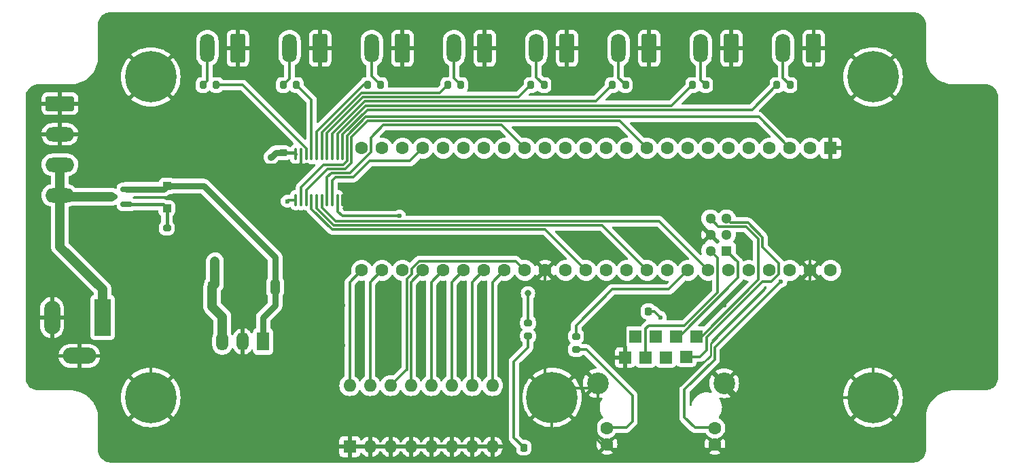
<source format=gbr>
%TF.GenerationSoftware,KiCad,Pcbnew,(7.0.0)*%
%TF.CreationDate,2023-04-13T21:22:03+09:00*%
%TF.ProjectId,Artnet_pixel_controller_Teensy-hardware,4172746e-6574-45f7-9069-78656c5f636f,rev?*%
%TF.SameCoordinates,Original*%
%TF.FileFunction,Copper,L1,Top*%
%TF.FilePolarity,Positive*%
%FSLAX46Y46*%
G04 Gerber Fmt 4.6, Leading zero omitted, Abs format (unit mm)*
G04 Created by KiCad (PCBNEW (7.0.0)) date 2023-04-13 21:22:03*
%MOMM*%
%LPD*%
G01*
G04 APERTURE LIST*
G04 Aperture macros list*
%AMRoundRect*
0 Rectangle with rounded corners*
0 $1 Rounding radius*
0 $2 $3 $4 $5 $6 $7 $8 $9 X,Y pos of 4 corners*
0 Add a 4 corners polygon primitive as box body*
4,1,4,$2,$3,$4,$5,$6,$7,$8,$9,$2,$3,0*
0 Add four circle primitives for the rounded corners*
1,1,$1+$1,$2,$3*
1,1,$1+$1,$4,$5*
1,1,$1+$1,$6,$7*
1,1,$1+$1,$8,$9*
0 Add four rect primitives between the rounded corners*
20,1,$1+$1,$2,$3,$4,$5,0*
20,1,$1+$1,$4,$5,$6,$7,0*
20,1,$1+$1,$6,$7,$8,$9,0*
20,1,$1+$1,$8,$9,$2,$3,0*%
G04 Aperture macros list end*
%TA.AperFunction,SMDPad,CuDef*%
%ADD10RoundRect,0.225000X0.225000X0.250000X-0.225000X0.250000X-0.225000X-0.250000X0.225000X-0.250000X0*%
%TD*%
%TA.AperFunction,ComponentPad*%
%ADD11C,6.400000*%
%TD*%
%TA.AperFunction,ComponentPad*%
%ADD12RoundRect,0.250000X-1.550000X0.650000X-1.550000X-0.650000X1.550000X-0.650000X1.550000X0.650000X0*%
%TD*%
%TA.AperFunction,ComponentPad*%
%ADD13O,3.600000X1.800000*%
%TD*%
%TA.AperFunction,SMDPad,CuDef*%
%ADD14RoundRect,0.100000X0.100000X-0.637500X0.100000X0.637500X-0.100000X0.637500X-0.100000X-0.637500X0*%
%TD*%
%TA.AperFunction,SMDPad,CuDef*%
%ADD15RoundRect,0.200000X0.200000X0.275000X-0.200000X0.275000X-0.200000X-0.275000X0.200000X-0.275000X0*%
%TD*%
%TA.AperFunction,SMDPad,CuDef*%
%ADD16RoundRect,0.200000X0.275000X-0.200000X0.275000X0.200000X-0.275000X0.200000X-0.275000X-0.200000X0*%
%TD*%
%TA.AperFunction,SMDPad,CuDef*%
%ADD17RoundRect,0.200000X-0.200000X-0.275000X0.200000X-0.275000X0.200000X0.275000X-0.200000X0.275000X0*%
%TD*%
%TA.AperFunction,ComponentPad*%
%ADD18R,2.000000X4.600000*%
%TD*%
%TA.AperFunction,ComponentPad*%
%ADD19O,2.000000X4.200000*%
%TD*%
%TA.AperFunction,ComponentPad*%
%ADD20O,4.200000X2.000000*%
%TD*%
%TA.AperFunction,SMDPad,CuDef*%
%ADD21RoundRect,0.250000X-0.300000X0.300000X-0.300000X-0.300000X0.300000X-0.300000X0.300000X0.300000X0*%
%TD*%
%TA.AperFunction,SMDPad,CuDef*%
%ADD22RoundRect,0.250000X0.325000X0.650000X-0.325000X0.650000X-0.325000X-0.650000X0.325000X-0.650000X0*%
%TD*%
%TA.AperFunction,ComponentPad*%
%ADD23R,1.600000X1.600000*%
%TD*%
%TA.AperFunction,ComponentPad*%
%ADD24C,1.600000*%
%TD*%
%TA.AperFunction,ComponentPad*%
%ADD25R,1.300000X1.300000*%
%TD*%
%TA.AperFunction,ComponentPad*%
%ADD26C,1.300000*%
%TD*%
%TA.AperFunction,ComponentPad*%
%ADD27O,1.600000X1.600000*%
%TD*%
%TA.AperFunction,ComponentPad*%
%ADD28RoundRect,0.250000X0.650000X1.550000X-0.650000X1.550000X-0.650000X-1.550000X0.650000X-1.550000X0*%
%TD*%
%TA.AperFunction,ComponentPad*%
%ADD29O,1.800000X3.600000*%
%TD*%
%TA.AperFunction,ComponentPad*%
%ADD30R,1.524000X1.524000*%
%TD*%
%TA.AperFunction,ComponentPad*%
%ADD31C,2.700000*%
%TD*%
%TA.AperFunction,SMDPad,CuDef*%
%ADD32RoundRect,0.150000X0.587500X0.150000X-0.587500X0.150000X-0.587500X-0.150000X0.587500X-0.150000X0*%
%TD*%
%TA.AperFunction,ComponentPad*%
%ADD33R,1.500000X2.300000*%
%TD*%
%TA.AperFunction,ComponentPad*%
%ADD34O,1.500000X2.300000*%
%TD*%
%TA.AperFunction,SMDPad,CuDef*%
%ADD35RoundRect,0.250000X-0.250000X-0.475000X0.250000X-0.475000X0.250000X0.475000X-0.250000X0.475000X0*%
%TD*%
%TA.AperFunction,SMDPad,CuDef*%
%ADD36RoundRect,0.200000X-0.275000X0.200000X-0.275000X-0.200000X0.275000X-0.200000X0.275000X0.200000X0*%
%TD*%
%TA.AperFunction,SMDPad,CuDef*%
%ADD37RoundRect,0.225000X-0.250000X0.225000X-0.250000X-0.225000X0.250000X-0.225000X0.250000X0.225000X0*%
%TD*%
%TA.AperFunction,SMDPad,CuDef*%
%ADD38RoundRect,0.218750X0.218750X0.256250X-0.218750X0.256250X-0.218750X-0.256250X0.218750X-0.256250X0*%
%TD*%
%TA.AperFunction,ViaPad*%
%ADD39C,0.600000*%
%TD*%
%TA.AperFunction,ViaPad*%
%ADD40C,0.800000*%
%TD*%
%TA.AperFunction,ViaPad*%
%ADD41C,0.900000*%
%TD*%
%TA.AperFunction,Conductor*%
%ADD42C,0.300000*%
%TD*%
%TA.AperFunction,Conductor*%
%ADD43C,0.250000*%
%TD*%
%TA.AperFunction,Conductor*%
%ADD44C,1.200000*%
%TD*%
%TA.AperFunction,Conductor*%
%ADD45C,0.800000*%
%TD*%
%TA.AperFunction,Conductor*%
%ADD46C,0.400000*%
%TD*%
G04 APERTURE END LIST*
D10*
%TO.P,C3,1*%
%TO.N,Net-(J2-RCT)*%
X168025000Y-120750000D03*
%TO.P,C3,2*%
%TO.N,GND*%
X166475000Y-120750000D03*
%TD*%
D11*
%TO.P,H5,1,1*%
%TO.N,GND*%
X196000000Y-91500000D03*
%TD*%
D12*
%TO.P,J11,1,Pin_1*%
%TO.N,GND*%
X94682500Y-94840000D03*
D13*
%TO.P,J11,2,Pin_2*%
X94682499Y-98649999D03*
%TO.P,J11,3,Pin_3*%
%TO.N,Net-(J11-Pin_3)*%
X94682499Y-102459999D03*
%TO.P,J11,4,Pin_4*%
X94682499Y-106269999D03*
%TD*%
D14*
%TO.P,U3,1,A->B*%
%TO.N,+5V*%
X124075000Y-106862500D03*
%TO.P,U3,2,A0*%
%TO.N,/LED_1*%
X124725000Y-106862500D03*
%TO.P,U3,3,A1*%
%TO.N,/LED_2*%
X125375000Y-106862500D03*
%TO.P,U3,4,A2*%
%TO.N,/LED_3*%
X126025000Y-106862500D03*
%TO.P,U3,5,A3*%
%TO.N,/LED_4*%
X126675000Y-106862500D03*
%TO.P,U3,6,A4*%
%TO.N,/LED_5*%
X127325000Y-106862500D03*
%TO.P,U3,7,A5*%
%TO.N,/LED_6*%
X127975000Y-106862500D03*
%TO.P,U3,8,A6*%
%TO.N,/LED_7*%
X128625000Y-106862500D03*
%TO.P,U3,9,A7*%
%TO.N,/LED_8*%
X129275000Y-106862500D03*
%TO.P,U3,10,GND*%
%TO.N,GND*%
X129925000Y-106862500D03*
%TO.P,U3,11,B7*%
%TO.N,Net-(U3-B7)*%
X129925000Y-101137500D03*
%TO.P,U3,12,B6*%
%TO.N,Net-(U3-B6)*%
X129275000Y-101137500D03*
%TO.P,U3,13,B5*%
%TO.N,Net-(U3-B5)*%
X128625000Y-101137500D03*
%TO.P,U3,14,B4*%
%TO.N,Net-(U3-B4)*%
X127975000Y-101137500D03*
%TO.P,U3,15,B3*%
%TO.N,Net-(U3-B3)*%
X127325000Y-101137500D03*
%TO.P,U3,16,B2*%
%TO.N,Net-(U3-B2)*%
X126675000Y-101137500D03*
%TO.P,U3,17,B1*%
%TO.N,Net-(U3-B1)*%
X126025000Y-101137500D03*
%TO.P,U3,18,B0*%
%TO.N,Net-(U3-B0)*%
X125375000Y-101137500D03*
%TO.P,U3,19,CE*%
%TO.N,GND*%
X124725000Y-101137500D03*
%TO.P,U3,20,VCC*%
%TO.N,+5V*%
X124075000Y-101137500D03*
%TD*%
D15*
%TO.P,R3,1*%
%TO.N,Net-(U3-B0)*%
X114150000Y-92500000D03*
%TO.P,R3,2*%
%TO.N,Net-(J3-Pin_2)*%
X112500000Y-92500000D03*
%TD*%
D16*
%TO.P,R2,1*%
%TO.N,Net-(J2-Pad11)*%
X159000000Y-125500000D03*
%TO.P,R2,2*%
%TO.N,/LINK_LED*%
X159000000Y-123850000D03*
%TD*%
D17*
%TO.P,R9,1*%
%TO.N,Net-(U3-B6)*%
X173500000Y-92500000D03*
%TO.P,R9,2*%
%TO.N,Net-(J9-Pin_2)*%
X175150000Y-92500000D03*
%TD*%
D18*
%TO.P,J1,1*%
%TO.N,Net-(J11-Pin_3)*%
X99999999Y-121499999D03*
D19*
%TO.P,J1,2*%
%TO.N,GND*%
X93699999Y-121499999D03*
D20*
%TO.P,J1,3*%
X97099999Y-126299999D03*
%TD*%
D21*
%TO.P,D1,1,K*%
%TO.N,Net-(D1-K)*%
X108000000Y-105100000D03*
%TO.P,D1,2,A*%
%TO.N,Net-(D1-A)*%
X108000000Y-107900000D03*
%TD*%
D22*
%TO.P,C1,1*%
%TO.N,Net-(D1-K)*%
X121503000Y-117707500D03*
%TO.P,C1,2*%
%TO.N,GND*%
X118553000Y-117707500D03*
%TD*%
D11*
%TO.P,H6,1,1*%
%TO.N,GND*%
X196000000Y-131500000D03*
%TD*%
D23*
%TO.P,U2,1,GND*%
%TO.N,GND*%
X190709999Y-100379999D03*
D24*
%TO.P,U2,2,0*%
%TO.N,unconnected-(U2-0-Pad2)*%
X188170000Y-100380000D03*
%TO.P,U2,3,1*%
%TO.N,/LED_1*%
X185630000Y-100380000D03*
%TO.P,U2,4,2*%
%TO.N,unconnected-(U2-2-Pad4)*%
X183090000Y-100380000D03*
%TO.P,U2,5,3*%
%TO.N,unconnected-(U2-3-Pad5)*%
X180550000Y-100380000D03*
%TO.P,U2,6,4*%
%TO.N,unconnected-(U2-4-Pad6)*%
X178010000Y-100380000D03*
%TO.P,U2,7,5*%
%TO.N,unconnected-(U2-5-Pad7)*%
X175470000Y-100380000D03*
%TO.P,U2,8,6*%
%TO.N,unconnected-(U2-6-Pad8)*%
X172930000Y-100380000D03*
%TO.P,U2,9,7*%
%TO.N,unconnected-(U2-7-Pad9)*%
X170390000Y-100380000D03*
%TO.P,U2,10,8*%
%TO.N,/LED_2*%
X167850000Y-100380000D03*
%TO.P,U2,11,9*%
%TO.N,unconnected-(U2-9-Pad11)*%
X165310000Y-100380000D03*
%TO.P,U2,12,10*%
%TO.N,unconnected-(U2-10-Pad12)*%
X162770000Y-100380000D03*
%TO.P,U2,13,11*%
%TO.N,unconnected-(U2-11-Pad13)*%
X160230000Y-100380000D03*
%TO.P,U2,14,12*%
%TO.N,unconnected-(U2-12-Pad14)*%
X157690000Y-100380000D03*
%TO.P,U2,15,3.3V*%
%TO.N,unconnected-(U2-3.3V-Pad15)*%
X155150000Y-100380000D03*
%TO.P,U2,16,24*%
%TO.N,/LED_6*%
X152610000Y-100380000D03*
%TO.P,U2,17,25*%
%TO.N,unconnected-(U2-25-Pad17)*%
X150070000Y-100380000D03*
%TO.P,U2,18,26*%
%TO.N,unconnected-(U2-26-Pad18)*%
X147530000Y-100380000D03*
%TO.P,U2,19,27*%
%TO.N,unconnected-(U2-27-Pad19)*%
X144990000Y-100380000D03*
%TO.P,U2,20,28*%
%TO.N,unconnected-(U2-28-Pad20)*%
X142450000Y-100380000D03*
%TO.P,U2,21,29*%
%TO.N,/LED_7*%
X139910000Y-100380000D03*
%TO.P,U2,22,30*%
%TO.N,unconnected-(U2-30-Pad22)*%
X137370000Y-100380000D03*
%TO.P,U2,23,31*%
%TO.N,unconnected-(U2-31-Pad23)*%
X134830000Y-100380000D03*
%TO.P,U2,24,32*%
%TO.N,unconnected-(U2-32-Pad24)*%
X132290000Y-100380000D03*
%TO.P,U2,25,33*%
%TO.N,Net-(U2-33)*%
X132290000Y-115620000D03*
%TO.P,U2,26,34*%
%TO.N,Net-(U2-34)*%
X134830000Y-115620000D03*
%TO.P,U2,27,35*%
%TO.N,/LED_8*%
X137370000Y-115620000D03*
%TO.P,U2,28,36*%
%TO.N,Net-(U2-36)*%
X139910000Y-115620000D03*
%TO.P,U2,29,37*%
%TO.N,Net-(U2-37)*%
X142450000Y-115620000D03*
%TO.P,U2,30,38*%
%TO.N,Net-(U2-38)*%
X144990000Y-115620000D03*
%TO.P,U2,31,39*%
%TO.N,Net-(U2-39)*%
X147530000Y-115620000D03*
%TO.P,U2,32,40*%
%TO.N,Net-(U2-40)*%
X150070000Y-115620000D03*
%TO.P,U2,33,41*%
%TO.N,Net-(U2-41)*%
X152610000Y-115620000D03*
%TO.P,U2,34,GND*%
%TO.N,GND*%
X155150000Y-115620000D03*
%TO.P,U2,35,13*%
%TO.N,unconnected-(U2-13-Pad35)*%
X157690000Y-115620000D03*
%TO.P,U2,36,14*%
%TO.N,/LED_3*%
X160230000Y-115620000D03*
%TO.P,U2,37,15*%
%TO.N,unconnected-(U2-15-Pad37)*%
X162770000Y-115620000D03*
%TO.P,U2,38,16*%
%TO.N,unconnected-(U2-16-Pad38)*%
X165310000Y-115620000D03*
%TO.P,U2,39,17*%
%TO.N,/LED_4*%
X167850000Y-115620000D03*
%TO.P,U2,40,18*%
%TO.N,unconnected-(U2-18-Pad40)*%
X170390000Y-115620000D03*
%TO.P,U2,41,19*%
%TO.N,/LINK_LED*%
X172930000Y-115620000D03*
%TO.P,U2,42,20*%
%TO.N,/LED_5*%
X175470000Y-115620000D03*
%TO.P,U2,43,21*%
%TO.N,unconnected-(U2-21-Pad43)*%
X178010000Y-115620000D03*
%TO.P,U2,44,22*%
%TO.N,unconnected-(U2-22-Pad44)*%
X180550000Y-115620000D03*
%TO.P,U2,45,23*%
%TO.N,unconnected-(U2-23-Pad45)*%
X183090000Y-115620000D03*
%TO.P,U2,46,3.3V*%
%TO.N,unconnected-(U2-3.3V-Pad46)*%
X185630000Y-115620000D03*
%TO.P,U2,47,GND*%
%TO.N,GND*%
X188170000Y-115620000D03*
%TO.P,U2,48,VIN*%
%TO.N,+5V*%
X190710000Y-115620000D03*
D25*
%TO.P,U2,60,RX+*%
%TO.N,Net-(J2-RD+)*%
X177739999Y-113181599D03*
D26*
%TO.P,U2,61,LED*%
%TO.N,Net-(U2-LED)*%
X177740000Y-111181600D03*
%TO.P,U2,62,TX-*%
%TO.N,Net-(J2-TD-)*%
X177740000Y-109181600D03*
%TO.P,U2,63,TX+*%
%TO.N,Net-(J2-TD+)*%
X175740000Y-109181600D03*
%TO.P,U2,64,GND*%
%TO.N,GND*%
X175740000Y-111181600D03*
%TO.P,U2,65,RX-*%
%TO.N,Net-(J2-RD-)*%
X175740000Y-113181600D03*
%TD*%
D23*
%TO.P,SW1,1*%
%TO.N,GND*%
X130799999Y-137619999D03*
D27*
%TO.P,SW1,2*%
X133339999Y-137619999D03*
%TO.P,SW1,3*%
X135879999Y-137619999D03*
%TO.P,SW1,4*%
X138419999Y-137619999D03*
%TO.P,SW1,5*%
X140959999Y-137619999D03*
%TO.P,SW1,6*%
X143499999Y-137619999D03*
%TO.P,SW1,7*%
X146039999Y-137619999D03*
%TO.P,SW1,8*%
X148579999Y-137619999D03*
%TO.P,SW1,9*%
%TO.N,Net-(U2-40)*%
X148579999Y-129999999D03*
%TO.P,SW1,10*%
%TO.N,Net-(U2-39)*%
X146039999Y-129999999D03*
%TO.P,SW1,11*%
%TO.N,Net-(U2-38)*%
X143499999Y-129999999D03*
%TO.P,SW1,12*%
%TO.N,Net-(U2-37)*%
X140959999Y-129999999D03*
%TO.P,SW1,13*%
%TO.N,Net-(U2-36)*%
X138419999Y-129999999D03*
%TO.P,SW1,14*%
%TO.N,Net-(U2-41)*%
X135879999Y-129999999D03*
%TO.P,SW1,15*%
%TO.N,Net-(U2-34)*%
X133339999Y-129999999D03*
%TO.P,SW1,16*%
%TO.N,Net-(U2-33)*%
X130799999Y-129999999D03*
%TD*%
D28*
%TO.P,J6,1,Pin_1*%
%TO.N,GND*%
X147600000Y-87932500D03*
D29*
%TO.P,J6,2,Pin_2*%
%TO.N,Net-(J6-Pin_2)*%
X143789999Y-87932499D03*
%TD*%
D28*
%TO.P,J5,1,Pin_1*%
%TO.N,GND*%
X137350000Y-87932500D03*
D29*
%TO.P,J5,2,Pin_2*%
%TO.N,Net-(J5-Pin_2)*%
X133539999Y-87932499D03*
%TD*%
D17*
%TO.P,R5,1*%
%TO.N,Net-(U3-B2)*%
X133000000Y-92500000D03*
%TO.P,R5,2*%
%TO.N,Net-(J5-Pin_2)*%
X134650000Y-92500000D03*
%TD*%
D11*
%TO.P,H1,1,1*%
%TO.N,GND*%
X106000000Y-91500000D03*
%TD*%
D30*
%TO.P,J2,1,TD+*%
%TO.N,Net-(J2-TD+)*%
X173999999Y-123859999D03*
%TO.P,J2,2,TD-*%
%TO.N,Net-(J2-TD-)*%
X172729999Y-126399999D03*
%TO.P,J2,3,RD+*%
%TO.N,Net-(J2-RD+)*%
X171459999Y-123859999D03*
%TO.P,J2,4,TCT*%
%TO.N,Net-(J2-RCT)*%
X170189999Y-126489999D03*
%TO.P,J2,5,RCT*%
X168919999Y-123859999D03*
%TO.P,J2,6,RD-*%
%TO.N,Net-(J2-RD-)*%
X167649999Y-126489999D03*
%TO.P,J2,7*%
%TO.N,N/C*%
X166379999Y-123859999D03*
%TO.P,J2,8*%
%TO.N,GND*%
X165109999Y-126489999D03*
D24*
%TO.P,J2,9*%
%TO.N,Net-(U2-LED)*%
X176285000Y-135290000D03*
%TO.P,J2,10*%
%TO.N,GND*%
X176285000Y-137320000D03*
%TO.P,J2,11*%
%TO.N,Net-(J2-Pad11)*%
X162835000Y-135290000D03*
%TO.P,J2,12*%
%TO.N,GND*%
X162835000Y-137320000D03*
D31*
%TO.P,J2,13*%
X177435000Y-129700000D03*
X161685000Y-129700000D03*
%TD*%
D11*
%TO.P,H4,1,1*%
%TO.N,GND*%
X156000000Y-131500000D03*
%TD*%
D28*
%TO.P,J9,1,Pin_1*%
%TO.N,GND*%
X178350000Y-87932500D03*
D29*
%TO.P,J9,2,Pin_2*%
%TO.N,Net-(J9-Pin_2)*%
X174539999Y-87932499D03*
%TD*%
D15*
%TO.P,R4,1*%
%TO.N,Net-(U3-B1)*%
X124150000Y-92500000D03*
%TO.P,R4,2*%
%TO.N,Net-(J4-Pin_2)*%
X122500000Y-92500000D03*
%TD*%
D17*
%TO.P,R6,1*%
%TO.N,Net-(U3-B3)*%
X143000000Y-92500000D03*
%TO.P,R6,2*%
%TO.N,Net-(J6-Pin_2)*%
X144650000Y-92500000D03*
%TD*%
D32*
%TO.P,Q1,1,G*%
%TO.N,Net-(D1-A)*%
X103000000Y-107400000D03*
%TO.P,Q1,2,S*%
%TO.N,Net-(D1-K)*%
X103000000Y-105500000D03*
%TO.P,Q1,3,D*%
%TO.N,Net-(J11-Pin_3)*%
X101125000Y-106450000D03*
%TD*%
D17*
%TO.P,R8,1*%
%TO.N,Net-(U3-B5)*%
X163500000Y-92500000D03*
%TO.P,R8,2*%
%TO.N,Net-(J8-Pin_2)*%
X165150000Y-92500000D03*
%TD*%
D28*
%TO.P,J4,1,Pin_1*%
%TO.N,GND*%
X127100000Y-87932500D03*
D29*
%TO.P,J4,2,Pin_2*%
%TO.N,Net-(J4-Pin_2)*%
X123289999Y-87932499D03*
%TD*%
D28*
%TO.P,J8,1,Pin_1*%
%TO.N,GND*%
X168100000Y-87932500D03*
D29*
%TO.P,J8,2,Pin_2*%
%TO.N,Net-(J8-Pin_2)*%
X164289999Y-87932499D03*
%TD*%
D28*
%TO.P,J7,1,Pin_1*%
%TO.N,GND*%
X157850000Y-87932500D03*
D29*
%TO.P,J7,2,Pin_2*%
%TO.N,Net-(J7-Pin_2)*%
X154039999Y-87932499D03*
%TD*%
D33*
%TO.P,U1,1,IN*%
%TO.N,Net-(D1-K)*%
X119999999Y-124499999D03*
D34*
%TO.P,U1,2,GND*%
%TO.N,GND*%
X117459999Y-124499999D03*
%TO.P,U1,3,OUT*%
%TO.N,+5V*%
X114919999Y-124499999D03*
%TD*%
D35*
%TO.P,C2,1*%
%TO.N,+5V*%
X113653000Y-117707500D03*
%TO.P,C2,2*%
%TO.N,GND*%
X115553000Y-117707500D03*
%TD*%
D11*
%TO.P,H2,1,1*%
%TO.N,GND*%
X106000000Y-131500000D03*
%TD*%
D36*
%TO.P,R11,1*%
%TO.N,+5V*%
X153000000Y-122175000D03*
%TO.P,R11,2*%
%TO.N,Net-(D2-A)*%
X153000000Y-123825000D03*
%TD*%
D28*
%TO.P,J3,1,Pin_1*%
%TO.N,GND*%
X116850000Y-87932500D03*
D29*
%TO.P,J3,2,Pin_2*%
%TO.N,Net-(J3-Pin_2)*%
X113039999Y-87932499D03*
%TD*%
D28*
%TO.P,J10,1,Pin_1*%
%TO.N,GND*%
X188600000Y-87932500D03*
D29*
%TO.P,J10,2,Pin_2*%
%TO.N,Net-(J10-Pin_2)*%
X184789999Y-87932499D03*
%TD*%
D36*
%TO.P,R1,1*%
%TO.N,Net-(D1-A)*%
X108000000Y-110350000D03*
%TO.P,R1,2*%
%TO.N,GND*%
X108000000Y-112000000D03*
%TD*%
D17*
%TO.P,R10,1*%
%TO.N,Net-(U3-B7)*%
X184000000Y-92500000D03*
%TO.P,R10,2*%
%TO.N,Net-(J10-Pin_2)*%
X185650000Y-92500000D03*
%TD*%
D37*
%TO.P,C4,1*%
%TO.N,+5V*%
X122500000Y-100950000D03*
%TO.P,C4,2*%
%TO.N,GND*%
X122500000Y-102500000D03*
%TD*%
D38*
%TO.P,D2,1,K*%
%TO.N,GND*%
X154037500Y-137750000D03*
%TO.P,D2,2,A*%
%TO.N,Net-(D2-A)*%
X152462500Y-137750000D03*
%TD*%
D17*
%TO.P,R7,1*%
%TO.N,Net-(U3-B4)*%
X153350000Y-92500000D03*
%TO.P,R7,2*%
%TO.N,Net-(J7-Pin_2)*%
X155000000Y-92500000D03*
%TD*%
D39*
%TO.N,GND*%
X125000000Y-130000000D03*
X100000000Y-105000000D03*
X190000000Y-110000000D03*
X120000000Y-115000000D03*
X145000000Y-125000000D03*
X110000000Y-95000000D03*
X185000000Y-110000000D03*
X170000000Y-130000000D03*
X105000000Y-120000000D03*
X180000000Y-105000000D03*
X130000000Y-125000000D03*
X135000000Y-125000000D03*
X117500000Y-107500000D03*
X125000000Y-110000000D03*
X122500000Y-112500000D03*
X210000000Y-120000000D03*
X155000000Y-120000000D03*
X140000000Y-125000000D03*
X210000000Y-130000000D03*
X120000000Y-135000000D03*
X195000000Y-115000000D03*
X100000000Y-95000000D03*
X105000000Y-125000000D03*
X145000000Y-112500000D03*
X180000000Y-97500000D03*
X115000000Y-95000000D03*
X160000000Y-90000000D03*
X190000000Y-120000000D03*
X165000000Y-105000000D03*
X130000000Y-115000000D03*
X153000000Y-98000000D03*
X150000000Y-105000000D03*
X165000000Y-125000000D03*
X210000000Y-105000000D03*
X115000000Y-110000000D03*
X115000000Y-100000000D03*
X185000000Y-105000000D03*
X136000000Y-99000000D03*
X160000000Y-105000000D03*
X115000000Y-105000000D03*
X195000000Y-110000000D03*
X150000000Y-90000000D03*
X147500000Y-125000000D03*
X210000000Y-100000000D03*
X210000000Y-110000000D03*
X210000000Y-95000000D03*
X130000000Y-120000000D03*
X100000000Y-100000000D03*
X142500000Y-125000000D03*
X120000000Y-130000000D03*
X195000000Y-120000000D03*
X210000000Y-125000000D03*
X125000000Y-125000000D03*
X170000000Y-90000000D03*
X117500000Y-115000000D03*
X110000000Y-110000000D03*
X110000000Y-100000000D03*
X140000000Y-120000000D03*
X117500000Y-105000000D03*
X110000000Y-115000000D03*
X162500000Y-112500000D03*
X185000000Y-120000000D03*
X150000000Y-125000000D03*
X155000000Y-105000000D03*
X150000000Y-135000000D03*
X170000000Y-105000000D03*
X175000000Y-105000000D03*
X120000000Y-90000000D03*
X110000000Y-120000000D03*
X115000000Y-135000000D03*
X163000000Y-98000000D03*
X105000000Y-115000000D03*
X140000000Y-90000000D03*
X180000000Y-90000000D03*
X180128664Y-113105480D03*
X146000000Y-99000000D03*
X125000000Y-120000000D03*
X172500000Y-120000000D03*
X135000000Y-120000000D03*
X185000000Y-95000000D03*
X155000000Y-125000000D03*
X150000000Y-120000000D03*
X172500000Y-110000000D03*
X110000000Y-125000000D03*
X195000000Y-105000000D03*
X100000000Y-110000000D03*
X135000000Y-105000000D03*
X210000000Y-115000000D03*
X100000000Y-115000000D03*
X122500000Y-110000000D03*
X147500000Y-120000000D03*
X145000000Y-105000000D03*
X140000000Y-105000000D03*
X142500000Y-120000000D03*
X115000000Y-130000000D03*
X170000000Y-112500000D03*
X105000000Y-110000000D03*
X105000000Y-100000000D03*
X145000000Y-120000000D03*
X165000000Y-120000000D03*
X177500000Y-120000000D03*
X125500000Y-102500000D03*
X131500000Y-106000000D03*
X125000000Y-115000000D03*
X170000000Y-135000000D03*
X130000000Y-90000000D03*
X190000000Y-105000000D03*
X132000000Y-123000000D03*
D40*
%TO.N,+5V*%
X153000000Y-118500000D03*
D41*
X121000000Y-101500000D03*
X114000000Y-114500000D03*
D39*
X123000000Y-107000000D03*
%TO.N,Net-(J2-RCT)*%
X169500000Y-121500000D03*
%TO.N,Net-(U2-LED)*%
X184500000Y-117000000D03*
%TO.N,/LED_8*%
X137000000Y-108850500D03*
%TD*%
D42*
%TO.N,Net-(J2-TD-)*%
X178240000Y-109681600D02*
X177740000Y-109181600D01*
X180388706Y-109681600D02*
X178240000Y-109681600D01*
X182200000Y-111492894D02*
X180388706Y-109681600D01*
X182200000Y-112700000D02*
X182200000Y-111492894D01*
X184240000Y-116096346D02*
X184240000Y-114740000D01*
X175250000Y-123957106D02*
X182207106Y-117000000D01*
X175250000Y-125582000D02*
X175250000Y-123957106D01*
X182207106Y-117000000D02*
X183336346Y-117000000D01*
X172730000Y-126400000D02*
X174432000Y-126400000D01*
X174432000Y-126400000D02*
X175250000Y-125582000D01*
X183336346Y-117000000D02*
X184240000Y-116096346D01*
X184240000Y-114740000D02*
X182200000Y-112700000D01*
D43*
%TO.N,GND*%
X175750000Y-124750000D02*
X182500000Y-118000000D01*
X175750000Y-126250000D02*
X175750000Y-124750000D01*
X172000000Y-130000000D02*
X175750000Y-126250000D01*
X170000000Y-130000000D02*
X172000000Y-130000000D01*
X182500000Y-118000000D02*
X182500000Y-117750000D01*
D42*
%TO.N,Net-(U2-LED)*%
X172500000Y-133965619D02*
X173784381Y-135250000D01*
X173784381Y-135250000D02*
X176245000Y-135250000D01*
X176245000Y-135250000D02*
X176285000Y-135290000D01*
X176250000Y-126750000D02*
X172500000Y-130500000D01*
X184500000Y-117000000D02*
X176250000Y-125250000D01*
X176250000Y-125250000D02*
X176250000Y-126750000D01*
X172500000Y-130500000D02*
X172500000Y-133965619D01*
%TO.N,Net-(J2-Pad11)*%
X162875000Y-135250000D02*
X162835000Y-135290000D01*
X165250000Y-135250000D02*
X162875000Y-135250000D01*
X166000000Y-134500000D02*
X165250000Y-135250000D01*
X166000000Y-131250000D02*
X166000000Y-134500000D01*
X160250000Y-125500000D02*
X166000000Y-131250000D01*
X159000000Y-125500000D02*
X160250000Y-125500000D01*
D43*
%TO.N,GND*%
X165110000Y-125110000D02*
X165000000Y-125000000D01*
X165110000Y-126490000D02*
X165110000Y-125110000D01*
D42*
%TO.N,Net-(J2-RD-)*%
X167650000Y-122906000D02*
X167650000Y-126490000D01*
X172500000Y-122500000D02*
X176620000Y-118380000D01*
X168056000Y-122500000D02*
X172500000Y-122500000D01*
X167650000Y-122906000D02*
X168056000Y-122500000D01*
X176620000Y-118380000D02*
X176620000Y-114061600D01*
X176620000Y-114061600D02*
X175740000Y-113181600D01*
%TO.N,Net-(J2-RD+)*%
X179160000Y-116547106D02*
X179160000Y-114601600D01*
X171847106Y-123860000D02*
X179160000Y-116547106D01*
X179160000Y-114601600D02*
X177740000Y-113181600D01*
X171460000Y-123860000D02*
X171847106Y-123860000D01*
%TO.N,Net-(J2-TD+)*%
X181700000Y-111700000D02*
X180181600Y-110181600D01*
X181700000Y-116800000D02*
X181700000Y-111700000D01*
X174640000Y-123860000D02*
X181700000Y-116800000D01*
X174000000Y-123860000D02*
X174640000Y-123860000D01*
X180181600Y-110181600D02*
X176740000Y-110181600D01*
X176740000Y-110181600D02*
X175740000Y-109181600D01*
X174000000Y-124360000D02*
X174000000Y-123860000D01*
%TO.N,GND*%
X165110000Y-124890000D02*
X165000000Y-125000000D01*
X165110000Y-122115000D02*
X165110000Y-124890000D01*
X166475000Y-120750000D02*
X165110000Y-122115000D01*
%TO.N,Net-(J2-RCT)*%
X168025000Y-120750000D02*
X168750000Y-120750000D01*
X168750000Y-120750000D02*
X169500000Y-121500000D01*
D43*
%TO.N,GND*%
X94682500Y-94840000D02*
X94682500Y-98650000D01*
D44*
%TO.N,Net-(J11-Pin_3)*%
X94682500Y-106270000D02*
X94682500Y-102460000D01*
X94862500Y-106450000D02*
X94682500Y-106270000D01*
X101125000Y-106450000D02*
X94862500Y-106450000D01*
X94682500Y-112682500D02*
X94682500Y-106270000D01*
X100000000Y-118000000D02*
X94682500Y-112682500D01*
X100000000Y-121500000D02*
X100000000Y-118000000D01*
D42*
%TO.N,GND*%
X97650000Y-98650000D02*
X94682500Y-98650000D01*
X101500000Y-102500000D02*
X97650000Y-98650000D01*
X122500000Y-102500000D02*
X101500000Y-102500000D01*
D45*
%TO.N,Net-(D1-K)*%
X120000000Y-124500000D02*
X120000000Y-121500000D01*
X121503000Y-114003000D02*
X121503000Y-117707500D01*
X112600000Y-105100000D02*
X121503000Y-114003000D01*
X121500000Y-117710500D02*
X121503000Y-117707500D01*
X120000000Y-121500000D02*
X121500000Y-120000000D01*
X103000000Y-105500000D02*
X107600000Y-105500000D01*
X108000000Y-105100000D02*
X112600000Y-105100000D01*
X107600000Y-105500000D02*
X108000000Y-105100000D01*
X121500000Y-120000000D02*
X121500000Y-117710500D01*
D42*
%TO.N,GND*%
X156000000Y-131500000D02*
X157160000Y-130340000D01*
X176285000Y-137960000D02*
X182040000Y-137960000D01*
X130800000Y-137620000D02*
X112120000Y-137620000D01*
X179000000Y-131905000D02*
X177435000Y-130340000D01*
X162835000Y-137960000D02*
X176285000Y-137960000D01*
X161500000Y-136625000D02*
X161500000Y-134500000D01*
X162835000Y-137960000D02*
X161500000Y-136625000D01*
D46*
X129925000Y-106862500D02*
X130637500Y-106862500D01*
D42*
X188170000Y-115620000D02*
X188170000Y-108830000D01*
X108000000Y-119000000D02*
X106000000Y-121000000D01*
X118553000Y-117707500D02*
X118553000Y-119867000D01*
X155150000Y-115620000D02*
X155150000Y-119850000D01*
X112120000Y-137620000D02*
X106000000Y-131500000D01*
X190710000Y-106290000D02*
X190710000Y-100380000D01*
X124500000Y-102500000D02*
X122500000Y-102500000D01*
X146040000Y-137620000D02*
X143500000Y-137620000D01*
X155150000Y-125150000D02*
X155150000Y-130650000D01*
X155150000Y-120150000D02*
X155150000Y-124850000D01*
X161500000Y-134500000D02*
X161685000Y-134315000D01*
X115553000Y-117707500D02*
X115553000Y-119053000D01*
X188170000Y-115620000D02*
X188170000Y-119670000D01*
X148580000Y-137620000D02*
X146040000Y-137620000D01*
X154037500Y-137750000D02*
X155212500Y-137750000D01*
X133340000Y-137620000D02*
X135880000Y-137620000D01*
X155150000Y-130650000D02*
X156000000Y-131500000D01*
D46*
X171420900Y-106862500D02*
X175740000Y-111181600D01*
D42*
X135880000Y-137620000D02*
X138420000Y-137620000D01*
X155150000Y-119850000D02*
X155000000Y-120000000D01*
X179000000Y-137500000D02*
X179000000Y-131905000D01*
X188170000Y-108830000D02*
X190710000Y-106290000D01*
X155212500Y-137750000D02*
X156000000Y-136962500D01*
X161685000Y-134315000D02*
X161685000Y-130340000D01*
X124725000Y-101137500D02*
X124725000Y-102275000D01*
X188500000Y-131500000D02*
X196000000Y-131500000D01*
X156000000Y-136962500D02*
X156000000Y-131500000D01*
X118553000Y-119867000D02*
X117460000Y-120960000D01*
X155150000Y-124850000D02*
X155000000Y-125000000D01*
X115553000Y-119053000D02*
X117460000Y-120960000D01*
X124725000Y-102275000D02*
X124500000Y-102500000D01*
X176285000Y-137960000D02*
X178540000Y-137960000D01*
D46*
X129925000Y-106862500D02*
X171420900Y-106862500D01*
D42*
X155000000Y-125000000D02*
X155150000Y-125150000D01*
X178540000Y-137960000D02*
X179000000Y-137500000D01*
X196000000Y-127500000D02*
X196000000Y-131500000D01*
X188170000Y-119670000D02*
X196000000Y-127500000D01*
X157160000Y-130340000D02*
X161685000Y-130340000D01*
X117460000Y-120960000D02*
X117460000Y-124500000D01*
X155000000Y-120000000D02*
X155150000Y-120150000D01*
X108000000Y-112000000D02*
X108000000Y-119000000D01*
D46*
X125500000Y-102500000D02*
X124500000Y-102500000D01*
D42*
X182040000Y-137960000D02*
X188500000Y-131500000D01*
X138420000Y-137620000D02*
X140960000Y-137620000D01*
X143500000Y-137620000D02*
X140960000Y-137620000D01*
X130800000Y-137620000D02*
X133340000Y-137620000D01*
D46*
X130637500Y-106862500D02*
X131500000Y-106000000D01*
D42*
X106000000Y-121000000D02*
X106000000Y-131500000D01*
%TO.N,+5V*%
X153000000Y-122175000D02*
X153000000Y-118500000D01*
D46*
X122500000Y-100950000D02*
X123887500Y-100950000D01*
D44*
X113653000Y-117707500D02*
X113653000Y-120153000D01*
X113653000Y-120153000D02*
X114920000Y-121420000D01*
X114920000Y-121420000D02*
X114920000Y-124500000D01*
D46*
X123887500Y-100950000D02*
X124075000Y-101137500D01*
D45*
X121550000Y-100950000D02*
X121000000Y-101500000D01*
D44*
X114000000Y-114500000D02*
X114000000Y-117360500D01*
D42*
X124075000Y-106862500D02*
X123137500Y-106862500D01*
D44*
X114000000Y-117360500D02*
X113653000Y-117707500D01*
D42*
X123137500Y-106862500D02*
X123000000Y-107000000D01*
D45*
X122500000Y-100950000D02*
X121550000Y-100950000D01*
D46*
%TO.N,Net-(D1-A)*%
X107500000Y-107400000D02*
X108000000Y-107900000D01*
X108000000Y-110350000D02*
X108000000Y-107900000D01*
X103000000Y-107400000D02*
X107500000Y-107400000D01*
D42*
%TO.N,Net-(D2-A)*%
X152462500Y-137750000D02*
X152462500Y-137712500D01*
X152462500Y-137712500D02*
X151250000Y-136500000D01*
X153000000Y-125250000D02*
X153000000Y-123825000D01*
X151250000Y-127000000D02*
X153000000Y-125250000D01*
X151250000Y-136500000D02*
X151250000Y-127000000D01*
%TO.N,Net-(J3-Pin_2)*%
X113040000Y-91960000D02*
X113040000Y-87932500D01*
X112500000Y-92500000D02*
X113040000Y-91960000D01*
%TO.N,Net-(J4-Pin_2)*%
X122500000Y-92500000D02*
X123290000Y-91710000D01*
X123290000Y-91710000D02*
X123290000Y-87932500D01*
%TO.N,Net-(J5-Pin_2)*%
X134650000Y-92500000D02*
X133540000Y-91390000D01*
X133540000Y-91390000D02*
X133540000Y-87932500D01*
%TO.N,Net-(J6-Pin_2)*%
X143790000Y-91640000D02*
X143790000Y-87932500D01*
X144650000Y-92500000D02*
X143790000Y-91640000D01*
%TO.N,Net-(J7-Pin_2)*%
X155000000Y-92500000D02*
X154040000Y-91540000D01*
X154040000Y-91540000D02*
X154040000Y-87932500D01*
%TO.N,Net-(J8-Pin_2)*%
X164290000Y-91640000D02*
X164290000Y-87932500D01*
X165150000Y-92500000D02*
X164290000Y-91640000D01*
%TO.N,Net-(J9-Pin_2)*%
X174540000Y-91890000D02*
X174540000Y-87932500D01*
X175150000Y-92500000D02*
X174540000Y-91890000D01*
%TO.N,Net-(J10-Pin_2)*%
X185650000Y-92500000D02*
X184790000Y-91640000D01*
X184790000Y-91640000D02*
X184790000Y-87932500D01*
%TO.N,/LINK_LED*%
X172930000Y-115620000D02*
X170550000Y-118000000D01*
X163500000Y-118000000D02*
X159000000Y-122500000D01*
X170550000Y-118000000D02*
X163500000Y-118000000D01*
X159000000Y-122500000D02*
X159000000Y-123850000D01*
%TO.N,Net-(U3-B0)*%
X117461396Y-92500000D02*
X114150000Y-92500000D01*
X125375000Y-100413604D02*
X117461396Y-92500000D01*
X125375000Y-101137500D02*
X125375000Y-100413604D01*
%TO.N,Net-(U3-B1)*%
X126025000Y-101137500D02*
X126025000Y-94375000D01*
X126025000Y-94375000D02*
X124150000Y-92500000D01*
%TO.N,Net-(U3-B2)*%
X126675000Y-98325000D02*
X132500000Y-92500000D01*
X126675000Y-101137500D02*
X126675000Y-98325000D01*
X132500000Y-92500000D02*
X133000000Y-92500000D01*
%TO.N,Net-(U3-B3)*%
X127325000Y-101137500D02*
X127325000Y-98432364D01*
X142000000Y-93500000D02*
X143000000Y-92500000D01*
X132257364Y-93500000D02*
X142000000Y-93500000D01*
X127325000Y-98432364D02*
X132257364Y-93500000D01*
%TO.N,Net-(U3-B4)*%
X127975000Y-98489470D02*
X132464470Y-94000000D01*
X132464470Y-94000000D02*
X151850000Y-94000000D01*
X127975000Y-101137500D02*
X127975000Y-98489470D01*
X151850000Y-94000000D02*
X153350000Y-92500000D01*
%TO.N,Net-(U3-B5)*%
X128625000Y-101137500D02*
X128625000Y-98546576D01*
X132671576Y-94500000D02*
X161500000Y-94500000D01*
X128625000Y-98546576D02*
X132671576Y-94500000D01*
X161500000Y-94500000D02*
X163500000Y-92500000D01*
%TO.N,Net-(U3-B6)*%
X129275000Y-98603682D02*
X132775129Y-95103553D01*
X170896447Y-95103553D02*
X173500000Y-92500000D01*
X132775129Y-95103553D02*
X170896447Y-95103553D01*
X129275000Y-101137500D02*
X129275000Y-98603682D01*
%TO.N,Net-(U3-B7)*%
X129925000Y-101137500D02*
X129925000Y-98660788D01*
X180896447Y-95603553D02*
X184000000Y-92500000D01*
X129925000Y-98660788D02*
X132982235Y-95603553D01*
X132982235Y-95603553D02*
X180896447Y-95603553D01*
%TO.N,Net-(U2-41)*%
X137920000Y-128000000D02*
X137880000Y-128000000D01*
X152610000Y-115620000D02*
X151460000Y-114470000D01*
X138520000Y-116096346D02*
X137920000Y-116696346D01*
X137920000Y-116696346D02*
X137920000Y-128000000D01*
X138520000Y-115383654D02*
X138520000Y-116096346D01*
X151460000Y-114470000D02*
X139433654Y-114470000D01*
X137880000Y-128000000D02*
X135880000Y-130000000D01*
X139433654Y-114470000D02*
X138520000Y-115383654D01*
%TO.N,/LED_1*%
X124725000Y-106862500D02*
X124725000Y-105275000D01*
X132792894Y-96500000D02*
X181750000Y-96500000D01*
X124725000Y-105275000D02*
X127500000Y-102500000D01*
X181750000Y-96500000D02*
X185630000Y-100380000D01*
X130500000Y-102000000D02*
X130500000Y-98792894D01*
X130000000Y-102500000D02*
X130500000Y-102000000D01*
X130500000Y-98792894D02*
X132792894Y-96500000D01*
X127500000Y-102500000D02*
X130000000Y-102500000D01*
%TO.N,/LED_8*%
X129275000Y-106862500D02*
X129275000Y-108275000D01*
X129275000Y-108275000D02*
X129850500Y-108850500D01*
X129850500Y-108850500D02*
X137000000Y-108850500D01*
%TO.N,/LED_5*%
X127325000Y-106862500D02*
X127325000Y-107825000D01*
X129000000Y-109500000D02*
X169350000Y-109500000D01*
X169350000Y-109500000D02*
X175470000Y-115620000D01*
X127325000Y-107825000D02*
X129000000Y-109500000D01*
%TO.N,/LED_3*%
X155110000Y-110500000D02*
X160230000Y-115620000D01*
X126025000Y-106862500D02*
X126025000Y-107939212D01*
X128585788Y-110500000D02*
X155110000Y-110500000D01*
X126025000Y-107939212D02*
X128585788Y-110500000D01*
%TO.N,/LED_4*%
X126675000Y-106862500D02*
X126675000Y-107882106D01*
X126675000Y-107882106D02*
X128792894Y-110000000D01*
X128792894Y-110000000D02*
X162230000Y-110000000D01*
X162230000Y-110000000D02*
X167850000Y-115620000D01*
%TO.N,/LED_2*%
X164470000Y-97000000D02*
X167850000Y-100380000D01*
X125375000Y-105625000D02*
X128000000Y-103000000D01*
X128000000Y-103000000D02*
X130207106Y-103000000D01*
X130207106Y-103000000D02*
X131000000Y-102207106D01*
X125375000Y-106862500D02*
X125375000Y-105625000D01*
X133000000Y-97000000D02*
X164470000Y-97000000D01*
X131000000Y-99000000D02*
X133000000Y-97000000D01*
X131000000Y-102207106D02*
X131000000Y-99000000D01*
%TO.N,/LED_6*%
X133440000Y-99060000D02*
X133440000Y-100856346D01*
X135000000Y-97500000D02*
X133440000Y-99060000D01*
X130796346Y-103500000D02*
X128500000Y-103500000D01*
X127975000Y-104025000D02*
X127975000Y-106862500D01*
X149730000Y-97500000D02*
X135000000Y-97500000D01*
X152610000Y-100380000D02*
X149730000Y-97500000D01*
X133440000Y-100856346D02*
X130796346Y-103500000D01*
X128500000Y-103500000D02*
X127975000Y-104025000D01*
%TO.N,/LED_7*%
X128625000Y-106862500D02*
X128625000Y-104375000D01*
X131250000Y-104000000D02*
X133250000Y-102000000D01*
X133250000Y-102000000D02*
X138290000Y-102000000D01*
X138290000Y-102000000D02*
X139910000Y-100380000D01*
X129000000Y-104000000D02*
X131250000Y-104000000D01*
X128625000Y-104375000D02*
X129000000Y-104000000D01*
%TO.N,Net-(U2-33)*%
X130800000Y-117110000D02*
X132290000Y-115620000D01*
X130800000Y-130000000D02*
X130800000Y-117110000D01*
%TO.N,Net-(U2-34)*%
X133340000Y-130000000D02*
X133340000Y-117110000D01*
X133340000Y-117110000D02*
X134830000Y-115620000D01*
%TO.N,Net-(U2-36)*%
X138420000Y-117110000D02*
X139910000Y-115620000D01*
X138420000Y-130000000D02*
X138420000Y-117110000D01*
%TO.N,Net-(U2-37)*%
X140960000Y-130000000D02*
X140960000Y-117110000D01*
X140960000Y-117110000D02*
X142450000Y-115620000D01*
%TO.N,Net-(U2-38)*%
X143500000Y-117110000D02*
X144990000Y-115620000D01*
X143500000Y-130000000D02*
X143500000Y-117110000D01*
%TO.N,Net-(U2-39)*%
X146040000Y-130000000D02*
X146040000Y-117110000D01*
X146040000Y-117110000D02*
X147530000Y-115620000D01*
%TO.N,Net-(U2-40)*%
X148580000Y-130000000D02*
X148580000Y-117110000D01*
X148580000Y-117110000D02*
X150070000Y-115620000D01*
%TD*%
%TA.AperFunction,Conductor*%
%TO.N,GND*%
G36*
X182686487Y-117664015D02*
G01*
X182730510Y-117701615D01*
X182752665Y-117755102D01*
X182748123Y-117812818D01*
X182717873Y-117862181D01*
X176112181Y-124467873D01*
X176062818Y-124498123D01*
X176005102Y-124502665D01*
X175951615Y-124480510D01*
X175914015Y-124436487D01*
X175900500Y-124380192D01*
X175900500Y-124277914D01*
X175909939Y-124230461D01*
X175936819Y-124190233D01*
X182440233Y-117686819D01*
X182480461Y-117659939D01*
X182527914Y-117650500D01*
X182630192Y-117650500D01*
X182686487Y-117664015D01*
G37*
%TD.AperFunction*%
%TA.AperFunction,Conductor*%
G36*
X179917421Y-116759966D02*
G01*
X180103504Y-116846739D01*
X180108734Y-116848140D01*
X180108736Y-116848141D01*
X180301867Y-116899890D01*
X180323308Y-116905635D01*
X180381264Y-116910705D01*
X180445943Y-116935857D01*
X180486979Y-116991822D01*
X180491518Y-117061071D01*
X180458138Y-117121914D01*
X175003518Y-122576534D01*
X174942209Y-122610016D01*
X174884886Y-122605926D01*
X174884301Y-122608404D01*
X174876751Y-122606619D01*
X174869483Y-122603909D01*
X174861770Y-122603079D01*
X174861767Y-122603079D01*
X174813180Y-122597855D01*
X174813169Y-122597854D01*
X174809873Y-122597500D01*
X174806551Y-122597500D01*
X174328913Y-122597500D01*
X174272618Y-122583985D01*
X174228595Y-122546385D01*
X174206440Y-122492898D01*
X174210982Y-122435182D01*
X174241232Y-122385819D01*
X176893574Y-119733477D01*
X179562656Y-117064394D01*
X179571291Y-117056538D01*
X179571347Y-117056491D01*
X179577940Y-117052308D01*
X179625897Y-117001237D01*
X179628515Y-116998535D01*
X179648911Y-116978141D01*
X179651610Y-116974660D01*
X179659174Y-116965801D01*
X179690448Y-116932499D01*
X179700675Y-116913894D01*
X179711349Y-116897646D01*
X179724363Y-116880870D01*
X179742499Y-116838956D01*
X179747629Y-116828485D01*
X179756359Y-116812606D01*
X179798456Y-116767728D01*
X179856946Y-116748612D01*
X179917421Y-116759966D01*
G37*
%TD.AperFunction*%
%TA.AperFunction,Conductor*%
G36*
X169076645Y-110159939D02*
G01*
X169116873Y-110186819D01*
X173033845Y-114103791D01*
X173064745Y-114155215D01*
X173067887Y-114215126D01*
X173042536Y-114269500D01*
X172994626Y-114305610D01*
X172940807Y-114314140D01*
X172940807Y-114315004D01*
X172935395Y-114315004D01*
X172930000Y-114314532D01*
X172924605Y-114315004D01*
X172708698Y-114333893D01*
X172708693Y-114333893D01*
X172703308Y-114334365D01*
X172698094Y-114335762D01*
X172698083Y-114335764D01*
X172488736Y-114391858D01*
X172488724Y-114391862D01*
X172483504Y-114393261D01*
X172478599Y-114395547D01*
X172478594Y-114395550D01*
X172282176Y-114487142D01*
X172282172Y-114487144D01*
X172277266Y-114489432D01*
X172272833Y-114492535D01*
X172272826Y-114492540D01*
X172095296Y-114616847D01*
X172095291Y-114616850D01*
X172090861Y-114619953D01*
X172087037Y-114623776D01*
X172087031Y-114623782D01*
X171933782Y-114777031D01*
X171933776Y-114777037D01*
X171929953Y-114780861D01*
X171926850Y-114785291D01*
X171926847Y-114785296D01*
X171802540Y-114962826D01*
X171802535Y-114962833D01*
X171799432Y-114967266D01*
X171797148Y-114972163D01*
X171797141Y-114972176D01*
X171772382Y-115025274D01*
X171726625Y-115077450D01*
X171660000Y-115096869D01*
X171593375Y-115077450D01*
X171547618Y-115025274D01*
X171522858Y-114972176D01*
X171522855Y-114972172D01*
X171520568Y-114967266D01*
X171390047Y-114780861D01*
X171229139Y-114619953D01*
X171129949Y-114550500D01*
X171047173Y-114492540D01*
X171047171Y-114492539D01*
X171042734Y-114489432D01*
X170836496Y-114393261D01*
X170831271Y-114391861D01*
X170831263Y-114391858D01*
X170621916Y-114335764D01*
X170621907Y-114335762D01*
X170616692Y-114334365D01*
X170611304Y-114333893D01*
X170611301Y-114333893D01*
X170395395Y-114315004D01*
X170390000Y-114314532D01*
X170384605Y-114315004D01*
X170168698Y-114333893D01*
X170168693Y-114333893D01*
X170163308Y-114334365D01*
X170158094Y-114335762D01*
X170158083Y-114335764D01*
X169948736Y-114391858D01*
X169948724Y-114391862D01*
X169943504Y-114393261D01*
X169938599Y-114395547D01*
X169938594Y-114395550D01*
X169742176Y-114487142D01*
X169742172Y-114487144D01*
X169737266Y-114489432D01*
X169732833Y-114492535D01*
X169732826Y-114492540D01*
X169555296Y-114616847D01*
X169555291Y-114616850D01*
X169550861Y-114619953D01*
X169547037Y-114623776D01*
X169547031Y-114623782D01*
X169393782Y-114777031D01*
X169393776Y-114777037D01*
X169389953Y-114780861D01*
X169386850Y-114785291D01*
X169386847Y-114785296D01*
X169262540Y-114962826D01*
X169262535Y-114962833D01*
X169259432Y-114967266D01*
X169257148Y-114972163D01*
X169257141Y-114972176D01*
X169232382Y-115025274D01*
X169186625Y-115077450D01*
X169120000Y-115096869D01*
X169053375Y-115077450D01*
X169007618Y-115025274D01*
X168982858Y-114972176D01*
X168982855Y-114972172D01*
X168980568Y-114967266D01*
X168850047Y-114780861D01*
X168689139Y-114619953D01*
X168589949Y-114550500D01*
X168507173Y-114492540D01*
X168507171Y-114492539D01*
X168502734Y-114489432D01*
X168296496Y-114393261D01*
X168291271Y-114391861D01*
X168291263Y-114391858D01*
X168081916Y-114335764D01*
X168081907Y-114335762D01*
X168076692Y-114334365D01*
X168071304Y-114333893D01*
X168071301Y-114333893D01*
X167855395Y-114315004D01*
X167850000Y-114314532D01*
X167844605Y-114315004D01*
X167628698Y-114333893D01*
X167628693Y-114333893D01*
X167623308Y-114334365D01*
X167618090Y-114335762D01*
X167618079Y-114335765D01*
X167582834Y-114345209D01*
X167518647Y-114345209D01*
X167463061Y-114313115D01*
X163512127Y-110362181D01*
X163481877Y-110312818D01*
X163477335Y-110255102D01*
X163499490Y-110201615D01*
X163543513Y-110164015D01*
X163599808Y-110150500D01*
X169029192Y-110150500D01*
X169076645Y-110159939D01*
G37*
%TD.AperFunction*%
%TA.AperFunction,Conductor*%
G36*
X161956645Y-110659939D02*
G01*
X161996873Y-110686819D01*
X165413845Y-114103791D01*
X165444745Y-114155215D01*
X165447887Y-114215126D01*
X165422536Y-114269500D01*
X165374626Y-114305610D01*
X165320807Y-114314140D01*
X165320807Y-114315004D01*
X165315395Y-114315004D01*
X165310000Y-114314532D01*
X165304605Y-114315004D01*
X165088698Y-114333893D01*
X165088693Y-114333893D01*
X165083308Y-114334365D01*
X165078094Y-114335762D01*
X165078083Y-114335764D01*
X164868736Y-114391858D01*
X164868724Y-114391862D01*
X164863504Y-114393261D01*
X164858599Y-114395547D01*
X164858594Y-114395550D01*
X164662176Y-114487142D01*
X164662172Y-114487144D01*
X164657266Y-114489432D01*
X164652833Y-114492535D01*
X164652826Y-114492540D01*
X164475296Y-114616847D01*
X164475291Y-114616850D01*
X164470861Y-114619953D01*
X164467037Y-114623776D01*
X164467031Y-114623782D01*
X164313782Y-114777031D01*
X164313776Y-114777037D01*
X164309953Y-114780861D01*
X164306850Y-114785291D01*
X164306847Y-114785296D01*
X164182540Y-114962826D01*
X164182535Y-114962833D01*
X164179432Y-114967266D01*
X164177148Y-114972163D01*
X164177141Y-114972176D01*
X164152382Y-115025274D01*
X164106625Y-115077450D01*
X164040000Y-115096869D01*
X163973375Y-115077450D01*
X163927618Y-115025274D01*
X163902858Y-114972176D01*
X163902855Y-114972172D01*
X163900568Y-114967266D01*
X163770047Y-114780861D01*
X163609139Y-114619953D01*
X163509949Y-114550500D01*
X163427173Y-114492540D01*
X163427171Y-114492539D01*
X163422734Y-114489432D01*
X163216496Y-114393261D01*
X163211271Y-114391861D01*
X163211263Y-114391858D01*
X163001916Y-114335764D01*
X163001907Y-114335762D01*
X162996692Y-114334365D01*
X162991304Y-114333893D01*
X162991301Y-114333893D01*
X162775395Y-114315004D01*
X162770000Y-114314532D01*
X162764605Y-114315004D01*
X162548698Y-114333893D01*
X162548693Y-114333893D01*
X162543308Y-114334365D01*
X162538094Y-114335762D01*
X162538083Y-114335764D01*
X162328736Y-114391858D01*
X162328724Y-114391862D01*
X162323504Y-114393261D01*
X162318599Y-114395547D01*
X162318594Y-114395550D01*
X162122176Y-114487142D01*
X162122172Y-114487144D01*
X162117266Y-114489432D01*
X162112833Y-114492535D01*
X162112826Y-114492540D01*
X161935296Y-114616847D01*
X161935291Y-114616850D01*
X161930861Y-114619953D01*
X161927037Y-114623776D01*
X161927031Y-114623782D01*
X161773782Y-114777031D01*
X161773776Y-114777037D01*
X161769953Y-114780861D01*
X161766850Y-114785291D01*
X161766847Y-114785296D01*
X161642540Y-114962826D01*
X161642535Y-114962833D01*
X161639432Y-114967266D01*
X161637148Y-114972163D01*
X161637141Y-114972176D01*
X161612382Y-115025274D01*
X161566625Y-115077450D01*
X161500000Y-115096869D01*
X161433375Y-115077450D01*
X161387618Y-115025274D01*
X161362858Y-114972176D01*
X161362855Y-114972172D01*
X161360568Y-114967266D01*
X161230047Y-114780861D01*
X161069139Y-114619953D01*
X160969949Y-114550500D01*
X160887173Y-114492540D01*
X160887171Y-114492539D01*
X160882734Y-114489432D01*
X160676496Y-114393261D01*
X160671271Y-114391861D01*
X160671263Y-114391858D01*
X160461916Y-114335764D01*
X160461907Y-114335762D01*
X160456692Y-114334365D01*
X160451304Y-114333893D01*
X160451301Y-114333893D01*
X160235395Y-114315004D01*
X160230000Y-114314532D01*
X160224605Y-114315004D01*
X160008698Y-114333893D01*
X160008693Y-114333893D01*
X160003308Y-114334365D01*
X159998090Y-114335762D01*
X159998079Y-114335765D01*
X159962834Y-114345209D01*
X159898647Y-114345209D01*
X159843061Y-114313115D01*
X156392127Y-110862181D01*
X156361877Y-110812818D01*
X156357335Y-110755102D01*
X156379490Y-110701615D01*
X156423513Y-110664015D01*
X156479808Y-110650500D01*
X161909192Y-110650500D01*
X161956645Y-110659939D01*
G37*
%TD.AperFunction*%
%TA.AperFunction,Conductor*%
G36*
X179908245Y-110841539D02*
G01*
X179948473Y-110868419D01*
X181013181Y-111933127D01*
X181040061Y-111973355D01*
X181049500Y-112020808D01*
X181049500Y-114245864D01*
X181036712Y-114300708D01*
X181000986Y-114344240D01*
X180949691Y-114367481D01*
X180893409Y-114365639D01*
X180776692Y-114334365D01*
X180771304Y-114333893D01*
X180771301Y-114333893D01*
X180555395Y-114315004D01*
X180550000Y-114314532D01*
X180544605Y-114315004D01*
X180328698Y-114333893D01*
X180328693Y-114333893D01*
X180323308Y-114334365D01*
X180318094Y-114335762D01*
X180318083Y-114335764D01*
X180108736Y-114391858D01*
X180108724Y-114391862D01*
X180103504Y-114393261D01*
X180098597Y-114395548D01*
X180098589Y-114395552D01*
X179947262Y-114466117D01*
X179881607Y-114477025D01*
X179819769Y-114452414D01*
X179779564Y-114399378D01*
X179778259Y-114396082D01*
X179774481Y-114385044D01*
X179763920Y-114348690D01*
X179763918Y-114348687D01*
X179761744Y-114341201D01*
X179750936Y-114322927D01*
X179742380Y-114305462D01*
X179734568Y-114285729D01*
X179707737Y-114248799D01*
X179701323Y-114239035D01*
X179694372Y-114227282D01*
X179678081Y-114199735D01*
X179663074Y-114184728D01*
X179650436Y-114169931D01*
X179642545Y-114159070D01*
X179637963Y-114152763D01*
X179602780Y-114123657D01*
X179594140Y-114115794D01*
X178926818Y-113448472D01*
X178899938Y-113408244D01*
X178890499Y-113360791D01*
X178890499Y-112487039D01*
X178890499Y-112483728D01*
X178884091Y-112424117D01*
X178833796Y-112289269D01*
X178747546Y-112174054D01*
X178740447Y-112168740D01*
X178645791Y-112097880D01*
X178606045Y-112047265D01*
X178597021Y-111983546D01*
X178621147Y-111923888D01*
X178722366Y-111789855D01*
X178817405Y-111598989D01*
X178875756Y-111393910D01*
X178895429Y-111181600D01*
X178875756Y-110969290D01*
X178877349Y-110969142D01*
X178878881Y-110924932D01*
X178903501Y-110876884D01*
X178946206Y-110843853D01*
X178998900Y-110832100D01*
X179860792Y-110832100D01*
X179908245Y-110841539D01*
G37*
%TD.AperFunction*%
%TA.AperFunction,Conductor*%
G36*
X181476645Y-97159939D02*
G01*
X181516873Y-97186819D01*
X183193845Y-98863791D01*
X183224745Y-98915215D01*
X183227887Y-98975126D01*
X183202536Y-99029500D01*
X183154626Y-99065610D01*
X183100807Y-99074140D01*
X183100807Y-99075004D01*
X183095395Y-99075004D01*
X183090000Y-99074532D01*
X183084605Y-99075004D01*
X182868698Y-99093893D01*
X182868693Y-99093893D01*
X182863308Y-99094365D01*
X182858094Y-99095762D01*
X182858083Y-99095764D01*
X182648736Y-99151858D01*
X182648724Y-99151862D01*
X182643504Y-99153261D01*
X182638599Y-99155547D01*
X182638594Y-99155550D01*
X182442176Y-99247142D01*
X182442172Y-99247144D01*
X182437266Y-99249432D01*
X182432833Y-99252535D01*
X182432826Y-99252540D01*
X182255296Y-99376847D01*
X182255291Y-99376850D01*
X182250861Y-99379953D01*
X182247037Y-99383776D01*
X182247031Y-99383782D01*
X182093782Y-99537031D01*
X182093776Y-99537037D01*
X182089953Y-99540861D01*
X182086850Y-99545291D01*
X182086847Y-99545296D01*
X181962540Y-99722826D01*
X181962535Y-99722833D01*
X181959432Y-99727266D01*
X181957148Y-99732163D01*
X181957141Y-99732176D01*
X181932382Y-99785274D01*
X181886625Y-99837450D01*
X181820000Y-99856869D01*
X181753375Y-99837450D01*
X181707618Y-99785274D01*
X181682858Y-99732176D01*
X181682855Y-99732172D01*
X181680568Y-99727266D01*
X181550047Y-99540861D01*
X181389139Y-99379953D01*
X181256449Y-99287043D01*
X181207173Y-99252540D01*
X181207171Y-99252539D01*
X181202734Y-99249432D01*
X180996496Y-99153261D01*
X180991271Y-99151861D01*
X180991263Y-99151858D01*
X180781916Y-99095764D01*
X180781907Y-99095762D01*
X180776692Y-99094365D01*
X180771304Y-99093893D01*
X180771301Y-99093893D01*
X180555395Y-99075004D01*
X180550000Y-99074532D01*
X180544605Y-99075004D01*
X180328698Y-99093893D01*
X180328693Y-99093893D01*
X180323308Y-99094365D01*
X180318094Y-99095762D01*
X180318083Y-99095764D01*
X180108736Y-99151858D01*
X180108724Y-99151862D01*
X180103504Y-99153261D01*
X180098599Y-99155547D01*
X180098594Y-99155550D01*
X179902176Y-99247142D01*
X179902172Y-99247144D01*
X179897266Y-99249432D01*
X179892833Y-99252535D01*
X179892826Y-99252540D01*
X179715296Y-99376847D01*
X179715291Y-99376850D01*
X179710861Y-99379953D01*
X179707037Y-99383776D01*
X179707031Y-99383782D01*
X179553782Y-99537031D01*
X179553776Y-99537037D01*
X179549953Y-99540861D01*
X179546850Y-99545291D01*
X179546847Y-99545296D01*
X179422540Y-99722826D01*
X179422535Y-99722833D01*
X179419432Y-99727266D01*
X179417148Y-99732163D01*
X179417141Y-99732176D01*
X179392382Y-99785274D01*
X179346625Y-99837450D01*
X179280000Y-99856869D01*
X179213375Y-99837450D01*
X179167618Y-99785274D01*
X179142858Y-99732176D01*
X179142855Y-99732172D01*
X179140568Y-99727266D01*
X179010047Y-99540861D01*
X178849139Y-99379953D01*
X178716449Y-99287043D01*
X178667173Y-99252540D01*
X178667171Y-99252539D01*
X178662734Y-99249432D01*
X178456496Y-99153261D01*
X178451271Y-99151861D01*
X178451263Y-99151858D01*
X178241916Y-99095764D01*
X178241907Y-99095762D01*
X178236692Y-99094365D01*
X178231304Y-99093893D01*
X178231301Y-99093893D01*
X178015395Y-99075004D01*
X178010000Y-99074532D01*
X178004605Y-99075004D01*
X177788698Y-99093893D01*
X177788693Y-99093893D01*
X177783308Y-99094365D01*
X177778094Y-99095762D01*
X177778083Y-99095764D01*
X177568736Y-99151858D01*
X177568724Y-99151862D01*
X177563504Y-99153261D01*
X177558599Y-99155547D01*
X177558594Y-99155550D01*
X177362176Y-99247142D01*
X177362172Y-99247144D01*
X177357266Y-99249432D01*
X177352833Y-99252535D01*
X177352826Y-99252540D01*
X177175296Y-99376847D01*
X177175291Y-99376850D01*
X177170861Y-99379953D01*
X177167037Y-99383776D01*
X177167031Y-99383782D01*
X177013782Y-99537031D01*
X177013776Y-99537037D01*
X177009953Y-99540861D01*
X177006850Y-99545291D01*
X177006847Y-99545296D01*
X176882540Y-99722826D01*
X176882535Y-99722833D01*
X176879432Y-99727266D01*
X176877148Y-99732163D01*
X176877141Y-99732176D01*
X176852382Y-99785274D01*
X176806625Y-99837450D01*
X176740000Y-99856869D01*
X176673375Y-99837450D01*
X176627618Y-99785274D01*
X176602858Y-99732176D01*
X176602855Y-99732172D01*
X176600568Y-99727266D01*
X176470047Y-99540861D01*
X176309139Y-99379953D01*
X176176449Y-99287043D01*
X176127173Y-99252540D01*
X176127171Y-99252539D01*
X176122734Y-99249432D01*
X175916496Y-99153261D01*
X175911271Y-99151861D01*
X175911263Y-99151858D01*
X175701916Y-99095764D01*
X175701907Y-99095762D01*
X175696692Y-99094365D01*
X175691304Y-99093893D01*
X175691301Y-99093893D01*
X175475395Y-99075004D01*
X175470000Y-99074532D01*
X175464605Y-99075004D01*
X175248698Y-99093893D01*
X175248693Y-99093893D01*
X175243308Y-99094365D01*
X175238094Y-99095762D01*
X175238083Y-99095764D01*
X175028736Y-99151858D01*
X175028724Y-99151862D01*
X175023504Y-99153261D01*
X175018599Y-99155547D01*
X175018594Y-99155550D01*
X174822176Y-99247142D01*
X174822172Y-99247144D01*
X174817266Y-99249432D01*
X174812833Y-99252535D01*
X174812826Y-99252540D01*
X174635296Y-99376847D01*
X174635291Y-99376850D01*
X174630861Y-99379953D01*
X174627037Y-99383776D01*
X174627031Y-99383782D01*
X174473782Y-99537031D01*
X174473776Y-99537037D01*
X174469953Y-99540861D01*
X174466850Y-99545291D01*
X174466847Y-99545296D01*
X174342540Y-99722826D01*
X174342535Y-99722833D01*
X174339432Y-99727266D01*
X174337148Y-99732163D01*
X174337141Y-99732176D01*
X174312382Y-99785274D01*
X174266625Y-99837450D01*
X174200000Y-99856869D01*
X174133375Y-99837450D01*
X174087618Y-99785274D01*
X174062858Y-99732176D01*
X174062855Y-99732172D01*
X174060568Y-99727266D01*
X173930047Y-99540861D01*
X173769139Y-99379953D01*
X173636449Y-99287043D01*
X173587173Y-99252540D01*
X173587171Y-99252539D01*
X173582734Y-99249432D01*
X173376496Y-99153261D01*
X173371271Y-99151861D01*
X173371263Y-99151858D01*
X173161916Y-99095764D01*
X173161907Y-99095762D01*
X173156692Y-99094365D01*
X173151304Y-99093893D01*
X173151301Y-99093893D01*
X172935395Y-99075004D01*
X172930000Y-99074532D01*
X172924605Y-99075004D01*
X172708698Y-99093893D01*
X172708693Y-99093893D01*
X172703308Y-99094365D01*
X172698094Y-99095762D01*
X172698083Y-99095764D01*
X172488736Y-99151858D01*
X172488724Y-99151862D01*
X172483504Y-99153261D01*
X172478599Y-99155547D01*
X172478594Y-99155550D01*
X172282176Y-99247142D01*
X172282172Y-99247144D01*
X172277266Y-99249432D01*
X172272833Y-99252535D01*
X172272826Y-99252540D01*
X172095296Y-99376847D01*
X172095291Y-99376850D01*
X172090861Y-99379953D01*
X172087037Y-99383776D01*
X172087031Y-99383782D01*
X171933782Y-99537031D01*
X171933776Y-99537037D01*
X171929953Y-99540861D01*
X171926850Y-99545291D01*
X171926847Y-99545296D01*
X171802540Y-99722826D01*
X171802535Y-99722833D01*
X171799432Y-99727266D01*
X171797148Y-99732163D01*
X171797141Y-99732176D01*
X171772382Y-99785274D01*
X171726625Y-99837450D01*
X171660000Y-99856869D01*
X171593375Y-99837450D01*
X171547618Y-99785274D01*
X171522858Y-99732176D01*
X171522855Y-99732172D01*
X171520568Y-99727266D01*
X171390047Y-99540861D01*
X171229139Y-99379953D01*
X171096449Y-99287043D01*
X171047173Y-99252540D01*
X171047171Y-99252539D01*
X171042734Y-99249432D01*
X170836496Y-99153261D01*
X170831271Y-99151861D01*
X170831263Y-99151858D01*
X170621916Y-99095764D01*
X170621907Y-99095762D01*
X170616692Y-99094365D01*
X170611304Y-99093893D01*
X170611301Y-99093893D01*
X170395395Y-99075004D01*
X170390000Y-99074532D01*
X170384605Y-99075004D01*
X170168698Y-99093893D01*
X170168693Y-99093893D01*
X170163308Y-99094365D01*
X170158094Y-99095762D01*
X170158083Y-99095764D01*
X169948736Y-99151858D01*
X169948724Y-99151862D01*
X169943504Y-99153261D01*
X169938599Y-99155547D01*
X169938594Y-99155550D01*
X169742176Y-99247142D01*
X169742172Y-99247144D01*
X169737266Y-99249432D01*
X169732833Y-99252535D01*
X169732826Y-99252540D01*
X169555296Y-99376847D01*
X169555291Y-99376850D01*
X169550861Y-99379953D01*
X169547037Y-99383776D01*
X169547031Y-99383782D01*
X169393782Y-99537031D01*
X169393776Y-99537037D01*
X169389953Y-99540861D01*
X169386850Y-99545291D01*
X169386847Y-99545296D01*
X169262540Y-99722826D01*
X169262535Y-99722833D01*
X169259432Y-99727266D01*
X169257148Y-99732163D01*
X169257141Y-99732176D01*
X169232382Y-99785274D01*
X169186625Y-99837450D01*
X169120000Y-99856869D01*
X169053375Y-99837450D01*
X169007618Y-99785274D01*
X168982858Y-99732176D01*
X168982855Y-99732172D01*
X168980568Y-99727266D01*
X168850047Y-99540861D01*
X168689139Y-99379953D01*
X168556449Y-99287043D01*
X168507173Y-99252540D01*
X168507171Y-99252539D01*
X168502734Y-99249432D01*
X168296496Y-99153261D01*
X168291271Y-99151861D01*
X168291263Y-99151858D01*
X168081916Y-99095764D01*
X168081907Y-99095762D01*
X168076692Y-99094365D01*
X168071304Y-99093893D01*
X168071301Y-99093893D01*
X167855395Y-99075004D01*
X167850000Y-99074532D01*
X167844605Y-99075004D01*
X167628698Y-99093893D01*
X167628693Y-99093893D01*
X167623308Y-99094365D01*
X167618090Y-99095762D01*
X167618079Y-99095765D01*
X167582834Y-99105209D01*
X167518647Y-99105209D01*
X167463061Y-99073115D01*
X165752127Y-97362181D01*
X165721877Y-97312818D01*
X165717335Y-97255102D01*
X165739490Y-97201615D01*
X165783513Y-97164015D01*
X165839808Y-97150500D01*
X181429192Y-97150500D01*
X181476645Y-97159939D01*
G37*
%TD.AperFunction*%
%TA.AperFunction,Conductor*%
G36*
X164196645Y-97659939D02*
G01*
X164236873Y-97686819D01*
X165413845Y-98863791D01*
X165444745Y-98915215D01*
X165447887Y-98975126D01*
X165422536Y-99029500D01*
X165374626Y-99065610D01*
X165320807Y-99074140D01*
X165320807Y-99075004D01*
X165315395Y-99075004D01*
X165310000Y-99074532D01*
X165304605Y-99075004D01*
X165088698Y-99093893D01*
X165088693Y-99093893D01*
X165083308Y-99094365D01*
X165078094Y-99095762D01*
X165078083Y-99095764D01*
X164868736Y-99151858D01*
X164868724Y-99151862D01*
X164863504Y-99153261D01*
X164858599Y-99155547D01*
X164858594Y-99155550D01*
X164662176Y-99247142D01*
X164662172Y-99247144D01*
X164657266Y-99249432D01*
X164652833Y-99252535D01*
X164652826Y-99252540D01*
X164475296Y-99376847D01*
X164475291Y-99376850D01*
X164470861Y-99379953D01*
X164467037Y-99383776D01*
X164467031Y-99383782D01*
X164313782Y-99537031D01*
X164313776Y-99537037D01*
X164309953Y-99540861D01*
X164306850Y-99545291D01*
X164306847Y-99545296D01*
X164182540Y-99722826D01*
X164182535Y-99722833D01*
X164179432Y-99727266D01*
X164177148Y-99732163D01*
X164177141Y-99732176D01*
X164152382Y-99785274D01*
X164106625Y-99837450D01*
X164040000Y-99856869D01*
X163973375Y-99837450D01*
X163927618Y-99785274D01*
X163902858Y-99732176D01*
X163902855Y-99732172D01*
X163900568Y-99727266D01*
X163770047Y-99540861D01*
X163609139Y-99379953D01*
X163476449Y-99287043D01*
X163427173Y-99252540D01*
X163427171Y-99252539D01*
X163422734Y-99249432D01*
X163216496Y-99153261D01*
X163211271Y-99151861D01*
X163211263Y-99151858D01*
X163001916Y-99095764D01*
X163001907Y-99095762D01*
X162996692Y-99094365D01*
X162991304Y-99093893D01*
X162991301Y-99093893D01*
X162775395Y-99075004D01*
X162770000Y-99074532D01*
X162764605Y-99075004D01*
X162548698Y-99093893D01*
X162548693Y-99093893D01*
X162543308Y-99094365D01*
X162538094Y-99095762D01*
X162538083Y-99095764D01*
X162328736Y-99151858D01*
X162328724Y-99151862D01*
X162323504Y-99153261D01*
X162318599Y-99155547D01*
X162318594Y-99155550D01*
X162122176Y-99247142D01*
X162122172Y-99247144D01*
X162117266Y-99249432D01*
X162112833Y-99252535D01*
X162112826Y-99252540D01*
X161935296Y-99376847D01*
X161935291Y-99376850D01*
X161930861Y-99379953D01*
X161927037Y-99383776D01*
X161927031Y-99383782D01*
X161773782Y-99537031D01*
X161773776Y-99537037D01*
X161769953Y-99540861D01*
X161766850Y-99545291D01*
X161766847Y-99545296D01*
X161642540Y-99722826D01*
X161642535Y-99722833D01*
X161639432Y-99727266D01*
X161637148Y-99732163D01*
X161637141Y-99732176D01*
X161612382Y-99785274D01*
X161566625Y-99837450D01*
X161500000Y-99856869D01*
X161433375Y-99837450D01*
X161387618Y-99785274D01*
X161362858Y-99732176D01*
X161362855Y-99732172D01*
X161360568Y-99727266D01*
X161230047Y-99540861D01*
X161069139Y-99379953D01*
X160936449Y-99287043D01*
X160887173Y-99252540D01*
X160887171Y-99252539D01*
X160882734Y-99249432D01*
X160676496Y-99153261D01*
X160671271Y-99151861D01*
X160671263Y-99151858D01*
X160461916Y-99095764D01*
X160461907Y-99095762D01*
X160456692Y-99094365D01*
X160451304Y-99093893D01*
X160451301Y-99093893D01*
X160235395Y-99075004D01*
X160230000Y-99074532D01*
X160224605Y-99075004D01*
X160008698Y-99093893D01*
X160008693Y-99093893D01*
X160003308Y-99094365D01*
X159998094Y-99095762D01*
X159998083Y-99095764D01*
X159788736Y-99151858D01*
X159788724Y-99151862D01*
X159783504Y-99153261D01*
X159778599Y-99155547D01*
X159778594Y-99155550D01*
X159582176Y-99247142D01*
X159582172Y-99247144D01*
X159577266Y-99249432D01*
X159572833Y-99252535D01*
X159572826Y-99252540D01*
X159395296Y-99376847D01*
X159395291Y-99376850D01*
X159390861Y-99379953D01*
X159387037Y-99383776D01*
X159387031Y-99383782D01*
X159233782Y-99537031D01*
X159233776Y-99537037D01*
X159229953Y-99540861D01*
X159226850Y-99545291D01*
X159226847Y-99545296D01*
X159102540Y-99722826D01*
X159102535Y-99722833D01*
X159099432Y-99727266D01*
X159097148Y-99732163D01*
X159097141Y-99732176D01*
X159072382Y-99785274D01*
X159026625Y-99837450D01*
X158960000Y-99856869D01*
X158893375Y-99837450D01*
X158847618Y-99785274D01*
X158822858Y-99732176D01*
X158822855Y-99732172D01*
X158820568Y-99727266D01*
X158690047Y-99540861D01*
X158529139Y-99379953D01*
X158396449Y-99287043D01*
X158347173Y-99252540D01*
X158347171Y-99252539D01*
X158342734Y-99249432D01*
X158136496Y-99153261D01*
X158131271Y-99151861D01*
X158131263Y-99151858D01*
X157921916Y-99095764D01*
X157921907Y-99095762D01*
X157916692Y-99094365D01*
X157911304Y-99093893D01*
X157911301Y-99093893D01*
X157695395Y-99075004D01*
X157690000Y-99074532D01*
X157684605Y-99075004D01*
X157468698Y-99093893D01*
X157468693Y-99093893D01*
X157463308Y-99094365D01*
X157458094Y-99095762D01*
X157458083Y-99095764D01*
X157248736Y-99151858D01*
X157248724Y-99151862D01*
X157243504Y-99153261D01*
X157238599Y-99155547D01*
X157238594Y-99155550D01*
X157042176Y-99247142D01*
X157042172Y-99247144D01*
X157037266Y-99249432D01*
X157032833Y-99252535D01*
X157032826Y-99252540D01*
X156855296Y-99376847D01*
X156855291Y-99376850D01*
X156850861Y-99379953D01*
X156847037Y-99383776D01*
X156847031Y-99383782D01*
X156693782Y-99537031D01*
X156693776Y-99537037D01*
X156689953Y-99540861D01*
X156686850Y-99545291D01*
X156686847Y-99545296D01*
X156562540Y-99722826D01*
X156562535Y-99722833D01*
X156559432Y-99727266D01*
X156557148Y-99732163D01*
X156557141Y-99732176D01*
X156532382Y-99785274D01*
X156486625Y-99837450D01*
X156420000Y-99856869D01*
X156353375Y-99837450D01*
X156307618Y-99785274D01*
X156282858Y-99732176D01*
X156282855Y-99732172D01*
X156280568Y-99727266D01*
X156150047Y-99540861D01*
X155989139Y-99379953D01*
X155856449Y-99287043D01*
X155807173Y-99252540D01*
X155807171Y-99252539D01*
X155802734Y-99249432D01*
X155596496Y-99153261D01*
X155591271Y-99151861D01*
X155591263Y-99151858D01*
X155381916Y-99095764D01*
X155381907Y-99095762D01*
X155376692Y-99094365D01*
X155371304Y-99093893D01*
X155371301Y-99093893D01*
X155155395Y-99075004D01*
X155150000Y-99074532D01*
X155144605Y-99075004D01*
X154928698Y-99093893D01*
X154928693Y-99093893D01*
X154923308Y-99094365D01*
X154918094Y-99095762D01*
X154918083Y-99095764D01*
X154708736Y-99151858D01*
X154708724Y-99151862D01*
X154703504Y-99153261D01*
X154698599Y-99155547D01*
X154698594Y-99155550D01*
X154502176Y-99247142D01*
X154502172Y-99247144D01*
X154497266Y-99249432D01*
X154492833Y-99252535D01*
X154492826Y-99252540D01*
X154315296Y-99376847D01*
X154315291Y-99376850D01*
X154310861Y-99379953D01*
X154307037Y-99383776D01*
X154307031Y-99383782D01*
X154153782Y-99537031D01*
X154153776Y-99537037D01*
X154149953Y-99540861D01*
X154146850Y-99545291D01*
X154146847Y-99545296D01*
X154022540Y-99722826D01*
X154022535Y-99722833D01*
X154019432Y-99727266D01*
X154017148Y-99732163D01*
X154017141Y-99732176D01*
X153992382Y-99785274D01*
X153946625Y-99837450D01*
X153880000Y-99856869D01*
X153813375Y-99837450D01*
X153767618Y-99785274D01*
X153742858Y-99732176D01*
X153742855Y-99732172D01*
X153740568Y-99727266D01*
X153610047Y-99540861D01*
X153449139Y-99379953D01*
X153316449Y-99287043D01*
X153267173Y-99252540D01*
X153267171Y-99252539D01*
X153262734Y-99249432D01*
X153056496Y-99153261D01*
X153051271Y-99151861D01*
X153051263Y-99151858D01*
X152841916Y-99095764D01*
X152841907Y-99095762D01*
X152836692Y-99094365D01*
X152831304Y-99093893D01*
X152831301Y-99093893D01*
X152615395Y-99075004D01*
X152610000Y-99074532D01*
X152604605Y-99075004D01*
X152388698Y-99093893D01*
X152388693Y-99093893D01*
X152383308Y-99094365D01*
X152378090Y-99095762D01*
X152378079Y-99095765D01*
X152342834Y-99105209D01*
X152278647Y-99105209D01*
X152223061Y-99073115D01*
X151012127Y-97862181D01*
X150981877Y-97812818D01*
X150977335Y-97755102D01*
X150999490Y-97701615D01*
X151043513Y-97664015D01*
X151099808Y-97650500D01*
X164149192Y-97650500D01*
X164196645Y-97659939D01*
G37*
%TD.AperFunction*%
%TA.AperFunction,Conductor*%
G36*
X149456645Y-98159939D02*
G01*
X149496873Y-98186819D01*
X150173845Y-98863791D01*
X150204745Y-98915215D01*
X150207887Y-98975126D01*
X150182536Y-99029500D01*
X150134626Y-99065610D01*
X150080807Y-99074140D01*
X150080807Y-99075004D01*
X150075395Y-99075004D01*
X150070000Y-99074532D01*
X150064605Y-99075004D01*
X149848698Y-99093893D01*
X149848693Y-99093893D01*
X149843308Y-99094365D01*
X149838094Y-99095762D01*
X149838083Y-99095764D01*
X149628736Y-99151858D01*
X149628724Y-99151862D01*
X149623504Y-99153261D01*
X149618599Y-99155547D01*
X149618594Y-99155550D01*
X149422176Y-99247142D01*
X149422172Y-99247144D01*
X149417266Y-99249432D01*
X149412833Y-99252535D01*
X149412826Y-99252540D01*
X149235296Y-99376847D01*
X149235291Y-99376850D01*
X149230861Y-99379953D01*
X149227037Y-99383776D01*
X149227031Y-99383782D01*
X149073782Y-99537031D01*
X149073776Y-99537037D01*
X149069953Y-99540861D01*
X149066850Y-99545291D01*
X149066847Y-99545296D01*
X148942540Y-99722826D01*
X148942535Y-99722833D01*
X148939432Y-99727266D01*
X148937148Y-99732163D01*
X148937141Y-99732176D01*
X148912382Y-99785274D01*
X148866625Y-99837450D01*
X148800000Y-99856869D01*
X148733375Y-99837450D01*
X148687618Y-99785274D01*
X148662858Y-99732176D01*
X148662855Y-99732172D01*
X148660568Y-99727266D01*
X148530047Y-99540861D01*
X148369139Y-99379953D01*
X148236449Y-99287043D01*
X148187173Y-99252540D01*
X148187171Y-99252539D01*
X148182734Y-99249432D01*
X147976496Y-99153261D01*
X147971271Y-99151861D01*
X147971263Y-99151858D01*
X147761916Y-99095764D01*
X147761907Y-99095762D01*
X147756692Y-99094365D01*
X147751304Y-99093893D01*
X147751301Y-99093893D01*
X147535395Y-99075004D01*
X147530000Y-99074532D01*
X147524605Y-99075004D01*
X147308698Y-99093893D01*
X147308693Y-99093893D01*
X147303308Y-99094365D01*
X147298094Y-99095762D01*
X147298083Y-99095764D01*
X147088736Y-99151858D01*
X147088724Y-99151862D01*
X147083504Y-99153261D01*
X147078599Y-99155547D01*
X147078594Y-99155550D01*
X146882176Y-99247142D01*
X146882172Y-99247144D01*
X146877266Y-99249432D01*
X146872833Y-99252535D01*
X146872826Y-99252540D01*
X146695296Y-99376847D01*
X146695291Y-99376850D01*
X146690861Y-99379953D01*
X146687037Y-99383776D01*
X146687031Y-99383782D01*
X146533782Y-99537031D01*
X146533776Y-99537037D01*
X146529953Y-99540861D01*
X146526850Y-99545291D01*
X146526847Y-99545296D01*
X146402540Y-99722826D01*
X146402535Y-99722833D01*
X146399432Y-99727266D01*
X146397148Y-99732163D01*
X146397141Y-99732176D01*
X146372382Y-99785274D01*
X146326625Y-99837450D01*
X146260000Y-99856869D01*
X146193375Y-99837450D01*
X146147618Y-99785274D01*
X146122858Y-99732176D01*
X146122855Y-99732172D01*
X146120568Y-99727266D01*
X145990047Y-99540861D01*
X145829139Y-99379953D01*
X145696449Y-99287043D01*
X145647173Y-99252540D01*
X145647171Y-99252539D01*
X145642734Y-99249432D01*
X145436496Y-99153261D01*
X145431271Y-99151861D01*
X145431263Y-99151858D01*
X145221916Y-99095764D01*
X145221907Y-99095762D01*
X145216692Y-99094365D01*
X145211304Y-99093893D01*
X145211301Y-99093893D01*
X144995395Y-99075004D01*
X144990000Y-99074532D01*
X144984605Y-99075004D01*
X144768698Y-99093893D01*
X144768693Y-99093893D01*
X144763308Y-99094365D01*
X144758094Y-99095762D01*
X144758083Y-99095764D01*
X144548736Y-99151858D01*
X144548724Y-99151862D01*
X144543504Y-99153261D01*
X144538599Y-99155547D01*
X144538594Y-99155550D01*
X144342176Y-99247142D01*
X144342172Y-99247144D01*
X144337266Y-99249432D01*
X144332833Y-99252535D01*
X144332826Y-99252540D01*
X144155296Y-99376847D01*
X144155291Y-99376850D01*
X144150861Y-99379953D01*
X144147037Y-99383776D01*
X144147031Y-99383782D01*
X143993782Y-99537031D01*
X143993776Y-99537037D01*
X143989953Y-99540861D01*
X143986850Y-99545291D01*
X143986847Y-99545296D01*
X143862540Y-99722826D01*
X143862535Y-99722833D01*
X143859432Y-99727266D01*
X143857148Y-99732163D01*
X143857141Y-99732176D01*
X143832382Y-99785274D01*
X143786625Y-99837450D01*
X143720000Y-99856869D01*
X143653375Y-99837450D01*
X143607618Y-99785274D01*
X143582858Y-99732176D01*
X143582855Y-99732172D01*
X143580568Y-99727266D01*
X143450047Y-99540861D01*
X143289139Y-99379953D01*
X143156449Y-99287043D01*
X143107173Y-99252540D01*
X143107171Y-99252539D01*
X143102734Y-99249432D01*
X142896496Y-99153261D01*
X142891271Y-99151861D01*
X142891263Y-99151858D01*
X142681916Y-99095764D01*
X142681907Y-99095762D01*
X142676692Y-99094365D01*
X142671304Y-99093893D01*
X142671301Y-99093893D01*
X142455395Y-99075004D01*
X142450000Y-99074532D01*
X142444605Y-99075004D01*
X142228698Y-99093893D01*
X142228693Y-99093893D01*
X142223308Y-99094365D01*
X142218094Y-99095762D01*
X142218083Y-99095764D01*
X142008736Y-99151858D01*
X142008724Y-99151862D01*
X142003504Y-99153261D01*
X141998599Y-99155547D01*
X141998594Y-99155550D01*
X141802176Y-99247142D01*
X141802172Y-99247144D01*
X141797266Y-99249432D01*
X141792833Y-99252535D01*
X141792826Y-99252540D01*
X141615296Y-99376847D01*
X141615291Y-99376850D01*
X141610861Y-99379953D01*
X141607037Y-99383776D01*
X141607031Y-99383782D01*
X141453782Y-99537031D01*
X141453776Y-99537037D01*
X141449953Y-99540861D01*
X141446850Y-99545291D01*
X141446847Y-99545296D01*
X141322540Y-99722826D01*
X141322535Y-99722833D01*
X141319432Y-99727266D01*
X141317148Y-99732163D01*
X141317141Y-99732176D01*
X141292382Y-99785274D01*
X141246625Y-99837450D01*
X141180000Y-99856869D01*
X141113375Y-99837450D01*
X141067618Y-99785274D01*
X141042858Y-99732176D01*
X141042855Y-99732172D01*
X141040568Y-99727266D01*
X140910047Y-99540861D01*
X140749139Y-99379953D01*
X140616449Y-99287043D01*
X140567173Y-99252540D01*
X140567171Y-99252539D01*
X140562734Y-99249432D01*
X140356496Y-99153261D01*
X140351271Y-99151861D01*
X140351263Y-99151858D01*
X140141916Y-99095764D01*
X140141907Y-99095762D01*
X140136692Y-99094365D01*
X140131304Y-99093893D01*
X140131301Y-99093893D01*
X139915395Y-99075004D01*
X139910000Y-99074532D01*
X139904605Y-99075004D01*
X139688698Y-99093893D01*
X139688693Y-99093893D01*
X139683308Y-99094365D01*
X139678094Y-99095762D01*
X139678083Y-99095764D01*
X139468736Y-99151858D01*
X139468724Y-99151862D01*
X139463504Y-99153261D01*
X139458599Y-99155547D01*
X139458594Y-99155550D01*
X139262176Y-99247142D01*
X139262172Y-99247144D01*
X139257266Y-99249432D01*
X139252833Y-99252535D01*
X139252826Y-99252540D01*
X139075296Y-99376847D01*
X139075291Y-99376850D01*
X139070861Y-99379953D01*
X139067037Y-99383776D01*
X139067031Y-99383782D01*
X138913782Y-99537031D01*
X138913776Y-99537037D01*
X138909953Y-99540861D01*
X138906850Y-99545291D01*
X138906847Y-99545296D01*
X138782540Y-99722826D01*
X138782535Y-99722833D01*
X138779432Y-99727266D01*
X138777148Y-99732163D01*
X138777141Y-99732176D01*
X138752382Y-99785274D01*
X138706625Y-99837450D01*
X138640000Y-99856869D01*
X138573375Y-99837450D01*
X138527618Y-99785274D01*
X138502858Y-99732176D01*
X138502855Y-99732172D01*
X138500568Y-99727266D01*
X138370047Y-99540861D01*
X138209139Y-99379953D01*
X138076449Y-99287043D01*
X138027173Y-99252540D01*
X138027171Y-99252539D01*
X138022734Y-99249432D01*
X137816496Y-99153261D01*
X137811271Y-99151861D01*
X137811263Y-99151858D01*
X137601916Y-99095764D01*
X137601907Y-99095762D01*
X137596692Y-99094365D01*
X137591304Y-99093893D01*
X137591301Y-99093893D01*
X137375395Y-99075004D01*
X137370000Y-99074532D01*
X137364605Y-99075004D01*
X137148698Y-99093893D01*
X137148693Y-99093893D01*
X137143308Y-99094365D01*
X137138094Y-99095762D01*
X137138083Y-99095764D01*
X136928736Y-99151858D01*
X136928724Y-99151862D01*
X136923504Y-99153261D01*
X136918599Y-99155547D01*
X136918594Y-99155550D01*
X136722176Y-99247142D01*
X136722172Y-99247144D01*
X136717266Y-99249432D01*
X136712833Y-99252535D01*
X136712826Y-99252540D01*
X136535296Y-99376847D01*
X136535291Y-99376850D01*
X136530861Y-99379953D01*
X136527037Y-99383776D01*
X136527031Y-99383782D01*
X136373782Y-99537031D01*
X136373776Y-99537037D01*
X136369953Y-99540861D01*
X136366850Y-99545291D01*
X136366847Y-99545296D01*
X136242540Y-99722826D01*
X136242535Y-99722833D01*
X136239432Y-99727266D01*
X136237148Y-99732163D01*
X136237141Y-99732176D01*
X136212382Y-99785274D01*
X136166625Y-99837450D01*
X136100000Y-99856869D01*
X136033375Y-99837450D01*
X135987618Y-99785274D01*
X135962858Y-99732176D01*
X135962855Y-99732172D01*
X135960568Y-99727266D01*
X135830047Y-99540861D01*
X135669139Y-99379953D01*
X135536449Y-99287043D01*
X135487173Y-99252540D01*
X135487171Y-99252539D01*
X135482734Y-99249432D01*
X135276496Y-99153261D01*
X135271271Y-99151861D01*
X135271263Y-99151858D01*
X135061916Y-99095764D01*
X135061907Y-99095762D01*
X135056692Y-99094365D01*
X135051304Y-99093893D01*
X135051301Y-99093893D01*
X134835395Y-99075004D01*
X134830000Y-99074532D01*
X134824605Y-99075004D01*
X134638342Y-99091299D01*
X134579084Y-99081913D01*
X134531169Y-99045806D01*
X134505813Y-98991431D01*
X134508953Y-98931517D01*
X134539851Y-98880093D01*
X135233126Y-98186819D01*
X135273355Y-98159939D01*
X135320808Y-98150500D01*
X149409192Y-98150500D01*
X149456645Y-98159939D01*
G37*
%TD.AperFunction*%
%TA.AperFunction,Conductor*%
G36*
X147303308Y-116905635D02*
G01*
X147530000Y-116925468D01*
X147756692Y-116905635D01*
X147774303Y-116900915D01*
X147834396Y-116899890D01*
X147887912Y-116927244D01*
X147922279Y-116976551D01*
X147928418Y-117027823D01*
X147929500Y-117027823D01*
X147929500Y-117049046D01*
X147927973Y-117068445D01*
X147925873Y-117081697D01*
X147925872Y-117081704D01*
X147924653Y-117089405D01*
X147925387Y-117097170D01*
X147925387Y-117097172D01*
X147928950Y-117134860D01*
X147929500Y-117146530D01*
X147929500Y-128803317D01*
X147915489Y-128860574D01*
X147876623Y-128904892D01*
X147745296Y-128996847D01*
X147745291Y-128996850D01*
X147740861Y-128999953D01*
X147737037Y-129003776D01*
X147737031Y-129003782D01*
X147583782Y-129157031D01*
X147583776Y-129157037D01*
X147579953Y-129160861D01*
X147576850Y-129165291D01*
X147576847Y-129165296D01*
X147452540Y-129342826D01*
X147452535Y-129342833D01*
X147449432Y-129347266D01*
X147447148Y-129352163D01*
X147447141Y-129352176D01*
X147422382Y-129405274D01*
X147376625Y-129457450D01*
X147310000Y-129476869D01*
X147243375Y-129457450D01*
X147197618Y-129405274D01*
X147172858Y-129352176D01*
X147172855Y-129352172D01*
X147170568Y-129347266D01*
X147040047Y-129160861D01*
X146879139Y-128999953D01*
X146842808Y-128974514D01*
X146743377Y-128904892D01*
X146704511Y-128860574D01*
X146690500Y-128803317D01*
X146690500Y-117430808D01*
X146699939Y-117383355D01*
X146726819Y-117343127D01*
X146828193Y-117241753D01*
X147143062Y-116926882D01*
X147198648Y-116894790D01*
X147262834Y-116894790D01*
X147303308Y-116905635D01*
G37*
%TD.AperFunction*%
%TA.AperFunction,Conductor*%
G36*
X144763308Y-116905635D02*
G01*
X144990000Y-116925468D01*
X145216692Y-116905635D01*
X145234303Y-116900915D01*
X145294396Y-116899890D01*
X145347912Y-116927244D01*
X145382279Y-116976551D01*
X145388418Y-117027823D01*
X145389500Y-117027823D01*
X145389500Y-117049046D01*
X145387973Y-117068445D01*
X145385873Y-117081697D01*
X145385872Y-117081704D01*
X145384653Y-117089405D01*
X145385387Y-117097170D01*
X145385387Y-117097172D01*
X145388950Y-117134860D01*
X145389500Y-117146530D01*
X145389500Y-128803317D01*
X145375489Y-128860574D01*
X145336623Y-128904892D01*
X145205296Y-128996847D01*
X145205291Y-128996850D01*
X145200861Y-128999953D01*
X145197037Y-129003776D01*
X145197031Y-129003782D01*
X145043782Y-129157031D01*
X145043776Y-129157037D01*
X145039953Y-129160861D01*
X145036850Y-129165291D01*
X145036847Y-129165296D01*
X144912540Y-129342826D01*
X144912535Y-129342833D01*
X144909432Y-129347266D01*
X144907148Y-129352163D01*
X144907141Y-129352176D01*
X144882382Y-129405274D01*
X144836625Y-129457450D01*
X144770000Y-129476869D01*
X144703375Y-129457450D01*
X144657618Y-129405274D01*
X144632858Y-129352176D01*
X144632855Y-129352172D01*
X144630568Y-129347266D01*
X144500047Y-129160861D01*
X144339139Y-128999953D01*
X144302808Y-128974514D01*
X144203377Y-128904892D01*
X144164511Y-128860574D01*
X144150500Y-128803317D01*
X144150500Y-117430808D01*
X144159939Y-117383355D01*
X144186819Y-117343127D01*
X144288193Y-117241753D01*
X144603062Y-116926882D01*
X144658648Y-116894790D01*
X144722834Y-116894790D01*
X144763308Y-116905635D01*
G37*
%TD.AperFunction*%
%TA.AperFunction,Conductor*%
G36*
X142223308Y-116905635D02*
G01*
X142450000Y-116925468D01*
X142676692Y-116905635D01*
X142694303Y-116900915D01*
X142754396Y-116899890D01*
X142807912Y-116927244D01*
X142842279Y-116976551D01*
X142848418Y-117027823D01*
X142849500Y-117027823D01*
X142849500Y-117049046D01*
X142847973Y-117068445D01*
X142845873Y-117081697D01*
X142845872Y-117081704D01*
X142844653Y-117089405D01*
X142845387Y-117097170D01*
X142845387Y-117097172D01*
X142848950Y-117134860D01*
X142849500Y-117146530D01*
X142849500Y-128803317D01*
X142835489Y-128860574D01*
X142796623Y-128904892D01*
X142665296Y-128996847D01*
X142665291Y-128996850D01*
X142660861Y-128999953D01*
X142657037Y-129003776D01*
X142657031Y-129003782D01*
X142503782Y-129157031D01*
X142503776Y-129157037D01*
X142499953Y-129160861D01*
X142496850Y-129165291D01*
X142496847Y-129165296D01*
X142372540Y-129342826D01*
X142372535Y-129342833D01*
X142369432Y-129347266D01*
X142367148Y-129352163D01*
X142367141Y-129352176D01*
X142342382Y-129405274D01*
X142296625Y-129457450D01*
X142230000Y-129476869D01*
X142163375Y-129457450D01*
X142117618Y-129405274D01*
X142092858Y-129352176D01*
X142092855Y-129352172D01*
X142090568Y-129347266D01*
X141960047Y-129160861D01*
X141799139Y-128999953D01*
X141762808Y-128974514D01*
X141663377Y-128904892D01*
X141624511Y-128860574D01*
X141610500Y-128803317D01*
X141610500Y-117430808D01*
X141619939Y-117383355D01*
X141646819Y-117343127D01*
X141748193Y-117241753D01*
X142063062Y-116926882D01*
X142118648Y-116894790D01*
X142182834Y-116894790D01*
X142223308Y-116905635D01*
G37*
%TD.AperFunction*%
%TA.AperFunction,Conductor*%
G36*
X139683308Y-116905635D02*
G01*
X139910000Y-116925468D01*
X140136692Y-116905635D01*
X140154303Y-116900915D01*
X140214396Y-116899890D01*
X140267912Y-116927244D01*
X140302279Y-116976551D01*
X140308418Y-117027823D01*
X140309500Y-117027823D01*
X140309500Y-117049046D01*
X140307973Y-117068445D01*
X140305873Y-117081697D01*
X140305872Y-117081704D01*
X140304653Y-117089405D01*
X140305387Y-117097170D01*
X140305387Y-117097172D01*
X140308950Y-117134860D01*
X140309500Y-117146530D01*
X140309500Y-128803317D01*
X140295489Y-128860574D01*
X140256623Y-128904892D01*
X140125296Y-128996847D01*
X140125291Y-128996850D01*
X140120861Y-128999953D01*
X140117037Y-129003776D01*
X140117031Y-129003782D01*
X139963782Y-129157031D01*
X139963776Y-129157037D01*
X139959953Y-129160861D01*
X139956850Y-129165291D01*
X139956847Y-129165296D01*
X139832540Y-129342826D01*
X139832535Y-129342833D01*
X139829432Y-129347266D01*
X139827148Y-129352163D01*
X139827141Y-129352176D01*
X139802382Y-129405274D01*
X139756625Y-129457450D01*
X139690000Y-129476869D01*
X139623375Y-129457450D01*
X139577618Y-129405274D01*
X139552858Y-129352176D01*
X139552855Y-129352172D01*
X139550568Y-129347266D01*
X139420047Y-129160861D01*
X139259139Y-128999953D01*
X139222808Y-128974514D01*
X139123377Y-128904892D01*
X139084511Y-128860574D01*
X139070500Y-128803317D01*
X139070500Y-117430808D01*
X139079939Y-117383355D01*
X139106819Y-117343127D01*
X139208193Y-117241753D01*
X139523062Y-116926882D01*
X139578648Y-116894790D01*
X139642834Y-116894790D01*
X139683308Y-116905635D01*
G37*
%TD.AperFunction*%
%TA.AperFunction,Conductor*%
G36*
X136166625Y-116162549D02*
G01*
X136212381Y-116214724D01*
X136239432Y-116272734D01*
X136369953Y-116459139D01*
X136530861Y-116620047D01*
X136717266Y-116750568D01*
X136923504Y-116846739D01*
X136928734Y-116848140D01*
X136928736Y-116848141D01*
X137121867Y-116899890D01*
X137143308Y-116905635D01*
X137156305Y-116906772D01*
X137213638Y-116926699D01*
X137254645Y-116971449D01*
X137269500Y-117030300D01*
X137269500Y-127639192D01*
X137260061Y-127686645D01*
X137233181Y-127726873D01*
X136266937Y-128693115D01*
X136211350Y-128725209D01*
X136147163Y-128725209D01*
X136111917Y-128715765D01*
X136111916Y-128715764D01*
X136106692Y-128714365D01*
X136101304Y-128713893D01*
X136101301Y-128713893D01*
X135885395Y-128695004D01*
X135880000Y-128694532D01*
X135874605Y-128695004D01*
X135658698Y-128713893D01*
X135658693Y-128713893D01*
X135653308Y-128714365D01*
X135648094Y-128715762D01*
X135648083Y-128715764D01*
X135438736Y-128771858D01*
X135438724Y-128771862D01*
X135433504Y-128773261D01*
X135428599Y-128775547D01*
X135428594Y-128775550D01*
X135232176Y-128867142D01*
X135232172Y-128867144D01*
X135227266Y-128869432D01*
X135222833Y-128872535D01*
X135222826Y-128872540D01*
X135045296Y-128996847D01*
X135045291Y-128996850D01*
X135040861Y-128999953D01*
X135037037Y-129003776D01*
X135037031Y-129003782D01*
X134883782Y-129157031D01*
X134883776Y-129157037D01*
X134879953Y-129160861D01*
X134876850Y-129165291D01*
X134876847Y-129165296D01*
X134752540Y-129342826D01*
X134752535Y-129342833D01*
X134749432Y-129347266D01*
X134747148Y-129352163D01*
X134747141Y-129352176D01*
X134722382Y-129405274D01*
X134676625Y-129457450D01*
X134610000Y-129476869D01*
X134543375Y-129457450D01*
X134497618Y-129405274D01*
X134472858Y-129352176D01*
X134472855Y-129352172D01*
X134470568Y-129347266D01*
X134340047Y-129160861D01*
X134179139Y-128999953D01*
X134142808Y-128974514D01*
X134043377Y-128904892D01*
X134004511Y-128860574D01*
X133990500Y-128803317D01*
X133990500Y-117430808D01*
X133999939Y-117383355D01*
X134026819Y-117343127D01*
X134128193Y-117241753D01*
X134443062Y-116926882D01*
X134498648Y-116894790D01*
X134562834Y-116894790D01*
X134603308Y-116905635D01*
X134830000Y-116925468D01*
X135056692Y-116905635D01*
X135276496Y-116846739D01*
X135482734Y-116750568D01*
X135669139Y-116620047D01*
X135830047Y-116459139D01*
X135960568Y-116272734D01*
X135987618Y-116214724D01*
X136033375Y-116162549D01*
X136100000Y-116143130D01*
X136166625Y-116162549D01*
G37*
%TD.AperFunction*%
%TA.AperFunction,Conductor*%
G36*
X132063308Y-116905635D02*
G01*
X132290000Y-116925468D01*
X132516692Y-116905635D01*
X132534303Y-116900915D01*
X132594396Y-116899890D01*
X132647912Y-116927244D01*
X132682279Y-116976551D01*
X132688418Y-117027823D01*
X132689500Y-117027823D01*
X132689500Y-117049046D01*
X132687973Y-117068445D01*
X132685873Y-117081697D01*
X132685872Y-117081704D01*
X132684653Y-117089405D01*
X132685387Y-117097170D01*
X132685387Y-117097172D01*
X132688950Y-117134860D01*
X132689500Y-117146530D01*
X132689500Y-128803317D01*
X132675489Y-128860574D01*
X132636623Y-128904892D01*
X132505296Y-128996847D01*
X132505291Y-128996850D01*
X132500861Y-128999953D01*
X132497037Y-129003776D01*
X132497031Y-129003782D01*
X132343782Y-129157031D01*
X132343776Y-129157037D01*
X132339953Y-129160861D01*
X132336850Y-129165291D01*
X132336847Y-129165296D01*
X132212540Y-129342826D01*
X132212535Y-129342833D01*
X132209432Y-129347266D01*
X132207148Y-129352163D01*
X132207141Y-129352176D01*
X132182382Y-129405274D01*
X132136625Y-129457450D01*
X132070000Y-129476869D01*
X132003375Y-129457450D01*
X131957618Y-129405274D01*
X131932858Y-129352176D01*
X131932855Y-129352172D01*
X131930568Y-129347266D01*
X131800047Y-129160861D01*
X131639139Y-128999953D01*
X131602808Y-128974514D01*
X131503377Y-128904892D01*
X131464511Y-128860574D01*
X131450500Y-128803317D01*
X131450500Y-117430808D01*
X131459939Y-117383355D01*
X131486819Y-117343127D01*
X131588193Y-117241753D01*
X131903062Y-116926882D01*
X131958648Y-116894790D01*
X132022834Y-116894790D01*
X132063308Y-116905635D01*
G37*
%TD.AperFunction*%
%TA.AperFunction,Conductor*%
G36*
X201004418Y-83400816D02*
G01*
X201218791Y-83416148D01*
X201236296Y-83418665D01*
X201441969Y-83463406D01*
X201458928Y-83468385D01*
X201656150Y-83541946D01*
X201672242Y-83549296D01*
X201856968Y-83650163D01*
X201871848Y-83659724D01*
X202040353Y-83785866D01*
X202053723Y-83797452D01*
X202202547Y-83946276D01*
X202214133Y-83959646D01*
X202340271Y-84128146D01*
X202349836Y-84143031D01*
X202450703Y-84327757D01*
X202458053Y-84343849D01*
X202531611Y-84541063D01*
X202536595Y-84558039D01*
X202581333Y-84763700D01*
X202583851Y-84781211D01*
X202599184Y-84995581D01*
X202599500Y-85004428D01*
X202599500Y-88942417D01*
X202599500Y-89000000D01*
X202599500Y-89178213D01*
X202599837Y-89181423D01*
X202599838Y-89181434D01*
X202636415Y-89529448D01*
X202636417Y-89529462D01*
X202636756Y-89532685D01*
X202637431Y-89535864D01*
X202637433Y-89535872D01*
X202710186Y-89878150D01*
X202710189Y-89878163D01*
X202710861Y-89881322D01*
X202711861Y-89884401D01*
X202711862Y-89884403D01*
X202797937Y-90149315D01*
X202821003Y-90220303D01*
X202822317Y-90223256D01*
X202822322Y-90223267D01*
X202964651Y-90542943D01*
X202964656Y-90542953D01*
X202965974Y-90545913D01*
X202967597Y-90548724D01*
X202967600Y-90548730D01*
X203142561Y-90851772D01*
X203142567Y-90851782D01*
X203144187Y-90854587D01*
X203146098Y-90857217D01*
X203351780Y-91140316D01*
X203351788Y-91140325D01*
X203353688Y-91142941D01*
X203355856Y-91145349D01*
X203355857Y-91145350D01*
X203532983Y-91342069D01*
X203592183Y-91407817D01*
X203857059Y-91646312D01*
X203859676Y-91648213D01*
X203859683Y-91648219D01*
X203889013Y-91669528D01*
X204145413Y-91855813D01*
X204148222Y-91857434D01*
X204148227Y-91857438D01*
X204363835Y-91981919D01*
X204454087Y-92034026D01*
X204457054Y-92035347D01*
X204457056Y-92035348D01*
X204749548Y-92165574D01*
X204779697Y-92178997D01*
X205118678Y-92289139D01*
X205467315Y-92363244D01*
X205821787Y-92400500D01*
X205968481Y-92400500D01*
X206000000Y-92400500D01*
X206057583Y-92400500D01*
X209942417Y-92400500D01*
X209995572Y-92400500D01*
X210004418Y-92400816D01*
X210218791Y-92416148D01*
X210236296Y-92418665D01*
X210441969Y-92463406D01*
X210458928Y-92468385D01*
X210656150Y-92541946D01*
X210672242Y-92549296D01*
X210856968Y-92650163D01*
X210871848Y-92659724D01*
X211040353Y-92785866D01*
X211053723Y-92797452D01*
X211202547Y-92946276D01*
X211214133Y-92959646D01*
X211297507Y-93071021D01*
X211340271Y-93128146D01*
X211349836Y-93143031D01*
X211450703Y-93327757D01*
X211458053Y-93343849D01*
X211531611Y-93541063D01*
X211536595Y-93558039D01*
X211581333Y-93763700D01*
X211583851Y-93781211D01*
X211599184Y-93995581D01*
X211599500Y-94004428D01*
X211599500Y-128995572D01*
X211599184Y-129004419D01*
X211583851Y-129218788D01*
X211581333Y-129236299D01*
X211536595Y-129441960D01*
X211531611Y-129458936D01*
X211458053Y-129656150D01*
X211450703Y-129672242D01*
X211349836Y-129856968D01*
X211340271Y-129871853D01*
X211214133Y-130040353D01*
X211202547Y-130053723D01*
X211053723Y-130202547D01*
X211040353Y-130214133D01*
X210871853Y-130340271D01*
X210856968Y-130349836D01*
X210672242Y-130450703D01*
X210656150Y-130458053D01*
X210458936Y-130531611D01*
X210441960Y-130536595D01*
X210236299Y-130581333D01*
X210218788Y-130583851D01*
X210023369Y-130597828D01*
X210004417Y-130599184D01*
X209995572Y-130599500D01*
X206057583Y-130599500D01*
X206000000Y-130599500D01*
X205821787Y-130599500D01*
X205818577Y-130599837D01*
X205818565Y-130599838D01*
X205470551Y-130636415D01*
X205470534Y-130636417D01*
X205467315Y-130636756D01*
X205464138Y-130637431D01*
X205464127Y-130637433D01*
X205121849Y-130710186D01*
X205121831Y-130710190D01*
X205118678Y-130710861D01*
X205115603Y-130711860D01*
X205115596Y-130711862D01*
X204782785Y-130819999D01*
X204782774Y-130820003D01*
X204779697Y-130821003D01*
X204776749Y-130822315D01*
X204776732Y-130822322D01*
X204457056Y-130964651D01*
X204457038Y-130964659D01*
X204454087Y-130965974D01*
X204451283Y-130967592D01*
X204451269Y-130967600D01*
X204148227Y-131142561D01*
X204148208Y-131142573D01*
X204145413Y-131144187D01*
X204142788Y-131146093D01*
X204142782Y-131146098D01*
X203859683Y-131351780D01*
X203859664Y-131351795D01*
X203857059Y-131353688D01*
X203854659Y-131355848D01*
X203854649Y-131355857D01*
X203594592Y-131590013D01*
X203594582Y-131590022D01*
X203592183Y-131592183D01*
X203590022Y-131594582D01*
X203590013Y-131594592D01*
X203355857Y-131854649D01*
X203355848Y-131854659D01*
X203353688Y-131857059D01*
X203351795Y-131859664D01*
X203351780Y-131859683D01*
X203146098Y-132142782D01*
X203146093Y-132142788D01*
X203144187Y-132145413D01*
X203142573Y-132148208D01*
X203142561Y-132148227D01*
X202967600Y-132451269D01*
X202967592Y-132451283D01*
X202965974Y-132454087D01*
X202964659Y-132457038D01*
X202964651Y-132457056D01*
X202822322Y-132776732D01*
X202822315Y-132776749D01*
X202821003Y-132779697D01*
X202820003Y-132782774D01*
X202819999Y-132782785D01*
X202711862Y-133115596D01*
X202710861Y-133118678D01*
X202710190Y-133121831D01*
X202710186Y-133121849D01*
X202637433Y-133464127D01*
X202637431Y-133464138D01*
X202636756Y-133467315D01*
X202636417Y-133470534D01*
X202636415Y-133470551D01*
X202599838Y-133818565D01*
X202599837Y-133818577D01*
X202599500Y-133821787D01*
X202599500Y-133825029D01*
X202599500Y-137995572D01*
X202599184Y-138004419D01*
X202583851Y-138218788D01*
X202581333Y-138236299D01*
X202536595Y-138441960D01*
X202531611Y-138458936D01*
X202458053Y-138656150D01*
X202450703Y-138672242D01*
X202349836Y-138856968D01*
X202340271Y-138871853D01*
X202214133Y-139040353D01*
X202202547Y-139053723D01*
X202053723Y-139202547D01*
X202040353Y-139214133D01*
X201871853Y-139340271D01*
X201856968Y-139349836D01*
X201672242Y-139450703D01*
X201656150Y-139458053D01*
X201458936Y-139531611D01*
X201441960Y-139536595D01*
X201236299Y-139581333D01*
X201218788Y-139583851D01*
X201023369Y-139597828D01*
X201004417Y-139599184D01*
X200995572Y-139599500D01*
X101004428Y-139599500D01*
X100995582Y-139599184D01*
X100974407Y-139597669D01*
X100781211Y-139583851D01*
X100763700Y-139581333D01*
X100558039Y-139536595D01*
X100541063Y-139531611D01*
X100343849Y-139458053D01*
X100327757Y-139450703D01*
X100143031Y-139349836D01*
X100128146Y-139340271D01*
X99959646Y-139214133D01*
X99946276Y-139202547D01*
X99797452Y-139053723D01*
X99785866Y-139040353D01*
X99695506Y-138919646D01*
X99659724Y-138871848D01*
X99650163Y-138856968D01*
X99549296Y-138672242D01*
X99541946Y-138656150D01*
X99526907Y-138615830D01*
X99470470Y-138464518D01*
X129500000Y-138464518D01*
X129500353Y-138471114D01*
X129505573Y-138519667D01*
X129509111Y-138534641D01*
X129553547Y-138653777D01*
X129561962Y-138669189D01*
X129637498Y-138770092D01*
X129649907Y-138782501D01*
X129750810Y-138858037D01*
X129766222Y-138866452D01*
X129885358Y-138910888D01*
X129900332Y-138914426D01*
X129948885Y-138919646D01*
X129955482Y-138920000D01*
X130533674Y-138920000D01*
X130546549Y-138916549D01*
X130550000Y-138903674D01*
X131050000Y-138903674D01*
X131053450Y-138916549D01*
X131066326Y-138920000D01*
X131644518Y-138920000D01*
X131651114Y-138919646D01*
X131699667Y-138914426D01*
X131714641Y-138910888D01*
X131833777Y-138866452D01*
X131849189Y-138858037D01*
X131950092Y-138782501D01*
X131962501Y-138770092D01*
X132038037Y-138669189D01*
X132046452Y-138653777D01*
X132090888Y-138534641D01*
X132094426Y-138519667D01*
X132097506Y-138491025D01*
X132117885Y-138435103D01*
X132161975Y-138395119D01*
X132219616Y-138380286D01*
X132277529Y-138394020D01*
X132322371Y-138433157D01*
X132337228Y-138454376D01*
X132344169Y-138462647D01*
X132497352Y-138615830D01*
X132505618Y-138622767D01*
X132683087Y-138747032D01*
X132692419Y-138752420D01*
X132888765Y-138843977D01*
X132898907Y-138847669D01*
X133076219Y-138895179D01*
X133087448Y-138895547D01*
X133090000Y-138884605D01*
X133590000Y-138884605D01*
X133592551Y-138895547D01*
X133603780Y-138895179D01*
X133781092Y-138847669D01*
X133791234Y-138843977D01*
X133987580Y-138752420D01*
X133996912Y-138747032D01*
X134174381Y-138622767D01*
X134182647Y-138615830D01*
X134335830Y-138462647D01*
X134342767Y-138454381D01*
X134467032Y-138276912D01*
X134472422Y-138267576D01*
X134497618Y-138213544D01*
X134543375Y-138161368D01*
X134610000Y-138141948D01*
X134676625Y-138161368D01*
X134722382Y-138213544D01*
X134747577Y-138267576D01*
X134752967Y-138276912D01*
X134877232Y-138454381D01*
X134884169Y-138462647D01*
X135037352Y-138615830D01*
X135045618Y-138622767D01*
X135223087Y-138747032D01*
X135232419Y-138752420D01*
X135428765Y-138843977D01*
X135438907Y-138847669D01*
X135616219Y-138895179D01*
X135627448Y-138895547D01*
X135630000Y-138884605D01*
X136130000Y-138884605D01*
X136132551Y-138895547D01*
X136143780Y-138895179D01*
X136321092Y-138847669D01*
X136331234Y-138843977D01*
X136527580Y-138752420D01*
X136536912Y-138747032D01*
X136714381Y-138622767D01*
X136722647Y-138615830D01*
X136875830Y-138462647D01*
X136882767Y-138454381D01*
X137007032Y-138276912D01*
X137012422Y-138267576D01*
X137037618Y-138213544D01*
X137083375Y-138161368D01*
X137150000Y-138141948D01*
X137216625Y-138161368D01*
X137262382Y-138213544D01*
X137287577Y-138267576D01*
X137292967Y-138276912D01*
X137417232Y-138454381D01*
X137424169Y-138462647D01*
X137577352Y-138615830D01*
X137585618Y-138622767D01*
X137763087Y-138747032D01*
X137772419Y-138752420D01*
X137968765Y-138843977D01*
X137978907Y-138847669D01*
X138156219Y-138895179D01*
X138167448Y-138895547D01*
X138170000Y-138884605D01*
X138670000Y-138884605D01*
X138672551Y-138895547D01*
X138683780Y-138895179D01*
X138861092Y-138847669D01*
X138871234Y-138843977D01*
X139067580Y-138752420D01*
X139076912Y-138747032D01*
X139254381Y-138622767D01*
X139262647Y-138615830D01*
X139415830Y-138462647D01*
X139422767Y-138454381D01*
X139547032Y-138276912D01*
X139552422Y-138267576D01*
X139577618Y-138213544D01*
X139623375Y-138161368D01*
X139690000Y-138141948D01*
X139756625Y-138161368D01*
X139802382Y-138213544D01*
X139827577Y-138267576D01*
X139832967Y-138276912D01*
X139957232Y-138454381D01*
X139964169Y-138462647D01*
X140117352Y-138615830D01*
X140125618Y-138622767D01*
X140303087Y-138747032D01*
X140312419Y-138752420D01*
X140508765Y-138843977D01*
X140518907Y-138847669D01*
X140696219Y-138895179D01*
X140707448Y-138895547D01*
X140710000Y-138884605D01*
X141210000Y-138884605D01*
X141212551Y-138895547D01*
X141223780Y-138895179D01*
X141401092Y-138847669D01*
X141411234Y-138843977D01*
X141607580Y-138752420D01*
X141616912Y-138747032D01*
X141794381Y-138622767D01*
X141802647Y-138615830D01*
X141955830Y-138462647D01*
X141962767Y-138454381D01*
X142087032Y-138276912D01*
X142092422Y-138267576D01*
X142117618Y-138213544D01*
X142163375Y-138161368D01*
X142230000Y-138141948D01*
X142296625Y-138161368D01*
X142342382Y-138213544D01*
X142367577Y-138267576D01*
X142372967Y-138276912D01*
X142497232Y-138454381D01*
X142504169Y-138462647D01*
X142657352Y-138615830D01*
X142665618Y-138622767D01*
X142843087Y-138747032D01*
X142852419Y-138752420D01*
X143048765Y-138843977D01*
X143058907Y-138847669D01*
X143236219Y-138895179D01*
X143247448Y-138895547D01*
X143250000Y-138884605D01*
X143750000Y-138884605D01*
X143752551Y-138895547D01*
X143763780Y-138895179D01*
X143941092Y-138847669D01*
X143951234Y-138843977D01*
X144147580Y-138752420D01*
X144156912Y-138747032D01*
X144334381Y-138622767D01*
X144342647Y-138615830D01*
X144495830Y-138462647D01*
X144502767Y-138454381D01*
X144627032Y-138276912D01*
X144632422Y-138267576D01*
X144657618Y-138213544D01*
X144703375Y-138161368D01*
X144770000Y-138141948D01*
X144836625Y-138161368D01*
X144882382Y-138213544D01*
X144907577Y-138267576D01*
X144912967Y-138276912D01*
X145037232Y-138454381D01*
X145044169Y-138462647D01*
X145197352Y-138615830D01*
X145205618Y-138622767D01*
X145383087Y-138747032D01*
X145392419Y-138752420D01*
X145588765Y-138843977D01*
X145598907Y-138847669D01*
X145776219Y-138895179D01*
X145787448Y-138895547D01*
X145790000Y-138884605D01*
X146290000Y-138884605D01*
X146292551Y-138895547D01*
X146303780Y-138895179D01*
X146481092Y-138847669D01*
X146491234Y-138843977D01*
X146687580Y-138752420D01*
X146696912Y-138747032D01*
X146874381Y-138622767D01*
X146882647Y-138615830D01*
X147035830Y-138462647D01*
X147042767Y-138454381D01*
X147167032Y-138276912D01*
X147172422Y-138267576D01*
X147197618Y-138213544D01*
X147243375Y-138161368D01*
X147310000Y-138141948D01*
X147376625Y-138161368D01*
X147422382Y-138213544D01*
X147447577Y-138267576D01*
X147452967Y-138276912D01*
X147577232Y-138454381D01*
X147584169Y-138462647D01*
X147737352Y-138615830D01*
X147745618Y-138622767D01*
X147923087Y-138747032D01*
X147932419Y-138752420D01*
X148128765Y-138843977D01*
X148138907Y-138847669D01*
X148316219Y-138895179D01*
X148327448Y-138895547D01*
X148330000Y-138884605D01*
X148830000Y-138884605D01*
X148832551Y-138895547D01*
X148843780Y-138895179D01*
X149021092Y-138847669D01*
X149031234Y-138843977D01*
X149227580Y-138752420D01*
X149236912Y-138747032D01*
X149414381Y-138622767D01*
X149422647Y-138615830D01*
X149575830Y-138462647D01*
X149582767Y-138454381D01*
X149707032Y-138276912D01*
X149712420Y-138267580D01*
X149803977Y-138071234D01*
X149807669Y-138061092D01*
X149855179Y-137883780D01*
X149855547Y-137872551D01*
X149844605Y-137870000D01*
X148846326Y-137870000D01*
X148833450Y-137873450D01*
X148830000Y-137886326D01*
X148830000Y-138884605D01*
X148330000Y-138884605D01*
X148330000Y-137886326D01*
X148326549Y-137873450D01*
X148313674Y-137870000D01*
X146306326Y-137870000D01*
X146293450Y-137873450D01*
X146290000Y-137886326D01*
X146290000Y-138884605D01*
X145790000Y-138884605D01*
X145790000Y-137886326D01*
X145786549Y-137873450D01*
X145773674Y-137870000D01*
X143766326Y-137870000D01*
X143753450Y-137873450D01*
X143750000Y-137886326D01*
X143750000Y-138884605D01*
X143250000Y-138884605D01*
X143250000Y-137886326D01*
X143246549Y-137873450D01*
X143233674Y-137870000D01*
X141226326Y-137870000D01*
X141213450Y-137873450D01*
X141210000Y-137886326D01*
X141210000Y-138884605D01*
X140710000Y-138884605D01*
X140710000Y-137886326D01*
X140706549Y-137873450D01*
X140693674Y-137870000D01*
X138686326Y-137870000D01*
X138673450Y-137873450D01*
X138670000Y-137886326D01*
X138670000Y-138884605D01*
X138170000Y-138884605D01*
X138170000Y-137886326D01*
X138166549Y-137873450D01*
X138153674Y-137870000D01*
X136146326Y-137870000D01*
X136133450Y-137873450D01*
X136130000Y-137886326D01*
X136130000Y-138884605D01*
X135630000Y-138884605D01*
X135630000Y-137886326D01*
X135626549Y-137873450D01*
X135613674Y-137870000D01*
X133606326Y-137870000D01*
X133593450Y-137873450D01*
X133590000Y-137886326D01*
X133590000Y-138884605D01*
X133090000Y-138884605D01*
X133090000Y-137886326D01*
X133086549Y-137873450D01*
X133073674Y-137870000D01*
X131066326Y-137870000D01*
X131053450Y-137873450D01*
X131050000Y-137886326D01*
X131050000Y-138903674D01*
X130550000Y-138903674D01*
X130550000Y-137886326D01*
X130546549Y-137873450D01*
X130533674Y-137870000D01*
X129516326Y-137870000D01*
X129503450Y-137873450D01*
X129500000Y-137886326D01*
X129500000Y-138464518D01*
X99470470Y-138464518D01*
X99468385Y-138458928D01*
X99463406Y-138441969D01*
X99418665Y-138236296D01*
X99416148Y-138218787D01*
X99412041Y-138161368D01*
X99400816Y-138004418D01*
X99400500Y-137995572D01*
X99400500Y-137353674D01*
X129500000Y-137353674D01*
X129503450Y-137366549D01*
X129516326Y-137370000D01*
X130533674Y-137370000D01*
X130546549Y-137366549D01*
X130550000Y-137353674D01*
X131050000Y-137353674D01*
X131053450Y-137366549D01*
X131066326Y-137370000D01*
X133073674Y-137370000D01*
X133086549Y-137366549D01*
X133090000Y-137353674D01*
X133590000Y-137353674D01*
X133593450Y-137366549D01*
X133606326Y-137370000D01*
X135613674Y-137370000D01*
X135626549Y-137366549D01*
X135630000Y-137353674D01*
X136130000Y-137353674D01*
X136133450Y-137366549D01*
X136146326Y-137370000D01*
X138153674Y-137370000D01*
X138166549Y-137366549D01*
X138170000Y-137353674D01*
X138670000Y-137353674D01*
X138673450Y-137366549D01*
X138686326Y-137370000D01*
X140693674Y-137370000D01*
X140706549Y-137366549D01*
X140710000Y-137353674D01*
X141210000Y-137353674D01*
X141213450Y-137366549D01*
X141226326Y-137370000D01*
X143233674Y-137370000D01*
X143246549Y-137366549D01*
X143250000Y-137353674D01*
X143750000Y-137353674D01*
X143753450Y-137366549D01*
X143766326Y-137370000D01*
X145773674Y-137370000D01*
X145786549Y-137366549D01*
X145790000Y-137353674D01*
X146290000Y-137353674D01*
X146293450Y-137366549D01*
X146306326Y-137370000D01*
X148313674Y-137370000D01*
X148326549Y-137366549D01*
X148330000Y-137353674D01*
X148830000Y-137353674D01*
X148833450Y-137366549D01*
X148846326Y-137370000D01*
X149844605Y-137370000D01*
X149855547Y-137367448D01*
X149855179Y-137356219D01*
X149807669Y-137178907D01*
X149803977Y-137168765D01*
X149712420Y-136972419D01*
X149707032Y-136963087D01*
X149582767Y-136785618D01*
X149575830Y-136777352D01*
X149422647Y-136624169D01*
X149414381Y-136617232D01*
X149236912Y-136492967D01*
X149227580Y-136487579D01*
X149031234Y-136396022D01*
X149021092Y-136392330D01*
X148843780Y-136344820D01*
X148832551Y-136344452D01*
X148830000Y-136355395D01*
X148830000Y-137353674D01*
X148330000Y-137353674D01*
X148330000Y-136355395D01*
X148327448Y-136344452D01*
X148316219Y-136344820D01*
X148138907Y-136392330D01*
X148128765Y-136396022D01*
X147932419Y-136487579D01*
X147923087Y-136492967D01*
X147745618Y-136617232D01*
X147737352Y-136624169D01*
X147584169Y-136777352D01*
X147577232Y-136785618D01*
X147452967Y-136963087D01*
X147447579Y-136972419D01*
X147422382Y-137026456D01*
X147376625Y-137078632D01*
X147310000Y-137098051D01*
X147243375Y-137078632D01*
X147197618Y-137026456D01*
X147172420Y-136972419D01*
X147167032Y-136963087D01*
X147042767Y-136785618D01*
X147035830Y-136777352D01*
X146882647Y-136624169D01*
X146874381Y-136617232D01*
X146696912Y-136492967D01*
X146687580Y-136487579D01*
X146491234Y-136396022D01*
X146481092Y-136392330D01*
X146303780Y-136344820D01*
X146292551Y-136344452D01*
X146290000Y-136355395D01*
X146290000Y-137353674D01*
X145790000Y-137353674D01*
X145790000Y-136355395D01*
X145787448Y-136344452D01*
X145776219Y-136344820D01*
X145598907Y-136392330D01*
X145588765Y-136396022D01*
X145392419Y-136487579D01*
X145383087Y-136492967D01*
X145205618Y-136617232D01*
X145197352Y-136624169D01*
X145044169Y-136777352D01*
X145037232Y-136785618D01*
X144912967Y-136963087D01*
X144907579Y-136972419D01*
X144882382Y-137026456D01*
X144836625Y-137078632D01*
X144770000Y-137098051D01*
X144703375Y-137078632D01*
X144657618Y-137026456D01*
X144632420Y-136972419D01*
X144627032Y-136963087D01*
X144502767Y-136785618D01*
X144495830Y-136777352D01*
X144342647Y-136624169D01*
X144334381Y-136617232D01*
X144156912Y-136492967D01*
X144147580Y-136487579D01*
X143951234Y-136396022D01*
X143941092Y-136392330D01*
X143763780Y-136344820D01*
X143752551Y-136344452D01*
X143750000Y-136355395D01*
X143750000Y-137353674D01*
X143250000Y-137353674D01*
X143250000Y-136355395D01*
X143247448Y-136344452D01*
X143236219Y-136344820D01*
X143058907Y-136392330D01*
X143048765Y-136396022D01*
X142852419Y-136487579D01*
X142843087Y-136492967D01*
X142665618Y-136617232D01*
X142657352Y-136624169D01*
X142504169Y-136777352D01*
X142497232Y-136785618D01*
X142372967Y-136963087D01*
X142367579Y-136972419D01*
X142342382Y-137026456D01*
X142296625Y-137078632D01*
X142230000Y-137098051D01*
X142163375Y-137078632D01*
X142117618Y-137026456D01*
X142092420Y-136972419D01*
X142087032Y-136963087D01*
X141962767Y-136785618D01*
X141955830Y-136777352D01*
X141802647Y-136624169D01*
X141794381Y-136617232D01*
X141616912Y-136492967D01*
X141607580Y-136487579D01*
X141411234Y-136396022D01*
X141401092Y-136392330D01*
X141223780Y-136344820D01*
X141212551Y-136344452D01*
X141210000Y-136355395D01*
X141210000Y-137353674D01*
X140710000Y-137353674D01*
X140710000Y-136355395D01*
X140707448Y-136344452D01*
X140696219Y-136344820D01*
X140518907Y-136392330D01*
X140508765Y-136396022D01*
X140312419Y-136487579D01*
X140303087Y-136492967D01*
X140125618Y-136617232D01*
X140117352Y-136624169D01*
X139964169Y-136777352D01*
X139957232Y-136785618D01*
X139832967Y-136963087D01*
X139827579Y-136972419D01*
X139802382Y-137026456D01*
X139756625Y-137078632D01*
X139690000Y-137098051D01*
X139623375Y-137078632D01*
X139577618Y-137026456D01*
X139552420Y-136972419D01*
X139547032Y-136963087D01*
X139422767Y-136785618D01*
X139415830Y-136777352D01*
X139262647Y-136624169D01*
X139254381Y-136617232D01*
X139076912Y-136492967D01*
X139067580Y-136487579D01*
X138871234Y-136396022D01*
X138861092Y-136392330D01*
X138683780Y-136344820D01*
X138672551Y-136344452D01*
X138670000Y-136355395D01*
X138670000Y-137353674D01*
X138170000Y-137353674D01*
X138170000Y-136355395D01*
X138167448Y-136344452D01*
X138156219Y-136344820D01*
X137978907Y-136392330D01*
X137968765Y-136396022D01*
X137772419Y-136487579D01*
X137763087Y-136492967D01*
X137585618Y-136617232D01*
X137577352Y-136624169D01*
X137424169Y-136777352D01*
X137417232Y-136785618D01*
X137292967Y-136963087D01*
X137287579Y-136972419D01*
X137262382Y-137026456D01*
X137216625Y-137078632D01*
X137150000Y-137098051D01*
X137083375Y-137078632D01*
X137037618Y-137026456D01*
X137012420Y-136972419D01*
X137007032Y-136963087D01*
X136882767Y-136785618D01*
X136875830Y-136777352D01*
X136722647Y-136624169D01*
X136714381Y-136617232D01*
X136536912Y-136492967D01*
X136527580Y-136487579D01*
X136331234Y-136396022D01*
X136321092Y-136392330D01*
X136143780Y-136344820D01*
X136132551Y-136344452D01*
X136130000Y-136355395D01*
X136130000Y-137353674D01*
X135630000Y-137353674D01*
X135630000Y-136355395D01*
X135627448Y-136344452D01*
X135616219Y-136344820D01*
X135438907Y-136392330D01*
X135428765Y-136396022D01*
X135232419Y-136487579D01*
X135223087Y-136492967D01*
X135045618Y-136617232D01*
X135037352Y-136624169D01*
X134884169Y-136777352D01*
X134877232Y-136785618D01*
X134752967Y-136963087D01*
X134747579Y-136972419D01*
X134722382Y-137026456D01*
X134676625Y-137078632D01*
X134610000Y-137098051D01*
X134543375Y-137078632D01*
X134497618Y-137026456D01*
X134472420Y-136972419D01*
X134467032Y-136963087D01*
X134342767Y-136785618D01*
X134335830Y-136777352D01*
X134182647Y-136624169D01*
X134174381Y-136617232D01*
X133996912Y-136492967D01*
X133987580Y-136487579D01*
X133791234Y-136396022D01*
X133781092Y-136392330D01*
X133603780Y-136344820D01*
X133592551Y-136344452D01*
X133590000Y-136355395D01*
X133590000Y-137353674D01*
X133090000Y-137353674D01*
X133090000Y-136355395D01*
X133087448Y-136344452D01*
X133076219Y-136344820D01*
X132898907Y-136392330D01*
X132888765Y-136396022D01*
X132692419Y-136487579D01*
X132683087Y-136492967D01*
X132505618Y-136617232D01*
X132497352Y-136624169D01*
X132344169Y-136777352D01*
X132337226Y-136785626D01*
X132322370Y-136806843D01*
X132277528Y-136845980D01*
X132219615Y-136859713D01*
X132161974Y-136844879D01*
X132117885Y-136804895D01*
X132097506Y-136748974D01*
X132094426Y-136720332D01*
X132090888Y-136705358D01*
X132046452Y-136586222D01*
X132038037Y-136570810D01*
X131962501Y-136469907D01*
X131950092Y-136457498D01*
X131849189Y-136381962D01*
X131833777Y-136373547D01*
X131714641Y-136329111D01*
X131699667Y-136325573D01*
X131651114Y-136320353D01*
X131644518Y-136320000D01*
X131066326Y-136320000D01*
X131053450Y-136323450D01*
X131050000Y-136336326D01*
X131050000Y-137353674D01*
X130550000Y-137353674D01*
X130550000Y-136336326D01*
X130546549Y-136323450D01*
X130533674Y-136320000D01*
X129955482Y-136320000D01*
X129948885Y-136320353D01*
X129900332Y-136325573D01*
X129885358Y-136329111D01*
X129766222Y-136373547D01*
X129750810Y-136381962D01*
X129649907Y-136457498D01*
X129637498Y-136469907D01*
X129561962Y-136570810D01*
X129553547Y-136586222D01*
X129509111Y-136705358D01*
X129505573Y-136720332D01*
X129500353Y-136768885D01*
X129500000Y-136775482D01*
X129500000Y-137353674D01*
X99400500Y-137353674D01*
X99400500Y-134288606D01*
X103570305Y-134288606D01*
X103578191Y-134299869D01*
X103819684Y-134495425D01*
X103824938Y-134499242D01*
X104144733Y-134706920D01*
X104150354Y-134710166D01*
X104490116Y-134883283D01*
X104496040Y-134885920D01*
X104852044Y-135022578D01*
X104858197Y-135024577D01*
X105226537Y-135123273D01*
X105232879Y-135124621D01*
X105609508Y-135184273D01*
X105615951Y-135184950D01*
X105996756Y-135204908D01*
X106003244Y-135204908D01*
X106384048Y-135184950D01*
X106390491Y-135184273D01*
X106767120Y-135124621D01*
X106773462Y-135123273D01*
X107141802Y-135024577D01*
X107147955Y-135022578D01*
X107503959Y-134885920D01*
X107509883Y-134883283D01*
X107849645Y-134710166D01*
X107855266Y-134706920D01*
X108175061Y-134499242D01*
X108180315Y-134495425D01*
X108421806Y-134299870D01*
X108429693Y-134288606D01*
X108423027Y-134276580D01*
X106011542Y-131865095D01*
X106000000Y-131858431D01*
X105988457Y-131865095D01*
X103576971Y-134276580D01*
X103570305Y-134288606D01*
X99400500Y-134288606D01*
X99400500Y-133825029D01*
X99400500Y-133821787D01*
X99363244Y-133467315D01*
X99289139Y-133118678D01*
X99178997Y-132779697D01*
X99177677Y-132776732D01*
X99035348Y-132457056D01*
X99035347Y-132457054D01*
X99034026Y-132454087D01*
X98926081Y-132267120D01*
X98857438Y-132148227D01*
X98857434Y-132148222D01*
X98855813Y-132145413D01*
X98665921Y-131884048D01*
X98648219Y-131859683D01*
X98648213Y-131859676D01*
X98646312Y-131857059D01*
X98407817Y-131592183D01*
X98356942Y-131546375D01*
X98309040Y-131503244D01*
X102295092Y-131503244D01*
X102315049Y-131884048D01*
X102315726Y-131890491D01*
X102375378Y-132267120D01*
X102376726Y-132273462D01*
X102475422Y-132641802D01*
X102477421Y-132647955D01*
X102614079Y-133003959D01*
X102616716Y-133009883D01*
X102789833Y-133349645D01*
X102793079Y-133355266D01*
X103000757Y-133675061D01*
X103004574Y-133680315D01*
X103200129Y-133921807D01*
X103211392Y-133929693D01*
X103223418Y-133923027D01*
X105634904Y-131511542D01*
X105641567Y-131500000D01*
X106358431Y-131500000D01*
X106365095Y-131511542D01*
X108776580Y-133923027D01*
X108788606Y-133929693D01*
X108799870Y-133921806D01*
X108995425Y-133680315D01*
X108999242Y-133675061D01*
X109206920Y-133355266D01*
X109210166Y-133349645D01*
X109383283Y-133009883D01*
X109385920Y-133003959D01*
X109522578Y-132647955D01*
X109524577Y-132641802D01*
X109623273Y-132273462D01*
X109624621Y-132267120D01*
X109684273Y-131890491D01*
X109684950Y-131884048D01*
X109704908Y-131503244D01*
X109704908Y-131496756D01*
X109684950Y-131115951D01*
X109684273Y-131109508D01*
X109624621Y-130732879D01*
X109623273Y-130726537D01*
X109524577Y-130358197D01*
X109522578Y-130352044D01*
X109387440Y-130000000D01*
X129494532Y-130000000D01*
X129495004Y-130005395D01*
X129512252Y-130202547D01*
X129514365Y-130226692D01*
X129515762Y-130231907D01*
X129515764Y-130231916D01*
X129571858Y-130441263D01*
X129571861Y-130441271D01*
X129573261Y-130446496D01*
X129669432Y-130652734D01*
X129672539Y-130657171D01*
X129672540Y-130657173D01*
X129710833Y-130711862D01*
X129799953Y-130839139D01*
X129960861Y-131000047D01*
X130147266Y-131130568D01*
X130353504Y-131226739D01*
X130358734Y-131228140D01*
X130358736Y-131228141D01*
X130486672Y-131262421D01*
X130573308Y-131285635D01*
X130800000Y-131305468D01*
X131026692Y-131285635D01*
X131246496Y-131226739D01*
X131452734Y-131130568D01*
X131639139Y-131000047D01*
X131800047Y-130839139D01*
X131930568Y-130652734D01*
X131957618Y-130594724D01*
X132003375Y-130542549D01*
X132070000Y-130523130D01*
X132136625Y-130542549D01*
X132182381Y-130594724D01*
X132209432Y-130652734D01*
X132212539Y-130657171D01*
X132212540Y-130657173D01*
X132250833Y-130711862D01*
X132339953Y-130839139D01*
X132500861Y-131000047D01*
X132687266Y-131130568D01*
X132893504Y-131226739D01*
X132898734Y-131228140D01*
X132898736Y-131228141D01*
X133026672Y-131262421D01*
X133113308Y-131285635D01*
X133340000Y-131305468D01*
X133566692Y-131285635D01*
X133786496Y-131226739D01*
X133992734Y-131130568D01*
X134179139Y-131000047D01*
X134340047Y-130839139D01*
X134470568Y-130652734D01*
X134497618Y-130594724D01*
X134543375Y-130542549D01*
X134610000Y-130523130D01*
X134676625Y-130542549D01*
X134722381Y-130594724D01*
X134749432Y-130652734D01*
X134752539Y-130657171D01*
X134752540Y-130657173D01*
X134790833Y-130711862D01*
X134879953Y-130839139D01*
X135040861Y-131000047D01*
X135227266Y-131130568D01*
X135433504Y-131226739D01*
X135438734Y-131228140D01*
X135438736Y-131228141D01*
X135566672Y-131262421D01*
X135653308Y-131285635D01*
X135880000Y-131305468D01*
X136106692Y-131285635D01*
X136326496Y-131226739D01*
X136532734Y-131130568D01*
X136719139Y-131000047D01*
X136880047Y-130839139D01*
X137010568Y-130652734D01*
X137037618Y-130594724D01*
X137083375Y-130542549D01*
X137150000Y-130523130D01*
X137216625Y-130542549D01*
X137262381Y-130594724D01*
X137289432Y-130652734D01*
X137292539Y-130657171D01*
X137292540Y-130657173D01*
X137330833Y-130711862D01*
X137419953Y-130839139D01*
X137580861Y-131000047D01*
X137767266Y-131130568D01*
X137973504Y-131226739D01*
X137978734Y-131228140D01*
X137978736Y-131228141D01*
X138106672Y-131262421D01*
X138193308Y-131285635D01*
X138420000Y-131305468D01*
X138646692Y-131285635D01*
X138866496Y-131226739D01*
X139072734Y-131130568D01*
X139259139Y-131000047D01*
X139420047Y-130839139D01*
X139550568Y-130652734D01*
X139577618Y-130594724D01*
X139623375Y-130542549D01*
X139690000Y-130523130D01*
X139756625Y-130542549D01*
X139802381Y-130594724D01*
X139829432Y-130652734D01*
X139832539Y-130657171D01*
X139832540Y-130657173D01*
X139870833Y-130711862D01*
X139959953Y-130839139D01*
X140120861Y-131000047D01*
X140307266Y-131130568D01*
X140513504Y-131226739D01*
X140518734Y-131228140D01*
X140518736Y-131228141D01*
X140646672Y-131262421D01*
X140733308Y-131285635D01*
X140960000Y-131305468D01*
X141186692Y-131285635D01*
X141406496Y-131226739D01*
X141612734Y-131130568D01*
X141799139Y-131000047D01*
X141960047Y-130839139D01*
X142090568Y-130652734D01*
X142117618Y-130594724D01*
X142163375Y-130542549D01*
X142230000Y-130523130D01*
X142296625Y-130542549D01*
X142342381Y-130594724D01*
X142369432Y-130652734D01*
X142372539Y-130657171D01*
X142372540Y-130657173D01*
X142410833Y-130711862D01*
X142499953Y-130839139D01*
X142660861Y-131000047D01*
X142847266Y-131130568D01*
X143053504Y-131226739D01*
X143058734Y-131228140D01*
X143058736Y-131228141D01*
X143186672Y-131262421D01*
X143273308Y-131285635D01*
X143500000Y-131305468D01*
X143726692Y-131285635D01*
X143946496Y-131226739D01*
X144152734Y-131130568D01*
X144339139Y-131000047D01*
X144500047Y-130839139D01*
X144630568Y-130652734D01*
X144657618Y-130594724D01*
X144703375Y-130542549D01*
X144770000Y-130523130D01*
X144836625Y-130542549D01*
X144882381Y-130594724D01*
X144909432Y-130652734D01*
X144912539Y-130657171D01*
X144912540Y-130657173D01*
X144950833Y-130711862D01*
X145039953Y-130839139D01*
X145200861Y-131000047D01*
X145387266Y-131130568D01*
X145593504Y-131226739D01*
X145598734Y-131228140D01*
X145598736Y-131228141D01*
X145726672Y-131262421D01*
X145813308Y-131285635D01*
X146040000Y-131305468D01*
X146266692Y-131285635D01*
X146486496Y-131226739D01*
X146692734Y-131130568D01*
X146879139Y-131000047D01*
X147040047Y-130839139D01*
X147170568Y-130652734D01*
X147197618Y-130594724D01*
X147243375Y-130542549D01*
X147310000Y-130523130D01*
X147376625Y-130542549D01*
X147422381Y-130594724D01*
X147449432Y-130652734D01*
X147452539Y-130657171D01*
X147452540Y-130657173D01*
X147490833Y-130711862D01*
X147579953Y-130839139D01*
X147740861Y-131000047D01*
X147927266Y-131130568D01*
X148133504Y-131226739D01*
X148138734Y-131228140D01*
X148138736Y-131228141D01*
X148266672Y-131262421D01*
X148353308Y-131285635D01*
X148580000Y-131305468D01*
X148806692Y-131285635D01*
X149026496Y-131226739D01*
X149232734Y-131130568D01*
X149419139Y-131000047D01*
X149580047Y-130839139D01*
X149710568Y-130652734D01*
X149806739Y-130446496D01*
X149865635Y-130226692D01*
X149885468Y-130000000D01*
X149865635Y-129773308D01*
X149845992Y-129700000D01*
X149808141Y-129558736D01*
X149808140Y-129558734D01*
X149806739Y-129553504D01*
X149710568Y-129347266D01*
X149580047Y-129160861D01*
X149419139Y-128999953D01*
X149382808Y-128974514D01*
X149283377Y-128904892D01*
X149244511Y-128860574D01*
X149230500Y-128803317D01*
X149230500Y-126979405D01*
X150594653Y-126979405D01*
X150595387Y-126987170D01*
X150595387Y-126987172D01*
X150598950Y-127024860D01*
X150599500Y-127036530D01*
X150599500Y-136418927D01*
X150598950Y-136430596D01*
X150598941Y-136430682D01*
X150597240Y-136438296D01*
X150597485Y-136446092D01*
X150597485Y-136446093D01*
X150599439Y-136508262D01*
X150599500Y-136512157D01*
X150599500Y-136540925D01*
X150599987Y-136544785D01*
X150599989Y-136544808D01*
X150600054Y-136545320D01*
X150600968Y-136556941D01*
X150602157Y-136594775D01*
X150602158Y-136594782D01*
X150602403Y-136602569D01*
X150604577Y-136610055D01*
X150604578Y-136610056D01*
X150608323Y-136622947D01*
X150612268Y-136641997D01*
X150613950Y-136655317D01*
X150613951Y-136655324D01*
X150614929Y-136663058D01*
X150617800Y-136670309D01*
X150617802Y-136670317D01*
X150631737Y-136705515D01*
X150635520Y-136716562D01*
X150640733Y-136734505D01*
X150648256Y-136760398D01*
X150652225Y-136767109D01*
X150652228Y-136767116D01*
X150659062Y-136778672D01*
X150667620Y-136796141D01*
X150675432Y-136815871D01*
X150680016Y-136822180D01*
X150702267Y-136852808D01*
X150708677Y-136862567D01*
X150718338Y-136878902D01*
X150731919Y-136901865D01*
X150737438Y-136907384D01*
X150746926Y-136916872D01*
X150759563Y-136931668D01*
X150767449Y-136942523D01*
X150767451Y-136942525D01*
X150772037Y-136948837D01*
X150778047Y-136953808D01*
X150778049Y-136953811D01*
X150807212Y-136977936D01*
X150815853Y-136985799D01*
X151488181Y-137658127D01*
X151515061Y-137698355D01*
X151524500Y-137745808D01*
X151524500Y-138054174D01*
X151524818Y-138057288D01*
X151524819Y-138057305D01*
X151533875Y-138145947D01*
X151533876Y-138145952D01*
X151534564Y-138152685D01*
X151536693Y-138159112D01*
X151536694Y-138159113D01*
X151572636Y-138267580D01*
X151587451Y-138312287D01*
X151591242Y-138318434D01*
X151591243Y-138318435D01*
X151670558Y-138447025D01*
X151675719Y-138455391D01*
X151794609Y-138574281D01*
X151937713Y-138662549D01*
X152097315Y-138715436D01*
X152195826Y-138725500D01*
X152726025Y-138725500D01*
X152729174Y-138725500D01*
X152827685Y-138715436D01*
X152987287Y-138662549D01*
X153130391Y-138574281D01*
X153249281Y-138455391D01*
X153284247Y-138398703D01*
X162113217Y-138398703D01*
X162120650Y-138406814D01*
X162178077Y-138447025D01*
X162187427Y-138452423D01*
X162383768Y-138543979D01*
X162393902Y-138547667D01*
X162603162Y-138603739D01*
X162613793Y-138605613D01*
X162829605Y-138624494D01*
X162840395Y-138624494D01*
X163056206Y-138605613D01*
X163066837Y-138603739D01*
X163276097Y-138547667D01*
X163286231Y-138543979D01*
X163482575Y-138452422D01*
X163491920Y-138447026D01*
X163549348Y-138406814D01*
X163556780Y-138398703D01*
X175563217Y-138398703D01*
X175570650Y-138406814D01*
X175628077Y-138447025D01*
X175637427Y-138452423D01*
X175833768Y-138543979D01*
X175843902Y-138547667D01*
X176053162Y-138603739D01*
X176063793Y-138605613D01*
X176279605Y-138624494D01*
X176290395Y-138624494D01*
X176506206Y-138605613D01*
X176516837Y-138603739D01*
X176726097Y-138547667D01*
X176736231Y-138543979D01*
X176932575Y-138452422D01*
X176941920Y-138447026D01*
X176999348Y-138406814D01*
X177006780Y-138398703D01*
X177000867Y-138389421D01*
X176296542Y-137685095D01*
X176284999Y-137678431D01*
X176273457Y-137685095D01*
X175569128Y-138389424D01*
X175563217Y-138398703D01*
X163556780Y-138398703D01*
X163550867Y-138389421D01*
X162846542Y-137685095D01*
X162834999Y-137678431D01*
X162823457Y-137685095D01*
X162119128Y-138389424D01*
X162113217Y-138398703D01*
X153284247Y-138398703D01*
X153337549Y-138312287D01*
X153390436Y-138152685D01*
X153400500Y-138054174D01*
X153400500Y-137445826D01*
X153390436Y-137347315D01*
X153383172Y-137325395D01*
X161530506Y-137325395D01*
X161549386Y-137541206D01*
X161551260Y-137551837D01*
X161607332Y-137761097D01*
X161611020Y-137771231D01*
X161702576Y-137967572D01*
X161707974Y-137976922D01*
X161748184Y-138034348D01*
X161756295Y-138041781D01*
X161765574Y-138035870D01*
X162469903Y-137331542D01*
X162476567Y-137320000D01*
X163193431Y-137320000D01*
X163200095Y-137331542D01*
X163904421Y-138035867D01*
X163913703Y-138041780D01*
X163921814Y-138034348D01*
X163962026Y-137976920D01*
X163967422Y-137967575D01*
X164058979Y-137771231D01*
X164062667Y-137761097D01*
X164118739Y-137551837D01*
X164120613Y-137541206D01*
X164139494Y-137325395D01*
X174980506Y-137325395D01*
X174999386Y-137541206D01*
X175001260Y-137551837D01*
X175057332Y-137761097D01*
X175061020Y-137771231D01*
X175152576Y-137967572D01*
X175157974Y-137976922D01*
X175198184Y-138034348D01*
X175206295Y-138041781D01*
X175215574Y-138035870D01*
X175919903Y-137331542D01*
X175926567Y-137320000D01*
X176643431Y-137320000D01*
X176650095Y-137331542D01*
X177354421Y-138035867D01*
X177363703Y-138041780D01*
X177371814Y-138034348D01*
X177412026Y-137976920D01*
X177417422Y-137967575D01*
X177508979Y-137771231D01*
X177512667Y-137761097D01*
X177568739Y-137551837D01*
X177570613Y-137541206D01*
X177589494Y-137325395D01*
X177589494Y-137314605D01*
X177570613Y-137098793D01*
X177568739Y-137088162D01*
X177512667Y-136878902D01*
X177508979Y-136868768D01*
X177417423Y-136672427D01*
X177412025Y-136663077D01*
X177371814Y-136605650D01*
X177363703Y-136598217D01*
X177354424Y-136604128D01*
X176650095Y-137308457D01*
X176643431Y-137320000D01*
X175926567Y-137320000D01*
X175919903Y-137308457D01*
X175215574Y-136604128D01*
X175206296Y-136598217D01*
X175198183Y-136605651D01*
X175157971Y-136663081D01*
X175152577Y-136672425D01*
X175061020Y-136868768D01*
X175057332Y-136878902D01*
X175001260Y-137088162D01*
X174999386Y-137098793D01*
X174980506Y-137314605D01*
X174980506Y-137325395D01*
X164139494Y-137325395D01*
X164139494Y-137314605D01*
X164120613Y-137098793D01*
X164118739Y-137088162D01*
X164062667Y-136878902D01*
X164058979Y-136868768D01*
X163967423Y-136672427D01*
X163962025Y-136663077D01*
X163921814Y-136605650D01*
X163913703Y-136598217D01*
X163904424Y-136604128D01*
X163200095Y-137308457D01*
X163193431Y-137320000D01*
X162476567Y-137320000D01*
X162469903Y-137308457D01*
X161765574Y-136604128D01*
X161756296Y-136598217D01*
X161748183Y-136605651D01*
X161707971Y-136663081D01*
X161702577Y-136672425D01*
X161611020Y-136868768D01*
X161607332Y-136878902D01*
X161551260Y-137088162D01*
X161549386Y-137098793D01*
X161530506Y-137314605D01*
X161530506Y-137325395D01*
X153383172Y-137325395D01*
X153337549Y-137187713D01*
X153249281Y-137044609D01*
X153130391Y-136925719D01*
X153124241Y-136921925D01*
X153124239Y-136921924D01*
X152993435Y-136841243D01*
X152993434Y-136841242D01*
X152987287Y-136837451D01*
X152941202Y-136822180D01*
X152834113Y-136786694D01*
X152834112Y-136786693D01*
X152827685Y-136784564D01*
X152820952Y-136783876D01*
X152820947Y-136783875D01*
X152732305Y-136774819D01*
X152732288Y-136774818D01*
X152729174Y-136774500D01*
X152726025Y-136774500D01*
X152495808Y-136774500D01*
X152448355Y-136765061D01*
X152408127Y-136738181D01*
X151936819Y-136266873D01*
X151909939Y-136226645D01*
X151900500Y-136179192D01*
X151900500Y-134288606D01*
X153570305Y-134288606D01*
X153578191Y-134299869D01*
X153819684Y-134495425D01*
X153824938Y-134499242D01*
X154144733Y-134706920D01*
X154150354Y-134710166D01*
X154490116Y-134883283D01*
X154496040Y-134885920D01*
X154852044Y-135022578D01*
X154858197Y-135024577D01*
X155226537Y-135123273D01*
X155232879Y-135124621D01*
X155609508Y-135184273D01*
X155615951Y-135184950D01*
X155996756Y-135204908D01*
X156003244Y-135204908D01*
X156384048Y-135184950D01*
X156390491Y-135184273D01*
X156767120Y-135124621D01*
X156773462Y-135123273D01*
X157141802Y-135024577D01*
X157147955Y-135022578D01*
X157503959Y-134885920D01*
X157509883Y-134883283D01*
X157849645Y-134710166D01*
X157855266Y-134706920D01*
X158175061Y-134499242D01*
X158180315Y-134495425D01*
X158421806Y-134299870D01*
X158429693Y-134288606D01*
X158423027Y-134276580D01*
X156011542Y-131865095D01*
X156000000Y-131858431D01*
X155988457Y-131865095D01*
X153576971Y-134276580D01*
X153570305Y-134288606D01*
X151900500Y-134288606D01*
X151900500Y-131503244D01*
X152295092Y-131503244D01*
X152315049Y-131884048D01*
X152315726Y-131890491D01*
X152375378Y-132267120D01*
X152376726Y-132273462D01*
X152475422Y-132641802D01*
X152477421Y-132647955D01*
X152614079Y-133003959D01*
X152616716Y-133009883D01*
X152789833Y-133349645D01*
X152793079Y-133355266D01*
X153000757Y-133675061D01*
X153004574Y-133680315D01*
X153200129Y-133921807D01*
X153211392Y-133929693D01*
X153223418Y-133923027D01*
X155634904Y-131511542D01*
X155641567Y-131500000D01*
X156358431Y-131500000D01*
X156365095Y-131511542D01*
X158776580Y-133923027D01*
X158788606Y-133929693D01*
X158799870Y-133921806D01*
X158995425Y-133680315D01*
X158999242Y-133675061D01*
X159206920Y-133355266D01*
X159210166Y-133349645D01*
X159383283Y-133009883D01*
X159385920Y-133003959D01*
X159522578Y-132647955D01*
X159524577Y-132641802D01*
X159623273Y-132273462D01*
X159624621Y-132267120D01*
X159684273Y-131890491D01*
X159684950Y-131884048D01*
X159704908Y-131503244D01*
X159704908Y-131496756D01*
X159684950Y-131115951D01*
X159684273Y-131109508D01*
X159624621Y-130732879D01*
X159623273Y-130726537D01*
X159524577Y-130358197D01*
X159522578Y-130352044D01*
X159385920Y-129996040D01*
X159383283Y-129990116D01*
X159237713Y-129704418D01*
X159830590Y-129704418D01*
X159848835Y-129959532D01*
X159850094Y-129968288D01*
X159904462Y-130218211D01*
X159906948Y-130226680D01*
X159996334Y-130466331D01*
X160000005Y-130474370D01*
X160122578Y-130698846D01*
X160127365Y-130706294D01*
X160204050Y-130808734D01*
X160212291Y-130815875D01*
X160221466Y-130809978D01*
X161319903Y-129711542D01*
X161326567Y-129700000D01*
X161319903Y-129688457D01*
X160221466Y-128590020D01*
X160212290Y-128584123D01*
X160204051Y-128591262D01*
X160127358Y-128693714D01*
X160122581Y-128701148D01*
X160000005Y-128925629D01*
X159996334Y-128933668D01*
X159906948Y-129173319D01*
X159904462Y-129181788D01*
X159850094Y-129431711D01*
X159848835Y-129440467D01*
X159830590Y-129695582D01*
X159830590Y-129704418D01*
X159237713Y-129704418D01*
X159210166Y-129650354D01*
X159206920Y-129644733D01*
X158999242Y-129324938D01*
X158995425Y-129319684D01*
X158799869Y-129078191D01*
X158788606Y-129070305D01*
X158776580Y-129076971D01*
X156365095Y-131488457D01*
X156358431Y-131500000D01*
X155641567Y-131500000D01*
X155641568Y-131499999D01*
X155634904Y-131488457D01*
X153223418Y-129076971D01*
X153211393Y-129070305D01*
X153200127Y-129078194D01*
X153004578Y-129319678D01*
X153000756Y-129324939D01*
X152793079Y-129644733D01*
X152789833Y-129650354D01*
X152616716Y-129990116D01*
X152614079Y-129996040D01*
X152477421Y-130352044D01*
X152475422Y-130358197D01*
X152376726Y-130726537D01*
X152375378Y-130732879D01*
X152315726Y-131109508D01*
X152315049Y-131115951D01*
X152295092Y-131496756D01*
X152295092Y-131503244D01*
X151900500Y-131503244D01*
X151900500Y-128711393D01*
X153570305Y-128711393D01*
X153576971Y-128723418D01*
X155988457Y-131134904D01*
X156000000Y-131141568D01*
X156011542Y-131134904D01*
X158423027Y-128723418D01*
X158429693Y-128711392D01*
X158421807Y-128700129D01*
X158180315Y-128504574D01*
X158175061Y-128500757D01*
X157855266Y-128293079D01*
X157849645Y-128289833D01*
X157509883Y-128116716D01*
X157503959Y-128114079D01*
X157147955Y-127977421D01*
X157141802Y-127975422D01*
X156773462Y-127876726D01*
X156767120Y-127875378D01*
X156390491Y-127815726D01*
X156384048Y-127815049D01*
X156003244Y-127795092D01*
X155996756Y-127795092D01*
X155615951Y-127815049D01*
X155609508Y-127815726D01*
X155232879Y-127875378D01*
X155226537Y-127876726D01*
X154858197Y-127975422D01*
X154852044Y-127977421D01*
X154496040Y-128114079D01*
X154490116Y-128116716D01*
X154150354Y-128289833D01*
X154144733Y-128293079D01*
X153824939Y-128500756D01*
X153819678Y-128504578D01*
X153578194Y-128700127D01*
X153570305Y-128711393D01*
X151900500Y-128711393D01*
X151900500Y-127320808D01*
X151909939Y-127273355D01*
X151936819Y-127233127D01*
X152179001Y-126990945D01*
X153402649Y-125767294D01*
X153411283Y-125759439D01*
X153411350Y-125759383D01*
X153417940Y-125755202D01*
X153465912Y-125704115D01*
X153468530Y-125701413D01*
X153488911Y-125681034D01*
X153491612Y-125677550D01*
X153499194Y-125668674D01*
X153530448Y-125635393D01*
X153540674Y-125616789D01*
X153551356Y-125600530D01*
X153564363Y-125583763D01*
X153582498Y-125541852D01*
X153587633Y-125531373D01*
X153594190Y-125519446D01*
X153609627Y-125491368D01*
X153613619Y-125475820D01*
X153614903Y-125470817D01*
X153621211Y-125452393D01*
X153626537Y-125440086D01*
X153629636Y-125432926D01*
X153636778Y-125387824D01*
X153639148Y-125376387D01*
X153639499Y-125375020D01*
X153650500Y-125332177D01*
X153650500Y-125310954D01*
X153652027Y-125291556D01*
X153654126Y-125278303D01*
X153655347Y-125270595D01*
X153651050Y-125225140D01*
X153650500Y-125213470D01*
X153650500Y-124686460D01*
X153663012Y-124632178D01*
X153698025Y-124588851D01*
X153703767Y-124584351D01*
X153710185Y-124580472D01*
X153830472Y-124460185D01*
X153918478Y-124314606D01*
X153969086Y-124152196D01*
X153975500Y-124081616D01*
X153975500Y-123568384D01*
X153969086Y-123497804D01*
X153966760Y-123490341D01*
X153946812Y-123426323D01*
X153918478Y-123335394D01*
X153830472Y-123189815D01*
X153728338Y-123087680D01*
X153696244Y-123032094D01*
X153696244Y-122967906D01*
X153728338Y-122912319D01*
X153776677Y-122863980D01*
X153830472Y-122810185D01*
X153918478Y-122664606D01*
X153969086Y-122502196D01*
X153975500Y-122431616D01*
X153975500Y-121918384D01*
X153969086Y-121847804D01*
X153965304Y-121835668D01*
X153943697Y-121766326D01*
X153918478Y-121685394D01*
X153830472Y-121539815D01*
X153710185Y-121419528D01*
X153703769Y-121415649D01*
X153698025Y-121411149D01*
X153663012Y-121367822D01*
X153650500Y-121313540D01*
X153650500Y-119170922D01*
X153658736Y-119126484D01*
X153682350Y-119087950D01*
X153684785Y-119085246D01*
X153732533Y-119032216D01*
X153827179Y-118868284D01*
X153885674Y-118688256D01*
X153905460Y-118500000D01*
X153885674Y-118311744D01*
X153827179Y-118131716D01*
X153732533Y-117967784D01*
X153605871Y-117827112D01*
X153600613Y-117823292D01*
X153600611Y-117823290D01*
X153457988Y-117719669D01*
X153457987Y-117719668D01*
X153452730Y-117715849D01*
X153446792Y-117713205D01*
X153285745Y-117641501D01*
X153285740Y-117641499D01*
X153279803Y-117638856D01*
X153273444Y-117637504D01*
X153273440Y-117637503D01*
X153101008Y-117600852D01*
X153101005Y-117600851D01*
X153094646Y-117599500D01*
X152905354Y-117599500D01*
X152898995Y-117600851D01*
X152898991Y-117600852D01*
X152726559Y-117637503D01*
X152726552Y-117637505D01*
X152720197Y-117638856D01*
X152714262Y-117641498D01*
X152714254Y-117641501D01*
X152553207Y-117713205D01*
X152553202Y-117713207D01*
X152547270Y-117715849D01*
X152542016Y-117719665D01*
X152542011Y-117719669D01*
X152399388Y-117823290D01*
X152399381Y-117823295D01*
X152394129Y-117827112D01*
X152389784Y-117831937D01*
X152389779Y-117831942D01*
X152271813Y-117962956D01*
X152271808Y-117962962D01*
X152267467Y-117967784D01*
X152264222Y-117973404D01*
X152264218Y-117973410D01*
X152176069Y-118126089D01*
X152176066Y-118126094D01*
X152172821Y-118131716D01*
X152170815Y-118137888D01*
X152170813Y-118137894D01*
X152116333Y-118305564D01*
X152116331Y-118305573D01*
X152114326Y-118311744D01*
X152113648Y-118318194D01*
X152113646Y-118318204D01*
X152100553Y-118442786D01*
X152094540Y-118500000D01*
X152095219Y-118506460D01*
X152113646Y-118681795D01*
X152113647Y-118681803D01*
X152114326Y-118688256D01*
X152116331Y-118694428D01*
X152116333Y-118694435D01*
X152162702Y-118837141D01*
X152172821Y-118868284D01*
X152176068Y-118873908D01*
X152176069Y-118873910D01*
X152229225Y-118965980D01*
X152267467Y-119032216D01*
X152314754Y-119084734D01*
X152317650Y-119087950D01*
X152341264Y-119126484D01*
X152349500Y-119170922D01*
X152349500Y-121313540D01*
X152336988Y-121367822D01*
X152301975Y-121411149D01*
X152296229Y-121415650D01*
X152289815Y-121419528D01*
X152284515Y-121424827D01*
X152284511Y-121424831D01*
X152174831Y-121534511D01*
X152174827Y-121534515D01*
X152169528Y-121539815D01*
X152165651Y-121546227D01*
X152165648Y-121546232D01*
X152085400Y-121678978D01*
X152085398Y-121678982D01*
X152081522Y-121685394D01*
X152079292Y-121692548D01*
X152079292Y-121692550D01*
X152032864Y-121841542D01*
X152032861Y-121841553D01*
X152030914Y-121847804D01*
X152030320Y-121854335D01*
X152030320Y-121854338D01*
X152024896Y-121914028D01*
X152024500Y-121918384D01*
X152024500Y-122431616D01*
X152024754Y-122434419D01*
X152024755Y-122434425D01*
X152029549Y-122487172D01*
X152030914Y-122502196D01*
X152032862Y-122508448D01*
X152032864Y-122508457D01*
X152060722Y-122597855D01*
X152081522Y-122664606D01*
X152169528Y-122810185D01*
X152174831Y-122815488D01*
X152271662Y-122912319D01*
X152303756Y-122967906D01*
X152303756Y-123032094D01*
X152271662Y-123087681D01*
X152174831Y-123184511D01*
X152174827Y-123184515D01*
X152169528Y-123189815D01*
X152165651Y-123196227D01*
X152165648Y-123196232D01*
X152085400Y-123328978D01*
X152085398Y-123328982D01*
X152081522Y-123335394D01*
X152079292Y-123342548D01*
X152079292Y-123342550D01*
X152032864Y-123491542D01*
X152032861Y-123491553D01*
X152030914Y-123497804D01*
X152030320Y-123504335D01*
X152030320Y-123504338D01*
X152025202Y-123560664D01*
X152024500Y-123568384D01*
X152024500Y-124081616D01*
X152024754Y-124084419D01*
X152024755Y-124084425D01*
X152026772Y-124106616D01*
X152030914Y-124152196D01*
X152032862Y-124158448D01*
X152032864Y-124158457D01*
X152072452Y-124285500D01*
X152081522Y-124314606D01*
X152085399Y-124321020D01*
X152085400Y-124321021D01*
X152092308Y-124332449D01*
X152169528Y-124460185D01*
X152289815Y-124580472D01*
X152296231Y-124584350D01*
X152301975Y-124588851D01*
X152336988Y-124632178D01*
X152349500Y-124686460D01*
X152349500Y-124929192D01*
X152340061Y-124976645D01*
X152313181Y-125016873D01*
X150847354Y-126482698D01*
X150838719Y-126490556D01*
X150838639Y-126490621D01*
X150832060Y-126494798D01*
X150826727Y-126500476D01*
X150826722Y-126500481D01*
X150784132Y-126545834D01*
X150781428Y-126548625D01*
X150761089Y-126568965D01*
X150758712Y-126572028D01*
X150758688Y-126572056D01*
X150758363Y-126572476D01*
X150750807Y-126581321D01*
X150724892Y-126608919D01*
X150724887Y-126608924D01*
X150719552Y-126614607D01*
X150715797Y-126621436D01*
X150715789Y-126621448D01*
X150709321Y-126633213D01*
X150698647Y-126649464D01*
X150685638Y-126666236D01*
X150682541Y-126673391D01*
X150682540Y-126673394D01*
X150667506Y-126708133D01*
X150662370Y-126718616D01*
X150644130Y-126751796D01*
X150644127Y-126751802D01*
X150640373Y-126758632D01*
X150638434Y-126766180D01*
X150638431Y-126766190D01*
X150635089Y-126779204D01*
X150628792Y-126797596D01*
X150623464Y-126809910D01*
X150623462Y-126809916D01*
X150620365Y-126817074D01*
X150619145Y-126824772D01*
X150619144Y-126824778D01*
X150613223Y-126862162D01*
X150610855Y-126873593D01*
X150599500Y-126917823D01*
X150599500Y-126925625D01*
X150599500Y-126939046D01*
X150597973Y-126958445D01*
X150595873Y-126971697D01*
X150595872Y-126971704D01*
X150594653Y-126979405D01*
X149230500Y-126979405D01*
X149230500Y-117430808D01*
X149239939Y-117383355D01*
X149266819Y-117343127D01*
X149368193Y-117241753D01*
X149683062Y-116926882D01*
X149738648Y-116894790D01*
X149802834Y-116894790D01*
X149843308Y-116905635D01*
X150070000Y-116925468D01*
X150296692Y-116905635D01*
X150516496Y-116846739D01*
X150722734Y-116750568D01*
X150909139Y-116620047D01*
X151070047Y-116459139D01*
X151200568Y-116272734D01*
X151227618Y-116214724D01*
X151273375Y-116162549D01*
X151340000Y-116143130D01*
X151406625Y-116162549D01*
X151452381Y-116214724D01*
X151479432Y-116272734D01*
X151609953Y-116459139D01*
X151770861Y-116620047D01*
X151957266Y-116750568D01*
X152163504Y-116846739D01*
X152168734Y-116848140D01*
X152168736Y-116848141D01*
X152361867Y-116899890D01*
X152383308Y-116905635D01*
X152610000Y-116925468D01*
X152836692Y-116905635D01*
X153056496Y-116846739D01*
X153262734Y-116750568D01*
X153336806Y-116698703D01*
X154428217Y-116698703D01*
X154435650Y-116706814D01*
X154493077Y-116747025D01*
X154502427Y-116752423D01*
X154698768Y-116843979D01*
X154708902Y-116847667D01*
X154918162Y-116903739D01*
X154928793Y-116905613D01*
X155144605Y-116924494D01*
X155155395Y-116924494D01*
X155371206Y-116905613D01*
X155381837Y-116903739D01*
X155591097Y-116847667D01*
X155601231Y-116843979D01*
X155797575Y-116752422D01*
X155806920Y-116747026D01*
X155864348Y-116706814D01*
X155871780Y-116698703D01*
X155865867Y-116689421D01*
X155161542Y-115985095D01*
X155150000Y-115978431D01*
X155138457Y-115985095D01*
X154434128Y-116689424D01*
X154428217Y-116698703D01*
X153336806Y-116698703D01*
X153449139Y-116620047D01*
X153610047Y-116459139D01*
X153740568Y-116272734D01*
X153767894Y-116214131D01*
X153813649Y-116161959D01*
X153880274Y-116142539D01*
X153946899Y-116161958D01*
X153992657Y-116214134D01*
X154017575Y-116267572D01*
X154022974Y-116276922D01*
X154063184Y-116334348D01*
X154071295Y-116341781D01*
X154080574Y-116335870D01*
X154784903Y-115631542D01*
X154791567Y-115620000D01*
X154784903Y-115608457D01*
X154080574Y-114904128D01*
X154071296Y-114898217D01*
X154063183Y-114905651D01*
X154022971Y-114963081D01*
X154017579Y-114972421D01*
X153992657Y-115025866D01*
X153946899Y-115078041D01*
X153880274Y-115097460D01*
X153813649Y-115078040D01*
X153767893Y-115025864D01*
X153742860Y-114972180D01*
X153742856Y-114972173D01*
X153740568Y-114967266D01*
X153610047Y-114780861D01*
X153449139Y-114619953D01*
X153349949Y-114550500D01*
X153336804Y-114541296D01*
X154428217Y-114541296D01*
X154434128Y-114550574D01*
X155138457Y-115254903D01*
X155149999Y-115261567D01*
X155161542Y-115254903D01*
X155865870Y-114550574D01*
X155871781Y-114541295D01*
X155864348Y-114533184D01*
X155806922Y-114492974D01*
X155797572Y-114487576D01*
X155601231Y-114396020D01*
X155591097Y-114392332D01*
X155381837Y-114336260D01*
X155371206Y-114334386D01*
X155155395Y-114315506D01*
X155144605Y-114315506D01*
X154928793Y-114334386D01*
X154918162Y-114336260D01*
X154708902Y-114392332D01*
X154698768Y-114396020D01*
X154502425Y-114487577D01*
X154493081Y-114492971D01*
X154435651Y-114533183D01*
X154428217Y-114541296D01*
X153336804Y-114541296D01*
X153267173Y-114492540D01*
X153267171Y-114492539D01*
X153262734Y-114489432D01*
X153056496Y-114393261D01*
X153051271Y-114391861D01*
X153051263Y-114391858D01*
X152841916Y-114335764D01*
X152841907Y-114335762D01*
X152836692Y-114334365D01*
X152831304Y-114333893D01*
X152831301Y-114333893D01*
X152615395Y-114315004D01*
X152610000Y-114314532D01*
X152604605Y-114315004D01*
X152388698Y-114333893D01*
X152388693Y-114333893D01*
X152383308Y-114334365D01*
X152378090Y-114335762D01*
X152378079Y-114335765D01*
X152342834Y-114345209D01*
X152278647Y-114345209D01*
X152223061Y-114313115D01*
X151977299Y-114067353D01*
X151969436Y-114058712D01*
X151969382Y-114058647D01*
X151965202Y-114052060D01*
X151914166Y-114004134D01*
X151911369Y-114001423D01*
X151893789Y-113983843D01*
X151893788Y-113983842D01*
X151891035Y-113981089D01*
X151887956Y-113978701D01*
X151887951Y-113978696D01*
X151887548Y-113978383D01*
X151878669Y-113970799D01*
X151851085Y-113944896D01*
X151851079Y-113944892D01*
X151845393Y-113939552D01*
X151838557Y-113935794D01*
X151838556Y-113935793D01*
X151826794Y-113929327D01*
X151810531Y-113918644D01*
X151799924Y-113910416D01*
X151799922Y-113910415D01*
X151793764Y-113905638D01*
X151786612Y-113902543D01*
X151786607Y-113902540D01*
X151751869Y-113887508D01*
X151741379Y-113882369D01*
X151708207Y-113864132D01*
X151708202Y-113864130D01*
X151701368Y-113860373D01*
X151680796Y-113855090D01*
X151662397Y-113848790D01*
X151650087Y-113843463D01*
X151650081Y-113843461D01*
X151642926Y-113840365D01*
X151635227Y-113839145D01*
X151635222Y-113839144D01*
X151597837Y-113833223D01*
X151586399Y-113830854D01*
X151549735Y-113821440D01*
X151549730Y-113821439D01*
X151542177Y-113819500D01*
X151534375Y-113819500D01*
X151520954Y-113819500D01*
X151501555Y-113817973D01*
X151488302Y-113815873D01*
X151488296Y-113815872D01*
X151480595Y-113814653D01*
X151472829Y-113815387D01*
X151472827Y-113815387D01*
X151435140Y-113818950D01*
X151423470Y-113819500D01*
X139514727Y-113819500D01*
X139503058Y-113818950D01*
X139502971Y-113818941D01*
X139495358Y-113817240D01*
X139487560Y-113817485D01*
X139425392Y-113819439D01*
X139421497Y-113819500D01*
X139392729Y-113819500D01*
X139388861Y-113819988D01*
X139388852Y-113819989D01*
X139388330Y-113820055D01*
X139376713Y-113820968D01*
X139338879Y-113822157D01*
X139338871Y-113822158D01*
X139331085Y-113822403D01*
X139323597Y-113824578D01*
X139323598Y-113824578D01*
X139310703Y-113828324D01*
X139291663Y-113832266D01*
X139278338Y-113833950D01*
X139278331Y-113833951D01*
X139270596Y-113834929D01*
X139263346Y-113837798D01*
X139263343Y-113837800D01*
X139228139Y-113851737D01*
X139217095Y-113855518D01*
X139180748Y-113866078D01*
X139180738Y-113866081D01*
X139173256Y-113868256D01*
X139166547Y-113872223D01*
X139166539Y-113872227D01*
X139154984Y-113879061D01*
X139137516Y-113887618D01*
X139117783Y-113895432D01*
X139111472Y-113900016D01*
X139111468Y-113900019D01*
X139080845Y-113922266D01*
X139071090Y-113928674D01*
X139038505Y-113947946D01*
X139038499Y-113947950D01*
X139031789Y-113951919D01*
X139026273Y-113957434D01*
X139026270Y-113957437D01*
X139016776Y-113966930D01*
X139001992Y-113979557D01*
X138991129Y-113987449D01*
X138991120Y-113987457D01*
X138984817Y-113992037D01*
X138979850Y-113998039D01*
X138979839Y-113998051D01*
X138955709Y-114027219D01*
X138947849Y-114035857D01*
X138373220Y-114610487D01*
X138321102Y-114641597D01*
X138260463Y-114644244D01*
X138209430Y-114619536D01*
X138209139Y-114619953D01*
X138206559Y-114618146D01*
X138206556Y-114618144D01*
X138109949Y-114550500D01*
X138027173Y-114492540D01*
X138027171Y-114492539D01*
X138022734Y-114489432D01*
X137816496Y-114393261D01*
X137811271Y-114391861D01*
X137811263Y-114391858D01*
X137601916Y-114335764D01*
X137601907Y-114335762D01*
X137596692Y-114334365D01*
X137591304Y-114333893D01*
X137591301Y-114333893D01*
X137375395Y-114315004D01*
X137370000Y-114314532D01*
X137364605Y-114315004D01*
X137148698Y-114333893D01*
X137148693Y-114333893D01*
X137143308Y-114334365D01*
X137138094Y-114335762D01*
X137138083Y-114335764D01*
X136928736Y-114391858D01*
X136928724Y-114391862D01*
X136923504Y-114393261D01*
X136918599Y-114395547D01*
X136918594Y-114395550D01*
X136722176Y-114487142D01*
X136722172Y-114487144D01*
X136717266Y-114489432D01*
X136712833Y-114492535D01*
X136712826Y-114492540D01*
X136535296Y-114616847D01*
X136535291Y-114616850D01*
X136530861Y-114619953D01*
X136527037Y-114623776D01*
X136527031Y-114623782D01*
X136373782Y-114777031D01*
X136373776Y-114777037D01*
X136369953Y-114780861D01*
X136366850Y-114785291D01*
X136366847Y-114785296D01*
X136242540Y-114962826D01*
X136242535Y-114962833D01*
X136239432Y-114967266D01*
X136237148Y-114972163D01*
X136237141Y-114972176D01*
X136212382Y-115025274D01*
X136166625Y-115077450D01*
X136100000Y-115096869D01*
X136033375Y-115077450D01*
X135987618Y-115025274D01*
X135962858Y-114972176D01*
X135962855Y-114972172D01*
X135960568Y-114967266D01*
X135830047Y-114780861D01*
X135669139Y-114619953D01*
X135569949Y-114550500D01*
X135487173Y-114492540D01*
X135487171Y-114492539D01*
X135482734Y-114489432D01*
X135276496Y-114393261D01*
X135271271Y-114391861D01*
X135271263Y-114391858D01*
X135061916Y-114335764D01*
X135061907Y-114335762D01*
X135056692Y-114334365D01*
X135051304Y-114333893D01*
X135051301Y-114333893D01*
X134835395Y-114315004D01*
X134830000Y-114314532D01*
X134824605Y-114315004D01*
X134608698Y-114333893D01*
X134608693Y-114333893D01*
X134603308Y-114334365D01*
X134598094Y-114335762D01*
X134598083Y-114335764D01*
X134388736Y-114391858D01*
X134388724Y-114391862D01*
X134383504Y-114393261D01*
X134378599Y-114395547D01*
X134378594Y-114395550D01*
X134182176Y-114487142D01*
X134182172Y-114487144D01*
X134177266Y-114489432D01*
X134172833Y-114492535D01*
X134172826Y-114492540D01*
X133995296Y-114616847D01*
X133995291Y-114616850D01*
X133990861Y-114619953D01*
X133987037Y-114623776D01*
X133987031Y-114623782D01*
X133833782Y-114777031D01*
X133833776Y-114777037D01*
X133829953Y-114780861D01*
X133826850Y-114785291D01*
X133826847Y-114785296D01*
X133702540Y-114962826D01*
X133702535Y-114962833D01*
X133699432Y-114967266D01*
X133697148Y-114972163D01*
X133697141Y-114972176D01*
X133672382Y-115025274D01*
X133626625Y-115077450D01*
X133560000Y-115096869D01*
X133493375Y-115077450D01*
X133447618Y-115025274D01*
X133422858Y-114972176D01*
X133422855Y-114972172D01*
X133420568Y-114967266D01*
X133290047Y-114780861D01*
X133129139Y-114619953D01*
X133029949Y-114550500D01*
X132947173Y-114492540D01*
X132947171Y-114492539D01*
X132942734Y-114489432D01*
X132736496Y-114393261D01*
X132731271Y-114391861D01*
X132731263Y-114391858D01*
X132521916Y-114335764D01*
X132521907Y-114335762D01*
X132516692Y-114334365D01*
X132511304Y-114333893D01*
X132511301Y-114333893D01*
X132295395Y-114315004D01*
X132290000Y-114314532D01*
X132284605Y-114315004D01*
X132068698Y-114333893D01*
X132068693Y-114333893D01*
X132063308Y-114334365D01*
X132058094Y-114335762D01*
X132058083Y-114335764D01*
X131848736Y-114391858D01*
X131848724Y-114391862D01*
X131843504Y-114393261D01*
X131838599Y-114395547D01*
X131838594Y-114395550D01*
X131642176Y-114487142D01*
X131642172Y-114487144D01*
X131637266Y-114489432D01*
X131632833Y-114492535D01*
X131632826Y-114492540D01*
X131455296Y-114616847D01*
X131455291Y-114616850D01*
X131450861Y-114619953D01*
X131447037Y-114623776D01*
X131447031Y-114623782D01*
X131293782Y-114777031D01*
X131293776Y-114777037D01*
X131289953Y-114780861D01*
X131286850Y-114785291D01*
X131286847Y-114785296D01*
X131162540Y-114962826D01*
X131162535Y-114962833D01*
X131159432Y-114967266D01*
X131157144Y-114972172D01*
X131157142Y-114972176D01*
X131065550Y-115168594D01*
X131065547Y-115168599D01*
X131063261Y-115173504D01*
X131061862Y-115178724D01*
X131061858Y-115178736D01*
X131005764Y-115388083D01*
X131005762Y-115388094D01*
X131004365Y-115393308D01*
X130984532Y-115620000D01*
X131004365Y-115846692D01*
X131005764Y-115851916D01*
X131005765Y-115851917D01*
X131015209Y-115887163D01*
X131015209Y-115951350D01*
X130983115Y-116006937D01*
X130397354Y-116592698D01*
X130388719Y-116600556D01*
X130388639Y-116600621D01*
X130382060Y-116604798D01*
X130376727Y-116610476D01*
X130376722Y-116610481D01*
X130334132Y-116655834D01*
X130331428Y-116658625D01*
X130311089Y-116678965D01*
X130308712Y-116682028D01*
X130308688Y-116682056D01*
X130308363Y-116682476D01*
X130300807Y-116691321D01*
X130274892Y-116718919D01*
X130274887Y-116718924D01*
X130269552Y-116724607D01*
X130265797Y-116731436D01*
X130265789Y-116731448D01*
X130259321Y-116743213D01*
X130248647Y-116759464D01*
X130235638Y-116776236D01*
X130232541Y-116783391D01*
X130232540Y-116783394D01*
X130217506Y-116818133D01*
X130212370Y-116828616D01*
X130194130Y-116861796D01*
X130194127Y-116861802D01*
X130190373Y-116868632D01*
X130188434Y-116876180D01*
X130188431Y-116876190D01*
X130185089Y-116889204D01*
X130178792Y-116907596D01*
X130173464Y-116919910D01*
X130173462Y-116919916D01*
X130170365Y-116927074D01*
X130169145Y-116934772D01*
X130169144Y-116934778D01*
X130163223Y-116972162D01*
X130160855Y-116983593D01*
X130149500Y-117027823D01*
X130149500Y-117035625D01*
X130149500Y-117049046D01*
X130147973Y-117068445D01*
X130145873Y-117081697D01*
X130145872Y-117081704D01*
X130144653Y-117089405D01*
X130145387Y-117097170D01*
X130145387Y-117097172D01*
X130148950Y-117134860D01*
X130149500Y-117146530D01*
X130149500Y-128803317D01*
X130135489Y-128860574D01*
X130096623Y-128904892D01*
X129965296Y-128996847D01*
X129965291Y-128996850D01*
X129960861Y-128999953D01*
X129957037Y-129003776D01*
X129957031Y-129003782D01*
X129803782Y-129157031D01*
X129803776Y-129157037D01*
X129799953Y-129160861D01*
X129796850Y-129165291D01*
X129796847Y-129165296D01*
X129672540Y-129342826D01*
X129672535Y-129342833D01*
X129669432Y-129347266D01*
X129667144Y-129352172D01*
X129667142Y-129352176D01*
X129575550Y-129548594D01*
X129575547Y-129548599D01*
X129573261Y-129553504D01*
X129571862Y-129558724D01*
X129571858Y-129558736D01*
X129515764Y-129768083D01*
X129515762Y-129768094D01*
X129514365Y-129773308D01*
X129513893Y-129778693D01*
X129513893Y-129778698D01*
X129497659Y-129964256D01*
X129494532Y-130000000D01*
X109387440Y-130000000D01*
X109385920Y-129996040D01*
X109383283Y-129990116D01*
X109210166Y-129650354D01*
X109206920Y-129644733D01*
X108999242Y-129324938D01*
X108995425Y-129319684D01*
X108799869Y-129078191D01*
X108788606Y-129070305D01*
X108776580Y-129076971D01*
X106365095Y-131488457D01*
X106358431Y-131500000D01*
X105641567Y-131500000D01*
X105641568Y-131499999D01*
X105634904Y-131488457D01*
X103223418Y-129076971D01*
X103211393Y-129070305D01*
X103200127Y-129078194D01*
X103004578Y-129319678D01*
X103000756Y-129324939D01*
X102793079Y-129644733D01*
X102789833Y-129650354D01*
X102616716Y-129990116D01*
X102614079Y-129996040D01*
X102477421Y-130352044D01*
X102475422Y-130358197D01*
X102376726Y-130726537D01*
X102375378Y-130732879D01*
X102315726Y-131109508D01*
X102315049Y-131115951D01*
X102295092Y-131496756D01*
X102295092Y-131503244D01*
X98309040Y-131503244D01*
X98145350Y-131355857D01*
X98145349Y-131355856D01*
X98142941Y-131353688D01*
X98140325Y-131351788D01*
X98140316Y-131351780D01*
X97874327Y-131158529D01*
X97854587Y-131144187D01*
X97851782Y-131142567D01*
X97851772Y-131142561D01*
X97548730Y-130967600D01*
X97548724Y-130967597D01*
X97545913Y-130965974D01*
X97542953Y-130964656D01*
X97542943Y-130964651D01*
X97223267Y-130822322D01*
X97223256Y-130822317D01*
X97220303Y-130821003D01*
X97217219Y-130820001D01*
X97217214Y-130819999D01*
X96884403Y-130711862D01*
X96884401Y-130711861D01*
X96881322Y-130710861D01*
X96878163Y-130710189D01*
X96878150Y-130710186D01*
X96535872Y-130637433D01*
X96535864Y-130637431D01*
X96532685Y-130636756D01*
X96529462Y-130636417D01*
X96529448Y-130636415D01*
X96181434Y-130599838D01*
X96181423Y-130599837D01*
X96178213Y-130599500D01*
X96174971Y-130599500D01*
X92004428Y-130599500D01*
X91995582Y-130599184D01*
X91974407Y-130597669D01*
X91781211Y-130583851D01*
X91763700Y-130581333D01*
X91558039Y-130536595D01*
X91541063Y-130531611D01*
X91343849Y-130458053D01*
X91327757Y-130450703D01*
X91143031Y-130349836D01*
X91128146Y-130340271D01*
X91059183Y-130288646D01*
X90959646Y-130214133D01*
X90946276Y-130202547D01*
X90797452Y-130053723D01*
X90785866Y-130040353D01*
X90751764Y-129994798D01*
X90659724Y-129871848D01*
X90650163Y-129856968D01*
X90549296Y-129672242D01*
X90541946Y-129656150D01*
X90537688Y-129644733D01*
X90468385Y-129458928D01*
X90463406Y-129441969D01*
X90418665Y-129236296D01*
X90416148Y-129218787D01*
X90400816Y-129004418D01*
X90400500Y-128995572D01*
X90400500Y-128711393D01*
X103570305Y-128711393D01*
X103576971Y-128723418D01*
X105988457Y-131134904D01*
X106000000Y-131141568D01*
X106011542Y-131134904D01*
X108423027Y-128723418D01*
X108429693Y-128711392D01*
X108421807Y-128700129D01*
X108180315Y-128504574D01*
X108175061Y-128500757D01*
X107855266Y-128293079D01*
X107849645Y-128289833D01*
X107509883Y-128116716D01*
X107503959Y-128114079D01*
X107147955Y-127977421D01*
X107141802Y-127975422D01*
X106773462Y-127876726D01*
X106767120Y-127875378D01*
X106390491Y-127815726D01*
X106384048Y-127815049D01*
X106003244Y-127795092D01*
X105996756Y-127795092D01*
X105615951Y-127815049D01*
X105609508Y-127815726D01*
X105232879Y-127875378D01*
X105226537Y-127876726D01*
X104858197Y-127975422D01*
X104852044Y-127977421D01*
X104496040Y-128114079D01*
X104490116Y-128116716D01*
X104150354Y-128289833D01*
X104144733Y-128293079D01*
X103824939Y-128500756D01*
X103819678Y-128504578D01*
X103578194Y-128700127D01*
X103570305Y-128711393D01*
X90400500Y-128711393D01*
X90400500Y-126563320D01*
X94523199Y-126563320D01*
X94540072Y-126664432D01*
X94542581Y-126674341D01*
X94619967Y-126899760D01*
X94624070Y-126909114D01*
X94737504Y-127118723D01*
X94743096Y-127127281D01*
X94889486Y-127315362D01*
X94896399Y-127322872D01*
X95071747Y-127484292D01*
X95079820Y-127490575D01*
X95279338Y-127620927D01*
X95288328Y-127625792D01*
X95506585Y-127721527D01*
X95516252Y-127724846D01*
X95747287Y-127783353D01*
X95757381Y-127785037D01*
X95935390Y-127799787D01*
X95940527Y-127800000D01*
X96833674Y-127800000D01*
X96846549Y-127796549D01*
X96850000Y-127783674D01*
X97350000Y-127783674D01*
X97353450Y-127796549D01*
X97366326Y-127800000D01*
X98259473Y-127800000D01*
X98264609Y-127799787D01*
X98442618Y-127785037D01*
X98452712Y-127783353D01*
X98683747Y-127724846D01*
X98693414Y-127721527D01*
X98911671Y-127625792D01*
X98920661Y-127620927D01*
X99120179Y-127490575D01*
X99128252Y-127484292D01*
X99303600Y-127322872D01*
X99310513Y-127315362D01*
X99456903Y-127127281D01*
X99462495Y-127118723D01*
X99575929Y-126909114D01*
X99580032Y-126899760D01*
X99657418Y-126674341D01*
X99659927Y-126664432D01*
X99676800Y-126563320D01*
X99676233Y-126552363D01*
X99665516Y-126550000D01*
X97366326Y-126550000D01*
X97353450Y-126553450D01*
X97350000Y-126566326D01*
X97350000Y-127783674D01*
X96850000Y-127783674D01*
X96850000Y-126566326D01*
X96846549Y-126553450D01*
X96833674Y-126550000D01*
X94534484Y-126550000D01*
X94523766Y-126552363D01*
X94523199Y-126563320D01*
X90400500Y-126563320D01*
X90400500Y-126036679D01*
X94523199Y-126036679D01*
X94523766Y-126047636D01*
X94534484Y-126050000D01*
X96833674Y-126050000D01*
X96846549Y-126046549D01*
X96850000Y-126033674D01*
X97350000Y-126033674D01*
X97353450Y-126046549D01*
X97366326Y-126050000D01*
X99665516Y-126050000D01*
X99676233Y-126047636D01*
X99676800Y-126036679D01*
X99659927Y-125935567D01*
X99657418Y-125925658D01*
X99580032Y-125700239D01*
X99575929Y-125690885D01*
X99462495Y-125481276D01*
X99456903Y-125472718D01*
X99310513Y-125284637D01*
X99303600Y-125277127D01*
X99128252Y-125115707D01*
X99120179Y-125109424D01*
X98920661Y-124979072D01*
X98911671Y-124974207D01*
X98693414Y-124878472D01*
X98683747Y-124875153D01*
X98452712Y-124816646D01*
X98442618Y-124814962D01*
X98264609Y-124800212D01*
X98259473Y-124800000D01*
X97366326Y-124800000D01*
X97353450Y-124803450D01*
X97350000Y-124816326D01*
X97350000Y-126033674D01*
X96850000Y-126033674D01*
X96850000Y-124816326D01*
X96846549Y-124803450D01*
X96833674Y-124800000D01*
X95940527Y-124800000D01*
X95935390Y-124800212D01*
X95757381Y-124814962D01*
X95747287Y-124816646D01*
X95516252Y-124875153D01*
X95506585Y-124878472D01*
X95288328Y-124974207D01*
X95279338Y-124979072D01*
X95079820Y-125109424D01*
X95071747Y-125115707D01*
X94896399Y-125277127D01*
X94889486Y-125284637D01*
X94743096Y-125472718D01*
X94737504Y-125481276D01*
X94624070Y-125690885D01*
X94619967Y-125700239D01*
X94542581Y-125925658D01*
X94540072Y-125935567D01*
X94523199Y-126036679D01*
X90400500Y-126036679D01*
X90400500Y-122659473D01*
X92200000Y-122659473D01*
X92200212Y-122664609D01*
X92214962Y-122842618D01*
X92216646Y-122852712D01*
X92275153Y-123083747D01*
X92278472Y-123093414D01*
X92374207Y-123311671D01*
X92379072Y-123320661D01*
X92509424Y-123520179D01*
X92515707Y-123528252D01*
X92677127Y-123703600D01*
X92684637Y-123710513D01*
X92872718Y-123856903D01*
X92881276Y-123862495D01*
X93090885Y-123975929D01*
X93100239Y-123980032D01*
X93325658Y-124057418D01*
X93335567Y-124059927D01*
X93436679Y-124076800D01*
X93447636Y-124076233D01*
X93450000Y-124065516D01*
X93950000Y-124065516D01*
X93952363Y-124076233D01*
X93963320Y-124076800D01*
X94064432Y-124059927D01*
X94074341Y-124057418D01*
X94299760Y-123980032D01*
X94309114Y-123975929D01*
X94518723Y-123862495D01*
X94527281Y-123856903D01*
X94715362Y-123710513D01*
X94722872Y-123703600D01*
X94884292Y-123528252D01*
X94890575Y-123520179D01*
X95020927Y-123320661D01*
X95025792Y-123311671D01*
X95121527Y-123093414D01*
X95124846Y-123083747D01*
X95183353Y-122852712D01*
X95185037Y-122842618D01*
X95199787Y-122664609D01*
X95200000Y-122659473D01*
X95200000Y-121766326D01*
X95196549Y-121753450D01*
X95183674Y-121750000D01*
X93966326Y-121750000D01*
X93953450Y-121753450D01*
X93950000Y-121766326D01*
X93950000Y-124065516D01*
X93450000Y-124065516D01*
X93450000Y-121766326D01*
X93446549Y-121753450D01*
X93433674Y-121750000D01*
X92216326Y-121750000D01*
X92203450Y-121753450D01*
X92200000Y-121766326D01*
X92200000Y-122659473D01*
X90400500Y-122659473D01*
X90400500Y-121233674D01*
X92200000Y-121233674D01*
X92203450Y-121246549D01*
X92216326Y-121250000D01*
X93433674Y-121250000D01*
X93446549Y-121246549D01*
X93450000Y-121233674D01*
X93950000Y-121233674D01*
X93953450Y-121246549D01*
X93966326Y-121250000D01*
X95183674Y-121250000D01*
X95196549Y-121246549D01*
X95200000Y-121233674D01*
X95200000Y-120340527D01*
X95199787Y-120335390D01*
X95185037Y-120157381D01*
X95183353Y-120147287D01*
X95124846Y-119916252D01*
X95121527Y-119906585D01*
X95025792Y-119688328D01*
X95020927Y-119679338D01*
X94890575Y-119479820D01*
X94884292Y-119471747D01*
X94722872Y-119296399D01*
X94715362Y-119289486D01*
X94527281Y-119143096D01*
X94518723Y-119137504D01*
X94309114Y-119024070D01*
X94299760Y-119019967D01*
X94074341Y-118942581D01*
X94064432Y-118940072D01*
X93963320Y-118923199D01*
X93952363Y-118923766D01*
X93950000Y-118934484D01*
X93950000Y-121233674D01*
X93450000Y-121233674D01*
X93450000Y-118934484D01*
X93447636Y-118923766D01*
X93436679Y-118923199D01*
X93335567Y-118940072D01*
X93325658Y-118942581D01*
X93100239Y-119019967D01*
X93090885Y-119024070D01*
X92881276Y-119137504D01*
X92872718Y-119143096D01*
X92684637Y-119289486D01*
X92677127Y-119296399D01*
X92515707Y-119471747D01*
X92509424Y-119479820D01*
X92379072Y-119679338D01*
X92374207Y-119688328D01*
X92278472Y-119906585D01*
X92275153Y-119916252D01*
X92216646Y-120147287D01*
X92214962Y-120157381D01*
X92200212Y-120335390D01*
X92200000Y-120340527D01*
X92200000Y-121233674D01*
X90400500Y-121233674D01*
X90400500Y-106210346D01*
X92378202Y-106210346D01*
X92378425Y-106215600D01*
X92378425Y-106215605D01*
X92386866Y-106414312D01*
X92388320Y-106448532D01*
X92389427Y-106453673D01*
X92389429Y-106453681D01*
X92437435Y-106676428D01*
X92438546Y-106681581D01*
X92440511Y-106686471D01*
X92500405Y-106835523D01*
X92527436Y-106902790D01*
X92530192Y-106907266D01*
X92530193Y-106907268D01*
X92649672Y-107101315D01*
X92649675Y-107101319D01*
X92652431Y-107105795D01*
X92809936Y-107284755D01*
X92995420Y-107434523D01*
X93203546Y-107550790D01*
X93428329Y-107630211D01*
X93444434Y-107632972D01*
X93478956Y-107638892D01*
X93531735Y-107661412D01*
X93568723Y-107705283D01*
X93582000Y-107761108D01*
X93582000Y-112580265D01*
X93581027Y-112591906D01*
X93581212Y-112591920D01*
X93580790Y-112597808D01*
X93579811Y-112603634D01*
X93579951Y-112609532D01*
X93579951Y-112609539D01*
X93581965Y-112694114D01*
X93582000Y-112697065D01*
X93582000Y-112734925D01*
X93582280Y-112737859D01*
X93582281Y-112737879D01*
X93582826Y-112743586D01*
X93583352Y-112752411D01*
X93583764Y-112769729D01*
X93584813Y-112813745D01*
X93586068Y-112819518D01*
X93586069Y-112819519D01*
X93591644Y-112845146D01*
X93593915Y-112859715D01*
X93596972Y-112891718D01*
X93598635Y-112897383D01*
X93598636Y-112897386D01*
X93614256Y-112950585D01*
X93616445Y-112959160D01*
X93618649Y-112969290D01*
X93629487Y-113019112D01*
X93631807Y-113024530D01*
X93631811Y-113024542D01*
X93642141Y-113048664D01*
X93647128Y-113062538D01*
X93654516Y-113087699D01*
X93654520Y-113087711D01*
X93656184Y-113093375D01*
X93658889Y-113098623D01*
X93658892Y-113098629D01*
X93684300Y-113147915D01*
X93688072Y-113155920D01*
X93712221Y-113212312D01*
X93715528Y-113217199D01*
X93715532Y-113217205D01*
X93730233Y-113238924D01*
X93737758Y-113251608D01*
X93752489Y-113280182D01*
X93756137Y-113284820D01*
X93756143Y-113284830D01*
X93790420Y-113328415D01*
X93795640Y-113335564D01*
X93830023Y-113386365D01*
X93834199Y-113390541D01*
X93852750Y-113409092D01*
X93862533Y-113420113D01*
X93882408Y-113445386D01*
X93918218Y-113476416D01*
X93928777Y-113485565D01*
X93935255Y-113491597D01*
X98863181Y-118419523D01*
X98890061Y-118459751D01*
X98899500Y-118507204D01*
X98899500Y-118617209D01*
X98889488Y-118666022D01*
X98861070Y-118706952D01*
X98818834Y-118733390D01*
X98757669Y-118756204D01*
X98750572Y-118761516D01*
X98750568Y-118761519D01*
X98649550Y-118837141D01*
X98649546Y-118837144D01*
X98642454Y-118842454D01*
X98637144Y-118849546D01*
X98637141Y-118849550D01*
X98561519Y-118950568D01*
X98561516Y-118950572D01*
X98556204Y-118957669D01*
X98553104Y-118965978D01*
X98553104Y-118965980D01*
X98508620Y-119085247D01*
X98508619Y-119085250D01*
X98505909Y-119092517D01*
X98505079Y-119100227D01*
X98505079Y-119100232D01*
X98499855Y-119148819D01*
X98499854Y-119148831D01*
X98499500Y-119152127D01*
X98499500Y-119155448D01*
X98499500Y-119155449D01*
X98499500Y-123844560D01*
X98499500Y-123844578D01*
X98499501Y-123847872D01*
X98499853Y-123851150D01*
X98499854Y-123851161D01*
X98505079Y-123899768D01*
X98505080Y-123899773D01*
X98505909Y-123907483D01*
X98508619Y-123914749D01*
X98508620Y-123914753D01*
X98531438Y-123975929D01*
X98556204Y-124042331D01*
X98561518Y-124049430D01*
X98561519Y-124049431D01*
X98606430Y-124109425D01*
X98642454Y-124157546D01*
X98757669Y-124243796D01*
X98892517Y-124294091D01*
X98952127Y-124300500D01*
X101047872Y-124300499D01*
X101107483Y-124294091D01*
X101242331Y-124243796D01*
X101357546Y-124157546D01*
X101443796Y-124042331D01*
X101494091Y-123907483D01*
X101500500Y-123847873D01*
X101500499Y-119152128D01*
X101494091Y-119092517D01*
X101443796Y-118957669D01*
X101357546Y-118842454D01*
X101242331Y-118756204D01*
X101181165Y-118733390D01*
X101138930Y-118706952D01*
X101110512Y-118666022D01*
X101100500Y-118617209D01*
X101100500Y-118102236D01*
X101101472Y-118090594D01*
X101101288Y-118090581D01*
X101101708Y-118084696D01*
X101102689Y-118078867D01*
X101100535Y-117988387D01*
X101100500Y-117985436D01*
X101100500Y-117950521D01*
X101100500Y-117947575D01*
X101099672Y-117938915D01*
X101099147Y-117930101D01*
X101097687Y-117868756D01*
X101090855Y-117837354D01*
X101088582Y-117822776D01*
X101088481Y-117821722D01*
X101085528Y-117790782D01*
X101068241Y-117731910D01*
X101066054Y-117723341D01*
X101065255Y-117719669D01*
X101056885Y-117681191D01*
X112547808Y-117681191D01*
X112548229Y-117687079D01*
X112548229Y-117687084D01*
X112552184Y-117742381D01*
X112552500Y-117751226D01*
X112552500Y-120050765D01*
X112551527Y-120062406D01*
X112551712Y-120062420D01*
X112551290Y-120068308D01*
X112550311Y-120074134D01*
X112550451Y-120080032D01*
X112550451Y-120080039D01*
X112552465Y-120164614D01*
X112552500Y-120167565D01*
X112552500Y-120205425D01*
X112552780Y-120208359D01*
X112552781Y-120208379D01*
X112553326Y-120214086D01*
X112553852Y-120222911D01*
X112554761Y-120261089D01*
X112555313Y-120284245D01*
X112556568Y-120290018D01*
X112556569Y-120290019D01*
X112562144Y-120315646D01*
X112564416Y-120330216D01*
X112565400Y-120340527D01*
X112567472Y-120362218D01*
X112569135Y-120367883D01*
X112569136Y-120367886D01*
X112584756Y-120421085D01*
X112586945Y-120429660D01*
X112587609Y-120432710D01*
X112599987Y-120489612D01*
X112602307Y-120495030D01*
X112602311Y-120495042D01*
X112612641Y-120519164D01*
X112617628Y-120533038D01*
X112625016Y-120558199D01*
X112625020Y-120558211D01*
X112626684Y-120563875D01*
X112629389Y-120569123D01*
X112629392Y-120569129D01*
X112654800Y-120618415D01*
X112658572Y-120626420D01*
X112680106Y-120676707D01*
X112682721Y-120682812D01*
X112686028Y-120687699D01*
X112686032Y-120687705D01*
X112697903Y-120705243D01*
X112700417Y-120708958D01*
X112700733Y-120709424D01*
X112708258Y-120722108D01*
X112722989Y-120750682D01*
X112726637Y-120755320D01*
X112726643Y-120755330D01*
X112760920Y-120798915D01*
X112766140Y-120806064D01*
X112800523Y-120856865D01*
X112804699Y-120861041D01*
X112823250Y-120879592D01*
X112833033Y-120890613D01*
X112852908Y-120915886D01*
X112857372Y-120919754D01*
X112899277Y-120956065D01*
X112905755Y-120962097D01*
X113783181Y-121839523D01*
X113810061Y-121879751D01*
X113819500Y-121927204D01*
X113819500Y-123469606D01*
X113801947Y-123533206D01*
X113791643Y-123550451D01*
X113791639Y-123550458D01*
X113788785Y-123555236D01*
X113786828Y-123560448D01*
X113786827Y-123560452D01*
X113711650Y-123760760D01*
X113711648Y-123760766D01*
X113709693Y-123765976D01*
X113708699Y-123771450D01*
X113708698Y-123771456D01*
X113682693Y-123914753D01*
X113669500Y-123987453D01*
X113669500Y-124956155D01*
X113669747Y-124958903D01*
X113669748Y-124958918D01*
X113684123Y-125118639D01*
X113684124Y-125118645D01*
X113684623Y-125124188D01*
X113686103Y-125129553D01*
X113686105Y-125129560D01*
X113742025Y-125332177D01*
X113744507Y-125341170D01*
X113746925Y-125346191D01*
X113839752Y-125538951D01*
X113839754Y-125538955D01*
X113842171Y-125543973D01*
X113845444Y-125548479D01*
X113845446Y-125548481D01*
X113878110Y-125593439D01*
X113974478Y-125726078D01*
X113978497Y-125729921D01*
X113978501Y-125729925D01*
X114073404Y-125820661D01*
X114137175Y-125881632D01*
X114325032Y-126005635D01*
X114532012Y-126094103D01*
X114751463Y-126144191D01*
X114976330Y-126154290D01*
X115199387Y-126124075D01*
X115413464Y-126054517D01*
X115611681Y-125947852D01*
X115787666Y-125807508D01*
X115935765Y-125637996D01*
X116051215Y-125444764D01*
X116073551Y-125385247D01*
X116105573Y-125337671D01*
X116155582Y-125309591D01*
X116212878Y-125307017D01*
X116265203Y-125330502D01*
X116301363Y-125375020D01*
X116380183Y-125538693D01*
X116385877Y-125548223D01*
X116511581Y-125721239D01*
X116518879Y-125729594D01*
X116673460Y-125877388D01*
X116682141Y-125884310D01*
X116860622Y-126002125D01*
X116870386Y-126007380D01*
X117067053Y-126091439D01*
X117077594Y-126094863D01*
X117196378Y-126121975D01*
X117207521Y-126121975D01*
X117210000Y-126111112D01*
X117210000Y-122890190D01*
X117206115Y-122876895D01*
X117192419Y-122874830D01*
X117186235Y-122875668D01*
X117175433Y-122878134D01*
X116972029Y-122944223D01*
X116961830Y-122948583D01*
X116773492Y-123049931D01*
X116764247Y-123056035D01*
X116597031Y-123189385D01*
X116589017Y-123197047D01*
X116448304Y-123358106D01*
X116441786Y-123367078D01*
X116332094Y-123550669D01*
X116327281Y-123560664D01*
X116306992Y-123614724D01*
X116274967Y-123662303D01*
X116224958Y-123690383D01*
X116167663Y-123692956D01*
X116115339Y-123669471D01*
X116079179Y-123624953D01*
X116034996Y-123533206D01*
X116032779Y-123528603D01*
X116020500Y-123474803D01*
X116020500Y-121522236D01*
X116021472Y-121510594D01*
X116021288Y-121510581D01*
X116021708Y-121504696D01*
X116022689Y-121498867D01*
X116020535Y-121408387D01*
X116020500Y-121405436D01*
X116020500Y-121370521D01*
X116020500Y-121367575D01*
X116019672Y-121358915D01*
X116019147Y-121350101D01*
X116017687Y-121288756D01*
X116010855Y-121257354D01*
X116008582Y-121242776D01*
X116006089Y-121216660D01*
X116005528Y-121210782D01*
X115988241Y-121151910D01*
X115986054Y-121143341D01*
X115974267Y-121089155D01*
X115973013Y-121083388D01*
X115960358Y-121053836D01*
X115955369Y-121039958D01*
X115946316Y-121009125D01*
X115939523Y-120995948D01*
X115918199Y-120954584D01*
X115914426Y-120946576D01*
X115892606Y-120895622D01*
X115892605Y-120895621D01*
X115890279Y-120890188D01*
X115872258Y-120863563D01*
X115864744Y-120850897D01*
X115850011Y-120822318D01*
X115846360Y-120817676D01*
X115846356Y-120817669D01*
X115812080Y-120774085D01*
X115806867Y-120766946D01*
X115772478Y-120716136D01*
X115749748Y-120693406D01*
X115739967Y-120682387D01*
X115720092Y-120657114D01*
X115684669Y-120626420D01*
X115673721Y-120616933D01*
X115667243Y-120610901D01*
X114789819Y-119733477D01*
X114762939Y-119693249D01*
X114753500Y-119645796D01*
X114753500Y-118214704D01*
X114762939Y-118167250D01*
X114789820Y-118127021D01*
X114790752Y-118126089D01*
X114815241Y-118101601D01*
X114820795Y-118094873D01*
X114826631Y-118088297D01*
X114868986Y-118043878D01*
X114886368Y-118016829D01*
X114895047Y-118004943D01*
X114915524Y-117980145D01*
X114944939Y-117926272D01*
X114949428Y-117918705D01*
X114982613Y-117867072D01*
X114994561Y-117837226D01*
X115000841Y-117823896D01*
X115016247Y-117795683D01*
X115034935Y-117737218D01*
X115037919Y-117728921D01*
X115060725Y-117671957D01*
X115066810Y-117640383D01*
X115070452Y-117626113D01*
X115080242Y-117595492D01*
X115087527Y-117534557D01*
X115088882Y-117525863D01*
X115100500Y-117465585D01*
X115100500Y-117433439D01*
X115101377Y-117418719D01*
X115102188Y-117411934D01*
X115105192Y-117386809D01*
X115100816Y-117325622D01*
X115100500Y-117316776D01*
X115100500Y-114450529D01*
X115100500Y-114447575D01*
X115085528Y-114290782D01*
X115026316Y-114089125D01*
X114930011Y-113902318D01*
X114826305Y-113770446D01*
X114803745Y-113741759D01*
X114803744Y-113741758D01*
X114800092Y-113737114D01*
X114641256Y-113599481D01*
X114459244Y-113494396D01*
X114453660Y-113492463D01*
X114453655Y-113492461D01*
X114266214Y-113427587D01*
X114266208Y-113427585D01*
X114260633Y-113425656D01*
X114254794Y-113424816D01*
X114254788Y-113424815D01*
X114058441Y-113396585D01*
X114058435Y-113396584D01*
X114052602Y-113395746D01*
X114046716Y-113396026D01*
X114046710Y-113396026D01*
X113848567Y-113405465D01*
X113848565Y-113405465D01*
X113842670Y-113405746D01*
X113836942Y-113407135D01*
X113836932Y-113407137D01*
X113644160Y-113453904D01*
X113644155Y-113453905D01*
X113638424Y-113455296D01*
X113633054Y-113457747D01*
X113633052Y-113457749D01*
X113452621Y-113540149D01*
X113452614Y-113540152D01*
X113447247Y-113542604D01*
X113442437Y-113546028D01*
X113442432Y-113546032D01*
X113280865Y-113661083D01*
X113280859Y-113661087D01*
X113276048Y-113664514D01*
X113271974Y-113668786D01*
X113271969Y-113668791D01*
X113135088Y-113812348D01*
X113135082Y-113812355D01*
X113131014Y-113816622D01*
X113127822Y-113821588D01*
X113127821Y-113821590D01*
X113020582Y-113988455D01*
X113020578Y-113988462D01*
X113017387Y-113993428D01*
X113015195Y-113998903D01*
X113015190Y-113998913D01*
X112941469Y-114183060D01*
X112941466Y-114183069D01*
X112939275Y-114188543D01*
X112938158Y-114194334D01*
X112938156Y-114194344D01*
X112900617Y-114389117D01*
X112899500Y-114394915D01*
X112899500Y-114400818D01*
X112899500Y-116623270D01*
X112890061Y-116670723D01*
X112863181Y-116710951D01*
X112815393Y-116758738D01*
X112815389Y-116758742D01*
X112810288Y-116763844D01*
X112806503Y-116769980D01*
X112806497Y-116769988D01*
X112721977Y-116907019D01*
X112718186Y-116913166D01*
X112715915Y-116920017D01*
X112715914Y-116920021D01*
X112665131Y-117073274D01*
X112663001Y-117079703D01*
X112662313Y-117086433D01*
X112662312Y-117086440D01*
X112652819Y-117179359D01*
X112652818Y-117179377D01*
X112652500Y-117182491D01*
X112652500Y-117185640D01*
X112652500Y-117211827D01*
X112639980Y-117260879D01*
X112641907Y-117261705D01*
X112639580Y-117267136D01*
X112636752Y-117272317D01*
X112634957Y-117277930D01*
X112634950Y-117277948D01*
X112618064Y-117330771D01*
X112615072Y-117339095D01*
X112594468Y-117390563D01*
X112594465Y-117390570D01*
X112592275Y-117396043D01*
X112591160Y-117401827D01*
X112591156Y-117401841D01*
X112586189Y-117427610D01*
X112582545Y-117441886D01*
X112574555Y-117466882D01*
X112574552Y-117466894D01*
X112572758Y-117472508D01*
X112572057Y-117478364D01*
X112572057Y-117478368D01*
X112565472Y-117533435D01*
X112564109Y-117542174D01*
X112561210Y-117557219D01*
X112552500Y-117602415D01*
X112552500Y-117608318D01*
X112552500Y-117634561D01*
X112551623Y-117649281D01*
X112548509Y-117675322D01*
X112548508Y-117675329D01*
X112547808Y-117681191D01*
X101056885Y-117681191D01*
X101053013Y-117663388D01*
X101040358Y-117633836D01*
X101035369Y-117619958D01*
X101031951Y-117608318D01*
X101026316Y-117589125D01*
X101023607Y-117583870D01*
X100998199Y-117534584D01*
X100994426Y-117526576D01*
X100972606Y-117475622D01*
X100972605Y-117475621D01*
X100970279Y-117470188D01*
X100952258Y-117443563D01*
X100944744Y-117430897D01*
X100930011Y-117402318D01*
X100926360Y-117397676D01*
X100926356Y-117397669D01*
X100892080Y-117354085D01*
X100886867Y-117346946D01*
X100852478Y-117296136D01*
X100829748Y-117273406D01*
X100819967Y-117262387D01*
X100800092Y-117237114D01*
X100753721Y-117196933D01*
X100747243Y-117190901D01*
X95819319Y-112262977D01*
X95792439Y-112222749D01*
X95783000Y-112175296D01*
X95783000Y-107760838D01*
X95794742Y-107708168D01*
X95827744Y-107665473D01*
X95875753Y-107640839D01*
X96050749Y-107595275D01*
X96125449Y-107561508D01*
X96176526Y-107550500D01*
X101174471Y-107550500D01*
X101177425Y-107550500D01*
X101334218Y-107535528D01*
X101535875Y-107476316D01*
X101557625Y-107465102D01*
X101581181Y-107452960D01*
X101642426Y-107439255D01*
X101702538Y-107457295D01*
X101746117Y-107502458D01*
X101762000Y-107563176D01*
X101762000Y-107615694D01*
X101762190Y-107618114D01*
X101762191Y-107618128D01*
X101764404Y-107646251D01*
X101764405Y-107646258D01*
X101764902Y-107652569D01*
X101766668Y-107658650D01*
X101766670Y-107658657D01*
X101802816Y-107783069D01*
X101810756Y-107810398D01*
X101814726Y-107817111D01*
X101814727Y-107817113D01*
X101890446Y-107945148D01*
X101890448Y-107945151D01*
X101894419Y-107951865D01*
X102010635Y-108068081D01*
X102017349Y-108072052D01*
X102017351Y-108072053D01*
X102065451Y-108100499D01*
X102152102Y-108151744D01*
X102309931Y-108197598D01*
X102346806Y-108200500D01*
X103650749Y-108200500D01*
X103653194Y-108200500D01*
X103690069Y-108197598D01*
X103847898Y-108151744D01*
X103905348Y-108117767D01*
X103968469Y-108100500D01*
X106825501Y-108100500D01*
X106887501Y-108117113D01*
X106932888Y-108162500D01*
X106949501Y-108224500D01*
X106949501Y-108250008D01*
X106949820Y-108253140D01*
X106949821Y-108253141D01*
X106959312Y-108346061D01*
X106959313Y-108346069D01*
X106960001Y-108352797D01*
X106962129Y-108359219D01*
X106962130Y-108359223D01*
X106978215Y-108407764D01*
X107015186Y-108519334D01*
X107018977Y-108525480D01*
X107103497Y-108662511D01*
X107103500Y-108662515D01*
X107107288Y-108668656D01*
X107231344Y-108792712D01*
X107237498Y-108796507D01*
X107237497Y-108796507D01*
X107240594Y-108798418D01*
X107242716Y-108800635D01*
X107243159Y-108800985D01*
X107243110Y-108801046D01*
X107283777Y-108843525D01*
X107299500Y-108903958D01*
X107299500Y-109533481D01*
X107290061Y-109580934D01*
X107263181Y-109621162D01*
X107174831Y-109709511D01*
X107174827Y-109709515D01*
X107169528Y-109714815D01*
X107165651Y-109721227D01*
X107165648Y-109721232D01*
X107085400Y-109853978D01*
X107085398Y-109853982D01*
X107081522Y-109860394D01*
X107079292Y-109867548D01*
X107079292Y-109867550D01*
X107032864Y-110016542D01*
X107032861Y-110016553D01*
X107030914Y-110022804D01*
X107024500Y-110093384D01*
X107024500Y-110606616D01*
X107024754Y-110609419D01*
X107024755Y-110609425D01*
X107030320Y-110670661D01*
X107030914Y-110677196D01*
X107032862Y-110683448D01*
X107032864Y-110683457D01*
X107066447Y-110791227D01*
X107081522Y-110839606D01*
X107085399Y-110846020D01*
X107085400Y-110846021D01*
X107159829Y-110969142D01*
X107169528Y-110985185D01*
X107289815Y-111105472D01*
X107435394Y-111193478D01*
X107554859Y-111230704D01*
X107591542Y-111242135D01*
X107591544Y-111242135D01*
X107597804Y-111244086D01*
X107668384Y-111250500D01*
X108328797Y-111250500D01*
X108331616Y-111250500D01*
X108402196Y-111244086D01*
X108564606Y-111193478D01*
X108710185Y-111105472D01*
X108830472Y-110985185D01*
X108918478Y-110839606D01*
X108969086Y-110677196D01*
X108975500Y-110606616D01*
X108975500Y-110093384D01*
X108969086Y-110022804D01*
X108918478Y-109860394D01*
X108830472Y-109714815D01*
X108736818Y-109621161D01*
X108709939Y-109580934D01*
X108700500Y-109533481D01*
X108700500Y-108903958D01*
X108716223Y-108843525D01*
X108756889Y-108801046D01*
X108756841Y-108800985D01*
X108757283Y-108800635D01*
X108759406Y-108798418D01*
X108760645Y-108797652D01*
X108768656Y-108792712D01*
X108892712Y-108668656D01*
X108984814Y-108519334D01*
X109039999Y-108352797D01*
X109050500Y-108250009D01*
X109050499Y-107549992D01*
X109039999Y-107447203D01*
X108984814Y-107280666D01*
X108892712Y-107131344D01*
X108768656Y-107007288D01*
X108762515Y-107003500D01*
X108762511Y-107003497D01*
X108625480Y-106918977D01*
X108619334Y-106915186D01*
X108581925Y-106902790D01*
X108459225Y-106862131D01*
X108459224Y-106862130D01*
X108452797Y-106860001D01*
X108446064Y-106859313D01*
X108446059Y-106859312D01*
X108353140Y-106849819D01*
X108353123Y-106849818D01*
X108350009Y-106849500D01*
X108346860Y-106849500D01*
X107975979Y-106849500D01*
X107935530Y-106842717D01*
X107899506Y-106823111D01*
X107870961Y-106800747D01*
X107870958Y-106800745D01*
X107865057Y-106796122D01*
X107858219Y-106793044D01*
X107858210Y-106793039D01*
X107855810Y-106791959D01*
X107836268Y-106780937D01*
X107834107Y-106779445D01*
X107834102Y-106779442D01*
X107827930Y-106775182D01*
X107771702Y-106753857D01*
X107764784Y-106750991D01*
X107716772Y-106729383D01*
X107716769Y-106729382D01*
X107709932Y-106726305D01*
X107702560Y-106724954D01*
X107702551Y-106724951D01*
X107699952Y-106724475D01*
X107678340Y-106718450D01*
X107675891Y-106717521D01*
X107675885Y-106717519D01*
X107668872Y-106714860D01*
X107661430Y-106713956D01*
X107661425Y-106713955D01*
X107609171Y-106707610D01*
X107601771Y-106706483D01*
X107549987Y-106696994D01*
X107549982Y-106696993D01*
X107542606Y-106695642D01*
X107535126Y-106696094D01*
X107535118Y-106696094D01*
X107482567Y-106699274D01*
X107475079Y-106699500D01*
X103968469Y-106699500D01*
X103905348Y-106682232D01*
X103847898Y-106648256D01*
X103831786Y-106643575D01*
X103781028Y-106614447D01*
X103749281Y-106565280D01*
X103743621Y-106507029D01*
X103765308Y-106452669D01*
X103809511Y-106414312D01*
X103866384Y-106400500D01*
X107519374Y-106400500D01*
X107538772Y-106402027D01*
X107552612Y-106404219D01*
X107620336Y-106400670D01*
X107626826Y-106400500D01*
X107643952Y-106400500D01*
X107647192Y-106400500D01*
X107650413Y-106400161D01*
X107650421Y-106400161D01*
X107667447Y-106398371D01*
X107673906Y-106397862D01*
X107741646Y-106394313D01*
X107755187Y-106390683D01*
X107774316Y-106387138D01*
X107788256Y-106385674D01*
X107852761Y-106364714D01*
X107858962Y-106362877D01*
X107924488Y-106345320D01*
X107936973Y-106338957D01*
X107954956Y-106331508D01*
X107968284Y-106327179D01*
X108027035Y-106293257D01*
X108032710Y-106290177D01*
X108064046Y-106274211D01*
X108093149Y-106259383D01*
X108104045Y-106250558D01*
X108120083Y-106239537D01*
X108132216Y-106232533D01*
X108182657Y-106187115D01*
X108187523Y-106182959D01*
X108193496Y-106178122D01*
X108230131Y-106157610D01*
X108271518Y-106150499D01*
X108346859Y-106150499D01*
X108350008Y-106150499D01*
X108452797Y-106139999D01*
X108619334Y-106084814D01*
X108726099Y-106018961D01*
X108791196Y-106000500D01*
X112175639Y-106000500D01*
X112223092Y-106009939D01*
X112263320Y-106036819D01*
X120566181Y-114339680D01*
X120593061Y-114379908D01*
X120602500Y-114427361D01*
X120602500Y-116525773D01*
X120584039Y-116590868D01*
X120493186Y-116738166D01*
X120490915Y-116745017D01*
X120490914Y-116745021D01*
X120440131Y-116898274D01*
X120438001Y-116904703D01*
X120437313Y-116911433D01*
X120437312Y-116911440D01*
X120427819Y-117004359D01*
X120427818Y-117004377D01*
X120427500Y-117007491D01*
X120427500Y-117010638D01*
X120427500Y-117010639D01*
X120427500Y-118404359D01*
X120427500Y-118404378D01*
X120427501Y-118407508D01*
X120427820Y-118410640D01*
X120427821Y-118410641D01*
X120437312Y-118503561D01*
X120437313Y-118503569D01*
X120438001Y-118510297D01*
X120440129Y-118516719D01*
X120440130Y-118516723D01*
X120489603Y-118666022D01*
X120493186Y-118676834D01*
X120581039Y-118819268D01*
X120599500Y-118884363D01*
X120599500Y-119575639D01*
X120590061Y-119623092D01*
X120563181Y-119663320D01*
X119420263Y-120806236D01*
X119405475Y-120818868D01*
X119399383Y-120823294D01*
X119399379Y-120823296D01*
X119394129Y-120827112D01*
X119389784Y-120831936D01*
X119389781Y-120831940D01*
X119348752Y-120877507D01*
X119344287Y-120882212D01*
X119332178Y-120894320D01*
X119332152Y-120894348D01*
X119329881Y-120896620D01*
X119327849Y-120899128D01*
X119327840Y-120899139D01*
X119317061Y-120912449D01*
X119312852Y-120917377D01*
X119271815Y-120962954D01*
X119271811Y-120962958D01*
X119267467Y-120967784D01*
X119264220Y-120973406D01*
X119264219Y-120973409D01*
X119260458Y-120979924D01*
X119249445Y-120995948D01*
X119244705Y-121001801D01*
X119244699Y-121001809D01*
X119240617Y-121006851D01*
X119237671Y-121012630D01*
X119237668Y-121012637D01*
X119209818Y-121067295D01*
X119206722Y-121072996D01*
X119176070Y-121126087D01*
X119176067Y-121126093D01*
X119172821Y-121131716D01*
X119170815Y-121137887D01*
X119170811Y-121137898D01*
X119168486Y-121145055D01*
X119161045Y-121163018D01*
X119157634Y-121169712D01*
X119157630Y-121169721D01*
X119154680Y-121175512D01*
X119152998Y-121181788D01*
X119152996Y-121181794D01*
X119137127Y-121241015D01*
X119135285Y-121247235D01*
X119116331Y-121305571D01*
X119116329Y-121305576D01*
X119114326Y-121311744D01*
X119113647Y-121318194D01*
X119113646Y-121318204D01*
X119112859Y-121325691D01*
X119109316Y-121344807D01*
X119107368Y-121352076D01*
X119107366Y-121352086D01*
X119105687Y-121358354D01*
X119105347Y-121364839D01*
X119105347Y-121364840D01*
X119102136Y-121426092D01*
X119101628Y-121432553D01*
X119100122Y-121446892D01*
X119099500Y-121452808D01*
X119099500Y-121456053D01*
X119099500Y-121473174D01*
X119099329Y-121479663D01*
X119095781Y-121547388D01*
X119096798Y-121553809D01*
X119097973Y-121561228D01*
X119099500Y-121580626D01*
X119099500Y-122785858D01*
X119089488Y-122834670D01*
X119061070Y-122875601D01*
X119018835Y-122902039D01*
X119007669Y-122906204D01*
X119000572Y-122911516D01*
X119000568Y-122911519D01*
X118899550Y-122987141D01*
X118899546Y-122987144D01*
X118892454Y-122992454D01*
X118887144Y-122999546D01*
X118887141Y-122999550D01*
X118811519Y-123100568D01*
X118811516Y-123100572D01*
X118806204Y-123107669D01*
X118803104Y-123115978D01*
X118803104Y-123115980D01*
X118758620Y-123235247D01*
X118758619Y-123235250D01*
X118755909Y-123242517D01*
X118755079Y-123250227D01*
X118755079Y-123250232D01*
X118749855Y-123298819D01*
X118749854Y-123298831D01*
X118749500Y-123302127D01*
X118749500Y-123305448D01*
X118749500Y-123305449D01*
X118749500Y-123366586D01*
X118734162Y-123426323D01*
X118691943Y-123471283D01*
X118633286Y-123490341D01*
X118572703Y-123478785D01*
X118525182Y-123439471D01*
X118408418Y-123278760D01*
X118401120Y-123270405D01*
X118246539Y-123122611D01*
X118237858Y-123115689D01*
X118059377Y-122997874D01*
X118049613Y-122992619D01*
X117852946Y-122908560D01*
X117842405Y-122905136D01*
X117723622Y-122878025D01*
X117712479Y-122878025D01*
X117710000Y-122888888D01*
X117710000Y-126109810D01*
X117713884Y-126123104D01*
X117727580Y-126125169D01*
X117733764Y-126124331D01*
X117744566Y-126121865D01*
X117947970Y-126055776D01*
X117958169Y-126051416D01*
X118146507Y-125950068D01*
X118155752Y-125943964D01*
X118322968Y-125810614D01*
X118330982Y-125802952D01*
X118471695Y-125641893D01*
X118478214Y-125632920D01*
X118519052Y-125564568D01*
X118564788Y-125520045D01*
X118626611Y-125504171D01*
X118688140Y-125521151D01*
X118733071Y-125566486D01*
X118749500Y-125628164D01*
X118749500Y-125694559D01*
X118749500Y-125694577D01*
X118749501Y-125697872D01*
X118749853Y-125701150D01*
X118749854Y-125701161D01*
X118755079Y-125749768D01*
X118755080Y-125749773D01*
X118755909Y-125757483D01*
X118758619Y-125764749D01*
X118758620Y-125764753D01*
X118775861Y-125810977D01*
X118806204Y-125892331D01*
X118811518Y-125899430D01*
X118811519Y-125899431D01*
X118849739Y-125950487D01*
X118892454Y-126007546D01*
X119007669Y-126093796D01*
X119142517Y-126144091D01*
X119202127Y-126150500D01*
X120797872Y-126150499D01*
X120857483Y-126144091D01*
X120992331Y-126093796D01*
X121107546Y-126007546D01*
X121193796Y-125892331D01*
X121244091Y-125757483D01*
X121250500Y-125697873D01*
X121250499Y-123302128D01*
X121244091Y-123242517D01*
X121193796Y-123107669D01*
X121107546Y-122992454D01*
X120992331Y-122906204D01*
X120981164Y-122902039D01*
X120938930Y-122875601D01*
X120910512Y-122834670D01*
X120900500Y-122785858D01*
X120900500Y-121924361D01*
X120909939Y-121876908D01*
X120936819Y-121836680D01*
X121219690Y-121553809D01*
X122079736Y-120693761D01*
X122094534Y-120681124D01*
X122105871Y-120672888D01*
X122151266Y-120622470D01*
X122155721Y-120617777D01*
X122167813Y-120605686D01*
X122167814Y-120605684D01*
X122170119Y-120603380D01*
X122182951Y-120587533D01*
X122187115Y-120582657D01*
X122232533Y-120532216D01*
X122239538Y-120520080D01*
X122250558Y-120504045D01*
X122259383Y-120493149D01*
X122290178Y-120432707D01*
X122293257Y-120427035D01*
X122327179Y-120368284D01*
X122331508Y-120354956D01*
X122338957Y-120336973D01*
X122345320Y-120324488D01*
X122362882Y-120258937D01*
X122364703Y-120252794D01*
X122385674Y-120188256D01*
X122387139Y-120174309D01*
X122390687Y-120155172D01*
X122392630Y-120147922D01*
X122394312Y-120141646D01*
X122397861Y-120073909D01*
X122398370Y-120067454D01*
X122400161Y-120050419D01*
X122400161Y-120050415D01*
X122400500Y-120047192D01*
X122400500Y-120026820D01*
X122400670Y-120020330D01*
X122403879Y-119959102D01*
X122403878Y-119959100D01*
X122404219Y-119952612D01*
X122402027Y-119938772D01*
X122400500Y-119919374D01*
X122400500Y-118893466D01*
X122407376Y-118852748D01*
X122421650Y-118826734D01*
X122420712Y-118826156D01*
X122463858Y-118756204D01*
X122512814Y-118676834D01*
X122567999Y-118510297D01*
X122578500Y-118407509D01*
X122578499Y-117007492D01*
X122567999Y-116904703D01*
X122512814Y-116738166D01*
X122421960Y-116590868D01*
X122403500Y-116525773D01*
X122403500Y-114083626D01*
X122405027Y-114064228D01*
X122405056Y-114064044D01*
X122407219Y-114050388D01*
X122403669Y-113982666D01*
X122403500Y-113976178D01*
X122403500Y-113959050D01*
X122403500Y-113955808D01*
X122401370Y-113935542D01*
X122400861Y-113929086D01*
X122397312Y-113861354D01*
X122393683Y-113847813D01*
X122390139Y-113828685D01*
X122389707Y-113824578D01*
X122388674Y-113814744D01*
X122367715Y-113750244D01*
X122365871Y-113744017D01*
X122350003Y-113684793D01*
X122350002Y-113684792D01*
X122348320Y-113678512D01*
X122341956Y-113666022D01*
X122334506Y-113648036D01*
X122332187Y-113640898D01*
X122330179Y-113634716D01*
X122326926Y-113629083D01*
X122326925Y-113629079D01*
X122296265Y-113575975D01*
X122293178Y-113570292D01*
X122262383Y-113509851D01*
X122258294Y-113504801D01*
X122258289Y-113504794D01*
X122253561Y-113498956D01*
X122242537Y-113482916D01*
X122238784Y-113476416D01*
X122235533Y-113470784D01*
X122223796Y-113457749D01*
X122190146Y-113420376D01*
X122185932Y-113415442D01*
X122185020Y-113414316D01*
X122173119Y-113399620D01*
X122158723Y-113385224D01*
X122154255Y-113380516D01*
X122113220Y-113334942D01*
X122113219Y-113334941D01*
X122108871Y-113330112D01*
X122103613Y-113326292D01*
X122103611Y-113326290D01*
X122097531Y-113321873D01*
X122082735Y-113309236D01*
X113293764Y-104520265D01*
X113281126Y-104505468D01*
X113272888Y-104494129D01*
X113222482Y-104448743D01*
X113217773Y-104444274D01*
X113205679Y-104432180D01*
X113205678Y-104432179D01*
X113203380Y-104429881D01*
X113200863Y-104427843D01*
X113200859Y-104427839D01*
X113187557Y-104417067D01*
X113182624Y-104412853D01*
X113137048Y-104371817D01*
X113137044Y-104371814D01*
X113132216Y-104367467D01*
X113126589Y-104364218D01*
X113126586Y-104364216D01*
X113120075Y-104360457D01*
X113104038Y-104349435D01*
X113098199Y-104344706D01*
X113098195Y-104344703D01*
X113093149Y-104340617D01*
X113074950Y-104331344D01*
X113032713Y-104309823D01*
X113027008Y-104306725D01*
X112973910Y-104276069D01*
X112973908Y-104276068D01*
X112968284Y-104272821D01*
X112954949Y-104268488D01*
X112936979Y-104261044D01*
X112924488Y-104254680D01*
X112918209Y-104252997D01*
X112918208Y-104252997D01*
X112858976Y-104237125D01*
X112852768Y-104235286D01*
X112788256Y-104214326D01*
X112781795Y-104213646D01*
X112781791Y-104213646D01*
X112774318Y-104212861D01*
X112755187Y-104209315D01*
X112747928Y-104207370D01*
X112747925Y-104207369D01*
X112741646Y-104205687D01*
X112735157Y-104205346D01*
X112735152Y-104205346D01*
X112673908Y-104202136D01*
X112667447Y-104201628D01*
X112650413Y-104199838D01*
X112650404Y-104199837D01*
X112647192Y-104199500D01*
X112643947Y-104199500D01*
X112626826Y-104199500D01*
X112620337Y-104199330D01*
X112559103Y-104196121D01*
X112559101Y-104196121D01*
X112552612Y-104195781D01*
X112546191Y-104196797D01*
X112546190Y-104196798D01*
X112538772Y-104197973D01*
X112519374Y-104199500D01*
X108791196Y-104199500D01*
X108726100Y-104181039D01*
X108625481Y-104118977D01*
X108625477Y-104118975D01*
X108619334Y-104115186D01*
X108452797Y-104060001D01*
X108446064Y-104059313D01*
X108446059Y-104059312D01*
X108353140Y-104049819D01*
X108353123Y-104049818D01*
X108350009Y-104049500D01*
X108346860Y-104049500D01*
X107653141Y-104049500D01*
X107653121Y-104049500D01*
X107649992Y-104049501D01*
X107646860Y-104049820D01*
X107646858Y-104049821D01*
X107553938Y-104059312D01*
X107553928Y-104059313D01*
X107547203Y-104060001D01*
X107540781Y-104062128D01*
X107540776Y-104062130D01*
X107387521Y-104112914D01*
X107387517Y-104112915D01*
X107380666Y-104115186D01*
X107374522Y-104118975D01*
X107374519Y-104118977D01*
X107237488Y-104203497D01*
X107237480Y-104203503D01*
X107231344Y-104207288D01*
X107226242Y-104212389D01*
X107226238Y-104212393D01*
X107112393Y-104326238D01*
X107112389Y-104326242D01*
X107107288Y-104331344D01*
X107103503Y-104337480D01*
X107103497Y-104337488D01*
X107018977Y-104474519D01*
X107015186Y-104480666D01*
X107012916Y-104487514D01*
X107012915Y-104487518D01*
X107003973Y-104514505D01*
X106978094Y-104558829D01*
X106936482Y-104588877D01*
X106886267Y-104599500D01*
X102952808Y-104599500D01*
X102949598Y-104599837D01*
X102949586Y-104599838D01*
X102818204Y-104613646D01*
X102818194Y-104613648D01*
X102811744Y-104614326D01*
X102805573Y-104616331D01*
X102805564Y-104616333D01*
X102637894Y-104670813D01*
X102637888Y-104670815D01*
X102631716Y-104672821D01*
X102626094Y-104676066D01*
X102626089Y-104676069D01*
X102614281Y-104682887D01*
X102552281Y-104699500D01*
X102346806Y-104699500D01*
X102344386Y-104699690D01*
X102344371Y-104699691D01*
X102316248Y-104701904D01*
X102316239Y-104701905D01*
X102309931Y-104702402D01*
X102303851Y-104704168D01*
X102303842Y-104704170D01*
X102159594Y-104746079D01*
X102159591Y-104746080D01*
X102152102Y-104748256D01*
X102145391Y-104752224D01*
X102145386Y-104752227D01*
X102017351Y-104827946D01*
X102017344Y-104827950D01*
X102010635Y-104831919D01*
X102005120Y-104837433D01*
X102005116Y-104837437D01*
X101899937Y-104942616D01*
X101899933Y-104942620D01*
X101894419Y-104948135D01*
X101890450Y-104954844D01*
X101890446Y-104954851D01*
X101814727Y-105082886D01*
X101814724Y-105082891D01*
X101810756Y-105089602D01*
X101808580Y-105097091D01*
X101808579Y-105097094D01*
X101766670Y-105241342D01*
X101766668Y-105241351D01*
X101764902Y-105247431D01*
X101764405Y-105253739D01*
X101764404Y-105253748D01*
X101762191Y-105281871D01*
X101762190Y-105281886D01*
X101762000Y-105284306D01*
X101762000Y-105286751D01*
X101762000Y-105336392D01*
X101747532Y-105394520D01*
X101707503Y-105439082D01*
X101651255Y-105459681D01*
X101591914Y-105451510D01*
X101441939Y-105391469D01*
X101441932Y-105391467D01*
X101436457Y-105389275D01*
X101430662Y-105388158D01*
X101430655Y-105388156D01*
X101235882Y-105350617D01*
X101235879Y-105350616D01*
X101230085Y-105349500D01*
X101224182Y-105349500D01*
X96694070Y-105349500D01*
X96642994Y-105338492D01*
X96600987Y-105307424D01*
X96555064Y-105255245D01*
X96537845Y-105241342D01*
X96422984Y-105148598D01*
X96369580Y-105105477D01*
X96359378Y-105099778D01*
X96166051Y-104991778D01*
X96166050Y-104991777D01*
X96161454Y-104989210D01*
X96156488Y-104987455D01*
X96156485Y-104987454D01*
X95941640Y-104911544D01*
X95941632Y-104911542D01*
X95936671Y-104909789D01*
X95931481Y-104908899D01*
X95931473Y-104908897D01*
X95886044Y-104901108D01*
X95833265Y-104878588D01*
X95796277Y-104834717D01*
X95783000Y-104778892D01*
X95783000Y-103950838D01*
X95794742Y-103898168D01*
X95827744Y-103855473D01*
X95875753Y-103830839D01*
X96050749Y-103785275D01*
X96267986Y-103687077D01*
X96465503Y-103553579D01*
X96637618Y-103388621D01*
X96779379Y-103196947D01*
X96886707Y-102984074D01*
X96956516Y-102756123D01*
X96986798Y-102519654D01*
X96976680Y-102281468D01*
X96926454Y-102048419D01*
X96837564Y-101827210D01*
X96751162Y-101686884D01*
X96715327Y-101628684D01*
X96715325Y-101628682D01*
X96712569Y-101624205D01*
X96707140Y-101618037D01*
X96634599Y-101535614D01*
X96555064Y-101445245D01*
X96369580Y-101295477D01*
X96262886Y-101235874D01*
X96166051Y-101181778D01*
X96166050Y-101181777D01*
X96161454Y-101179210D01*
X96156488Y-101177455D01*
X96156485Y-101177454D01*
X95941640Y-101101544D01*
X95941632Y-101101542D01*
X95936671Y-101099789D01*
X95931481Y-101098899D01*
X95931473Y-101098897D01*
X95706893Y-101060390D01*
X95706888Y-101060389D01*
X95701700Y-101059500D01*
X93723003Y-101059500D01*
X93720387Y-101059722D01*
X93720378Y-101059723D01*
X93550212Y-101074206D01*
X93550201Y-101074207D01*
X93544959Y-101074654D01*
X93539860Y-101075981D01*
X93539858Y-101075982D01*
X93319346Y-101133398D01*
X93319341Y-101133399D01*
X93314251Y-101134725D01*
X93309458Y-101136891D01*
X93309451Y-101136894D01*
X93101817Y-101230751D01*
X93101808Y-101230755D01*
X93097014Y-101232923D01*
X93092651Y-101235871D01*
X93092647Y-101235874D01*
X92903864Y-101363469D01*
X92903860Y-101363471D01*
X92899497Y-101366421D01*
X92895697Y-101370062D01*
X92895692Y-101370067D01*
X92731185Y-101527733D01*
X92731178Y-101527740D01*
X92727382Y-101531379D01*
X92724254Y-101535608D01*
X92724249Y-101535614D01*
X92588754Y-101718815D01*
X92588747Y-101718826D01*
X92585621Y-101723053D01*
X92583252Y-101727750D01*
X92583248Y-101727758D01*
X92484455Y-101923704D01*
X92478293Y-101935926D01*
X92476752Y-101940956D01*
X92476751Y-101940960D01*
X92410026Y-102158840D01*
X92410024Y-102158846D01*
X92408484Y-102163877D01*
X92407815Y-102169098D01*
X92407815Y-102169100D01*
X92380275Y-102384162D01*
X92378202Y-102400346D01*
X92378425Y-102405600D01*
X92378425Y-102405605D01*
X92387459Y-102618264D01*
X92388320Y-102638532D01*
X92389427Y-102643673D01*
X92389429Y-102643681D01*
X92414748Y-102761159D01*
X92438546Y-102871581D01*
X92527436Y-103092790D01*
X92530192Y-103097266D01*
X92530193Y-103097268D01*
X92649672Y-103291315D01*
X92649675Y-103291319D01*
X92652431Y-103295795D01*
X92809936Y-103474755D01*
X92995420Y-103624523D01*
X93203546Y-103740790D01*
X93428329Y-103820211D01*
X93444434Y-103822972D01*
X93478956Y-103828892D01*
X93531735Y-103851412D01*
X93568723Y-103895283D01*
X93582000Y-103951108D01*
X93582000Y-104779162D01*
X93570258Y-104831832D01*
X93537256Y-104874527D01*
X93489246Y-104899160D01*
X93405527Y-104920958D01*
X93319346Y-104943398D01*
X93319341Y-104943399D01*
X93314251Y-104944725D01*
X93309458Y-104946891D01*
X93309451Y-104946894D01*
X93101817Y-105040751D01*
X93101808Y-105040755D01*
X93097014Y-105042923D01*
X93092651Y-105045871D01*
X93092647Y-105045874D01*
X92903864Y-105173469D01*
X92903860Y-105173471D01*
X92899497Y-105176421D01*
X92895697Y-105180062D01*
X92895692Y-105180067D01*
X92731185Y-105337733D01*
X92731178Y-105337740D01*
X92727382Y-105341379D01*
X92724254Y-105345608D01*
X92724249Y-105345614D01*
X92588754Y-105528815D01*
X92588747Y-105528826D01*
X92585621Y-105533053D01*
X92583252Y-105537750D01*
X92583248Y-105537758D01*
X92527381Y-105648565D01*
X92478293Y-105745926D01*
X92476752Y-105750956D01*
X92476751Y-105750960D01*
X92410026Y-105968840D01*
X92410024Y-105968846D01*
X92408484Y-105973877D01*
X92407815Y-105979098D01*
X92407815Y-105979100D01*
X92380140Y-106195215D01*
X92378202Y-106210346D01*
X90400500Y-106210346D01*
X90400500Y-98913564D01*
X92407157Y-98913564D01*
X92437916Y-99056285D01*
X92440990Y-99066322D01*
X92525921Y-99277678D01*
X92530642Y-99287043D01*
X92650075Y-99481016D01*
X92656310Y-99489446D01*
X92806803Y-99660439D01*
X92814379Y-99667700D01*
X92991600Y-99810795D01*
X93000304Y-99816678D01*
X93199155Y-99927764D01*
X93208716Y-99932086D01*
X93423485Y-100007969D01*
X93433652Y-100010616D01*
X93658148Y-100049109D01*
X93668609Y-100050000D01*
X94416174Y-100050000D01*
X94429049Y-100046549D01*
X94432500Y-100033674D01*
X94932500Y-100033674D01*
X94935950Y-100046549D01*
X94948826Y-100050000D01*
X95639342Y-100050000D01*
X95644597Y-100049776D01*
X95814703Y-100035298D01*
X95825057Y-100033522D01*
X96045486Y-99976127D01*
X96055381Y-99972631D01*
X96262939Y-99878810D01*
X96272108Y-99873687D01*
X96460820Y-99746139D01*
X96468992Y-99739541D01*
X96633437Y-99581934D01*
X96640373Y-99574053D01*
X96775817Y-99390921D01*
X96781323Y-99381977D01*
X96883870Y-99178588D01*
X96887783Y-99168851D01*
X96954483Y-98951053D01*
X96956694Y-98940793D01*
X96959674Y-98917523D01*
X96957530Y-98903862D01*
X96944252Y-98900000D01*
X94948826Y-98900000D01*
X94935950Y-98903450D01*
X94932500Y-98916326D01*
X94932500Y-100033674D01*
X94432500Y-100033674D01*
X94432500Y-98916326D01*
X94429049Y-98903450D01*
X94416174Y-98900000D01*
X92418111Y-98900000D01*
X92407275Y-98902455D01*
X92407157Y-98913564D01*
X90400500Y-98913564D01*
X90400500Y-98382476D01*
X92405325Y-98382476D01*
X92407469Y-98396137D01*
X92420748Y-98400000D01*
X94416174Y-98400000D01*
X94429049Y-98396549D01*
X94432500Y-98383674D01*
X94932500Y-98383674D01*
X94935950Y-98396549D01*
X94948826Y-98400000D01*
X96946889Y-98400000D01*
X96957724Y-98397544D01*
X96957842Y-98386435D01*
X96927083Y-98243714D01*
X96924009Y-98233677D01*
X96839078Y-98022321D01*
X96834357Y-98012956D01*
X96714924Y-97818983D01*
X96708689Y-97810553D01*
X96558196Y-97639560D01*
X96550620Y-97632299D01*
X96373399Y-97489204D01*
X96364695Y-97483321D01*
X96165844Y-97372235D01*
X96156283Y-97367913D01*
X95941514Y-97292030D01*
X95931347Y-97289383D01*
X95706851Y-97250890D01*
X95696391Y-97250000D01*
X94948826Y-97250000D01*
X94935950Y-97253450D01*
X94932500Y-97266326D01*
X94932500Y-98383674D01*
X94432500Y-98383674D01*
X94432500Y-97266326D01*
X94429049Y-97253450D01*
X94416174Y-97250000D01*
X93725658Y-97250000D01*
X93720402Y-97250223D01*
X93550296Y-97264701D01*
X93539942Y-97266477D01*
X93319513Y-97323872D01*
X93309618Y-97327368D01*
X93102060Y-97421189D01*
X93092891Y-97426312D01*
X92904179Y-97553860D01*
X92896007Y-97560458D01*
X92731562Y-97718065D01*
X92724626Y-97725946D01*
X92589182Y-97909078D01*
X92583676Y-97918022D01*
X92481129Y-98121411D01*
X92477216Y-98131148D01*
X92410516Y-98348946D01*
X92408305Y-98359206D01*
X92405325Y-98382476D01*
X90400500Y-98382476D01*
X90400500Y-95536829D01*
X92382501Y-95536829D01*
X92382821Y-95543111D01*
X92392305Y-95635959D01*
X92395123Y-95649122D01*
X92445870Y-95802267D01*
X92451932Y-95815266D01*
X92536390Y-95952194D01*
X92545294Y-95963455D01*
X92659044Y-96077205D01*
X92670305Y-96086109D01*
X92807233Y-96170567D01*
X92820232Y-96176629D01*
X92973374Y-96227375D01*
X92986541Y-96230194D01*
X93079390Y-96239680D01*
X93085668Y-96240000D01*
X94416174Y-96240000D01*
X94429049Y-96236549D01*
X94432500Y-96223674D01*
X94432500Y-96223673D01*
X94932500Y-96223673D01*
X94935950Y-96236548D01*
X94948826Y-96239999D01*
X96279329Y-96239999D01*
X96285611Y-96239678D01*
X96378459Y-96230194D01*
X96391622Y-96227376D01*
X96544767Y-96176629D01*
X96557766Y-96170567D01*
X96694694Y-96086109D01*
X96705955Y-96077205D01*
X96819705Y-95963455D01*
X96828609Y-95952194D01*
X96913067Y-95815266D01*
X96919129Y-95802267D01*
X96969875Y-95649125D01*
X96972694Y-95635958D01*
X96982180Y-95543109D01*
X96982500Y-95536832D01*
X96982500Y-95106326D01*
X96979049Y-95093450D01*
X96966174Y-95090000D01*
X94948826Y-95090000D01*
X94935950Y-95093450D01*
X94932500Y-95106326D01*
X94932500Y-96223673D01*
X94432500Y-96223673D01*
X94432500Y-95106326D01*
X94429049Y-95093450D01*
X94416174Y-95090000D01*
X92398827Y-95090000D01*
X92385951Y-95093450D01*
X92382501Y-95106326D01*
X92382501Y-95536829D01*
X90400500Y-95536829D01*
X90400500Y-94573674D01*
X92382500Y-94573674D01*
X92385950Y-94586549D01*
X92398826Y-94590000D01*
X94416174Y-94590000D01*
X94429049Y-94586549D01*
X94432500Y-94573674D01*
X94932500Y-94573674D01*
X94935950Y-94586549D01*
X94948826Y-94590000D01*
X96966173Y-94590000D01*
X96979048Y-94586549D01*
X96982499Y-94573674D01*
X96982499Y-94288606D01*
X103570305Y-94288606D01*
X103578191Y-94299869D01*
X103819684Y-94495425D01*
X103824938Y-94499242D01*
X104144733Y-94706920D01*
X104150354Y-94710166D01*
X104490116Y-94883283D01*
X104496040Y-94885920D01*
X104852044Y-95022578D01*
X104858197Y-95024577D01*
X105226537Y-95123273D01*
X105232879Y-95124621D01*
X105609508Y-95184273D01*
X105615951Y-95184950D01*
X105996756Y-95204908D01*
X106003244Y-95204908D01*
X106384048Y-95184950D01*
X106390491Y-95184273D01*
X106767120Y-95124621D01*
X106773462Y-95123273D01*
X107141802Y-95024577D01*
X107147955Y-95022578D01*
X107503959Y-94885920D01*
X107509883Y-94883283D01*
X107849645Y-94710166D01*
X107855266Y-94706920D01*
X108175061Y-94499242D01*
X108180315Y-94495425D01*
X108421806Y-94299870D01*
X108429693Y-94288606D01*
X108423027Y-94276580D01*
X106011542Y-91865095D01*
X106000000Y-91858431D01*
X105988457Y-91865095D01*
X103576971Y-94276580D01*
X103570305Y-94288606D01*
X96982499Y-94288606D01*
X96982499Y-94143171D01*
X96982178Y-94136888D01*
X96972694Y-94044040D01*
X96969876Y-94030877D01*
X96919129Y-93877732D01*
X96913067Y-93864733D01*
X96828609Y-93727805D01*
X96819705Y-93716544D01*
X96705955Y-93602794D01*
X96694694Y-93593890D01*
X96557766Y-93509432D01*
X96544767Y-93503370D01*
X96391625Y-93452624D01*
X96378458Y-93449805D01*
X96285609Y-93440319D01*
X96279332Y-93440000D01*
X94948826Y-93440000D01*
X94935950Y-93443450D01*
X94932500Y-93456326D01*
X94932500Y-94573674D01*
X94432500Y-94573674D01*
X94432500Y-93456327D01*
X94429049Y-93443451D01*
X94416174Y-93440001D01*
X93085671Y-93440001D01*
X93079388Y-93440321D01*
X92986540Y-93449805D01*
X92973377Y-93452623D01*
X92820232Y-93503370D01*
X92807233Y-93509432D01*
X92670305Y-93593890D01*
X92659044Y-93602794D01*
X92545294Y-93716544D01*
X92536390Y-93727805D01*
X92451932Y-93864733D01*
X92445870Y-93877732D01*
X92395124Y-94030874D01*
X92392305Y-94044041D01*
X92382819Y-94136890D01*
X92382500Y-94143168D01*
X92382500Y-94573674D01*
X90400500Y-94573674D01*
X90400500Y-94004428D01*
X90400816Y-93995582D01*
X90405330Y-93932470D01*
X90416148Y-93781206D01*
X90418666Y-93763700D01*
X90422756Y-93744898D01*
X90463407Y-93558026D01*
X90468384Y-93541075D01*
X90541948Y-93343844D01*
X90549296Y-93327757D01*
X90572895Y-93284538D01*
X90650166Y-93143025D01*
X90659720Y-93128157D01*
X90785873Y-92959637D01*
X90797445Y-92946283D01*
X90946283Y-92797445D01*
X90959637Y-92785873D01*
X91128157Y-92659720D01*
X91143025Y-92650166D01*
X91327757Y-92549295D01*
X91343844Y-92541948D01*
X91541075Y-92468384D01*
X91558026Y-92463407D01*
X91763705Y-92418665D01*
X91781206Y-92416148D01*
X91995581Y-92400816D01*
X92004428Y-92400500D01*
X96174971Y-92400500D01*
X96178213Y-92400500D01*
X96532685Y-92363244D01*
X96881322Y-92289139D01*
X97220303Y-92178997D01*
X97545913Y-92034026D01*
X97854587Y-91855813D01*
X98142941Y-91646312D01*
X98301834Y-91503244D01*
X102295092Y-91503244D01*
X102315049Y-91884048D01*
X102315726Y-91890491D01*
X102375378Y-92267120D01*
X102376726Y-92273462D01*
X102475422Y-92641802D01*
X102477421Y-92647955D01*
X102614079Y-93003959D01*
X102616716Y-93009883D01*
X102789833Y-93349645D01*
X102793079Y-93355266D01*
X103000757Y-93675061D01*
X103004574Y-93680315D01*
X103200129Y-93921807D01*
X103211392Y-93929693D01*
X103223418Y-93923027D01*
X105634904Y-91511542D01*
X105641568Y-91500000D01*
X106358431Y-91500000D01*
X106365095Y-91511542D01*
X108776580Y-93923027D01*
X108788606Y-93929693D01*
X108799870Y-93921806D01*
X108995425Y-93680315D01*
X108999242Y-93675061D01*
X109206920Y-93355266D01*
X109210166Y-93349645D01*
X109383283Y-93009883D01*
X109385920Y-93003959D01*
X109452077Y-92831616D01*
X111599500Y-92831616D01*
X111605914Y-92902196D01*
X111607862Y-92908448D01*
X111607864Y-92908457D01*
X111637624Y-93003959D01*
X111656522Y-93064606D01*
X111744528Y-93210185D01*
X111864815Y-93330472D01*
X112010394Y-93418478D01*
X112119975Y-93452624D01*
X112166542Y-93467135D01*
X112166544Y-93467135D01*
X112172804Y-93469086D01*
X112243384Y-93475500D01*
X112753797Y-93475500D01*
X112756616Y-93475500D01*
X112827196Y-93469086D01*
X112989606Y-93418478D01*
X113135185Y-93330472D01*
X113237319Y-93228337D01*
X113292906Y-93196244D01*
X113357094Y-93196244D01*
X113412681Y-93228338D01*
X113514815Y-93330472D01*
X113660394Y-93418478D01*
X113769975Y-93452624D01*
X113816542Y-93467135D01*
X113816544Y-93467135D01*
X113822804Y-93469086D01*
X113893384Y-93475500D01*
X114403797Y-93475500D01*
X114406616Y-93475500D01*
X114477196Y-93469086D01*
X114639606Y-93418478D01*
X114785185Y-93330472D01*
X114905472Y-93210185D01*
X114909351Y-93203767D01*
X114913851Y-93198025D01*
X114957178Y-93163012D01*
X115011460Y-93150500D01*
X117140588Y-93150500D01*
X117188041Y-93159939D01*
X117228269Y-93186819D01*
X123784713Y-99743263D01*
X123815693Y-99794948D01*
X123818649Y-99855135D01*
X123792886Y-99909608D01*
X123744486Y-99945505D01*
X123679664Y-99972355D01*
X123679662Y-99972356D01*
X123672159Y-99975464D01*
X123665714Y-99980408D01*
X123665711Y-99980411D01*
X123553164Y-100066771D01*
X123553160Y-100066774D01*
X123546718Y-100071718D01*
X123541774Y-100078160D01*
X123541771Y-100078164D01*
X123450464Y-100197159D01*
X123448897Y-100195957D01*
X123419467Y-100227357D01*
X123366768Y-100247176D01*
X123310737Y-100241649D01*
X123262927Y-100211915D01*
X123208154Y-100157142D01*
X123208153Y-100157141D01*
X123203044Y-100152032D01*
X123196894Y-100148238D01*
X123196892Y-100148237D01*
X123064845Y-100066789D01*
X123064843Y-100066788D01*
X123058697Y-100062997D01*
X123051842Y-100060725D01*
X123051841Y-100060725D01*
X122904136Y-100011781D01*
X122904135Y-100011780D01*
X122897708Y-100009651D01*
X122890975Y-100008963D01*
X122890970Y-100008962D01*
X122801476Y-99999819D01*
X122801459Y-99999818D01*
X122798345Y-99999500D01*
X122795196Y-99999500D01*
X122204805Y-99999500D01*
X122204785Y-99999500D01*
X122201656Y-99999501D01*
X122198524Y-99999820D01*
X122198522Y-99999821D01*
X122109027Y-100008962D01*
X122109017Y-100008963D01*
X122102292Y-100009651D01*
X122095870Y-100011778D01*
X122095865Y-100011780D01*
X122001029Y-100043206D01*
X121962025Y-100049500D01*
X121630626Y-100049500D01*
X121611228Y-100047973D01*
X121603809Y-100046798D01*
X121597388Y-100045781D01*
X121590898Y-100046121D01*
X121590896Y-100046121D01*
X121529670Y-100049330D01*
X121523180Y-100049500D01*
X121502808Y-100049500D01*
X121499593Y-100049837D01*
X121499588Y-100049838D01*
X1
... [157598 chars truncated]
</source>
